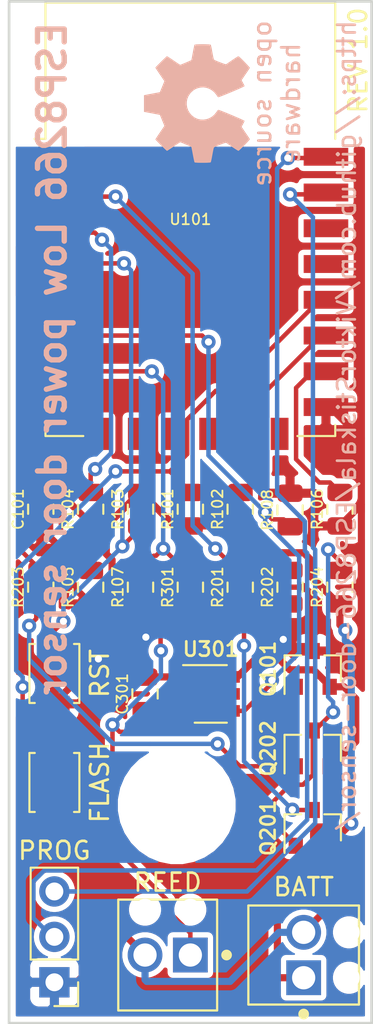
<source format=kicad_pcb>
(kicad_pcb (version 20171130) (host pcbnew "(5.0.1-3-g963ef8bb5)")

  (general
    (thickness 1.6)
    (drawings 13)
    (tracks 299)
    (zones 0)
    (modules 27)
    (nets 27)
  )

  (page A4)
  (title_block
    (title "Door sensor")
    (date 2019-04-14)
    (rev 1.0)
  )

  (layers
    (0 F.Cu signal)
    (31 B.Cu signal)
    (32 B.Adhes user)
    (33 F.Adhes user)
    (34 B.Paste user)
    (35 F.Paste user)
    (36 B.SilkS user)
    (37 F.SilkS user)
    (38 B.Mask user)
    (39 F.Mask user)
    (40 Dwgs.User user)
    (41 Cmts.User user)
    (42 Eco1.User user)
    (43 Eco2.User user)
    (44 Edge.Cuts user)
    (45 Margin user)
    (46 B.CrtYd user)
    (47 F.CrtYd user)
    (48 B.Fab user)
    (49 F.Fab user hide)
  )

  (setup
    (last_trace_width 0.25)
    (trace_clearance 0.2)
    (zone_clearance 0.3)
    (zone_45_only no)
    (trace_min 0.2)
    (segment_width 0.2)
    (edge_width 0.15)
    (via_size 0.8)
    (via_drill 0.4)
    (via_min_size 0.4)
    (via_min_drill 0.3)
    (uvia_size 0.8)
    (uvia_drill 0.4)
    (uvias_allowed no)
    (uvia_min_size 0.2)
    (uvia_min_drill 0.1)
    (pcb_text_width 0.3)
    (pcb_text_size 1.5 1.5)
    (mod_edge_width 0.15)
    (mod_text_size 0.8 0.8)
    (mod_text_width 0.15)
    (pad_size 1.524 1.524)
    (pad_drill 0.762)
    (pad_to_mask_clearance 0.051)
    (solder_mask_min_width 0.15)
    (aux_axis_origin 0 0)
    (visible_elements FFFFFF7F)
    (pcbplotparams
      (layerselection 0x010fc_ffffffff)
      (usegerberextensions false)
      (usegerberattributes false)
      (usegerberadvancedattributes false)
      (creategerberjobfile false)
      (excludeedgelayer true)
      (linewidth 0.100000)
      (plotframeref false)
      (viasonmask false)
      (mode 1)
      (useauxorigin false)
      (hpglpennumber 1)
      (hpglpenspeed 20)
      (hpglpendiameter 15.000000)
      (psnegative false)
      (psa4output false)
      (plotreference true)
      (plotvalue true)
      (plotinvisibletext false)
      (padsonsilk false)
      (subtractmaskfromsilk false)
      (outputformat 1)
      (mirror false)
      (drillshape 0)
      (scaleselection 1)
      (outputdirectory "./gerber"))
  )

  (net 0 "")
  (net 1 +3V3)
  (net 2 GND)
  (net 3 /TX)
  (net 4 /RX)
  (net 5 GBAT)
  (net 6 /timer/DRV_OUT)
  (net 7 "Net-(Q201-Pad1)")
  (net 8 "Net-(Q201-Pad3)")
  (net 9 "Net-(Q202-Pad1)")
  (net 10 /GP0)
  (net 11 /GP2)
  (net 12 /RST)
  (net 13 /EN)
  (net 14 /EN_BAT)
  (net 15 /GP15)
  (net 16 /MSW)
  (net 17 /ADC)
  (net 18 /GP_TIMER)
  (net 19 "Net-(U101-Pad9)")
  (net 20 "Net-(U101-Pad10)")
  (net 21 "Net-(U101-Pad11)")
  (net 22 "Net-(U101-Pad12)")
  (net 23 "Net-(U101-Pad13)")
  (net 24 "Net-(U101-Pad14)")
  (net 25 "Net-(U101-Pad19)")
  (net 26 "Net-(U101-Pad20)")

  (net_class Default "This is the default net class."
    (clearance 0.2)
    (trace_width 0.25)
    (via_dia 0.8)
    (via_drill 0.4)
    (uvia_dia 0.8)
    (uvia_drill 0.4)
    (add_net /ADC)
    (add_net /EN)
    (add_net /EN_BAT)
    (add_net /GP0)
    (add_net /GP15)
    (add_net /GP2)
    (add_net /GP_TIMER)
    (add_net /MSW)
    (add_net /RST)
    (add_net /RX)
    (add_net /TX)
    (add_net /timer/DRV_OUT)
    (add_net "Net-(Q201-Pad1)")
    (add_net "Net-(Q201-Pad3)")
    (add_net "Net-(Q202-Pad1)")
    (add_net "Net-(U101-Pad10)")
    (add_net "Net-(U101-Pad11)")
    (add_net "Net-(U101-Pad12)")
    (add_net "Net-(U101-Pad13)")
    (add_net "Net-(U101-Pad14)")
    (add_net "Net-(U101-Pad19)")
    (add_net "Net-(U101-Pad20)")
    (add_net "Net-(U101-Pad9)")
  )

  (net_class PWR ""
    (clearance 0.3)
    (trace_width 0.4)
    (via_dia 0.8)
    (via_drill 0.4)
    (uvia_dia 0.8)
    (uvia_drill 0.4)
    (add_net +3V3)
    (add_net GBAT)
    (add_net GND)
  )

  (module ViktorStiskala:PH_MPT_0,5_2-2,54 (layer F.Cu) (tedit 5CB37082) (tstamp 5CE68C40)
    (at 148.082 114.3 90)
    (path /5C4FAA17)
    (fp_text reference J102 (at 0 -2.286 90) (layer F.SilkS) hide
      (effects (font (size 1.00002 1.00002) (thickness 0.05)))
    )
    (fp_text value "Battery input" (at 0.636265 4.45385 90) (layer F.SilkS) hide
      (effects (font (size 0.8 0.8) (thickness 0.15)))
    )
    (fp_circle (center -3.3 0) (end -3.15 0) (layer F.SilkS) (width 0.3))
    (fp_line (start -3.02 3.35) (end -3.02 -3.35) (layer Eco1.User) (width 0.05))
    (fp_line (start 3.02 3.35) (end -3.02 3.35) (layer Eco1.User) (width 0.05))
    (fp_line (start 3.02 -3.35) (end 3.02 3.35) (layer Eco1.User) (width 0.05))
    (fp_line (start -3.02 -3.35) (end 3.02 -3.35) (layer Eco1.User) (width 0.05))
    (fp_line (start -2.77 3.1) (end -2.77 -3.1) (layer Eco2.User) (width 0.127))
    (fp_line (start 2.77 3.1) (end -2.77 3.1) (layer Eco2.User) (width 0.127))
    (fp_line (start 2.77 -3.1) (end 2.77 3.1) (layer Eco2.User) (width 0.127))
    (fp_line (start -2.77 -3.1) (end 2.77 -3.1) (layer Eco2.User) (width 0.127))
    (fp_line (start -2.77 3.1) (end -2.77 -3.1) (layer F.SilkS) (width 0.127))
    (fp_line (start 2.77 3.1) (end -2.77 3.1) (layer F.SilkS) (width 0.127))
    (fp_line (start 2.77 -3.1) (end 2.77 3.1) (layer F.SilkS) (width 0.127))
    (fp_line (start -2.77 -3.1) (end 2.77 -3.1) (layer F.SilkS) (width 0.127))
    (pad "" np_thru_hole circle (at 1.27 2.54 90) (size 1.2 1.2) (drill 1.2) (layers *.Cu *.Mask))
    (pad "" np_thru_hole circle (at -1.27 2.54 90) (size 1.2 1.2) (drill 1.2) (layers *.Cu *.Mask))
    (pad 2 thru_hole circle (at 1.27 0 90) (size 1.95 1.95) (drill 1.3) (layers *.Cu *.Mask)
      (net 1 +3V3))
    (pad 1 thru_hole rect (at -1.27 0 90) (size 1.95 1.95) (drill 1.3) (layers *.Cu *.Mask)
      (net 5 GBAT))
    (model ${KIUSER3DMOD}/ViktorStiskala.3dshapes/pxc_1725656_05_MPT-0-5-2-2-54_3D.stp
      (offset (xyz 2.75 -3.1 -0.25))
      (scale (xyz 1 1 1))
      (rotate (xyz -90 0 -90))
    )
  )

  (module ViktorStiskala:PH_MPT_0,5_2-2,54 (layer F.Cu) (tedit 5CB37082) (tstamp 5CF22EF2)
    (at 140.462 114.3 180)
    (path /5CB49925)
    (fp_text reference SW103 (at 0 -2.54 180) (layer F.SilkS) hide
      (effects (font (size 1.00002 1.00002) (thickness 0.05)))
    )
    (fp_text value SW_Reed (at 0.636265 4.45385 180) (layer F.SilkS) hide
      (effects (font (size 0.8 0.8) (thickness 0.15)))
    )
    (fp_circle (center -3.3 0) (end -3.15 0) (layer F.SilkS) (width 0.3))
    (fp_line (start -3.02 3.35) (end -3.02 -3.35) (layer Eco1.User) (width 0.05))
    (fp_line (start 3.02 3.35) (end -3.02 3.35) (layer Eco1.User) (width 0.05))
    (fp_line (start 3.02 -3.35) (end 3.02 3.35) (layer Eco1.User) (width 0.05))
    (fp_line (start -3.02 -3.35) (end 3.02 -3.35) (layer Eco1.User) (width 0.05))
    (fp_line (start -2.77 3.1) (end -2.77 -3.1) (layer Eco2.User) (width 0.127))
    (fp_line (start 2.77 3.1) (end -2.77 3.1) (layer Eco2.User) (width 0.127))
    (fp_line (start 2.77 -3.1) (end 2.77 3.1) (layer Eco2.User) (width 0.127))
    (fp_line (start -2.77 -3.1) (end 2.77 -3.1) (layer Eco2.User) (width 0.127))
    (fp_line (start -2.77 3.1) (end -2.77 -3.1) (layer F.SilkS) (width 0.127))
    (fp_line (start 2.77 3.1) (end -2.77 3.1) (layer F.SilkS) (width 0.127))
    (fp_line (start 2.77 -3.1) (end 2.77 3.1) (layer F.SilkS) (width 0.127))
    (fp_line (start -2.77 -3.1) (end 2.77 -3.1) (layer F.SilkS) (width 0.127))
    (pad "" np_thru_hole circle (at 1.27 2.54 180) (size 1.2 1.2) (drill 1.2) (layers *.Cu *.Mask))
    (pad "" np_thru_hole circle (at -1.27 2.54 180) (size 1.2 1.2) (drill 1.2) (layers *.Cu *.Mask))
    (pad 2 thru_hole circle (at 1.27 0 180) (size 1.95 1.95) (drill 1.3) (layers *.Cu *.Mask)
      (net 1 +3V3))
    (pad 1 thru_hole rect (at -1.27 0 180) (size 1.95 1.95) (drill 1.3) (layers *.Cu *.Mask)
      (net 16 /MSW))
    (model ${KIUSER3DMOD}/ViktorStiskala.3dshapes/pxc_1725656_05_MPT-0-5-2-2-54_3D.stp
      (offset (xyz 2.75 -3.1 -0.25))
      (scale (xyz 1 1 1))
      (rotate (xyz -90 0 -90))
    )
  )

  (module Connector_PinHeader_2.54mm:PinHeader_1x03_P2.54mm_Vertical (layer F.Cu) (tedit 5CB365AF) (tstamp 5CDB2F10)
    (at 134.112 115.824 180)
    (descr "Through hole straight pin header, 1x03, 2.54mm pitch, single row")
    (tags "Through hole pin header THT 1x03 2.54mm single row")
    (path /5C4FA37C)
    (fp_text reference J101 (at 0 -2.33 180) (layer F.SilkS) hide
      (effects (font (size 1 1) (thickness 0.15)))
    )
    (fp_text value Programming (at 0 7.41 180) (layer F.Fab)
      (effects (font (size 0.8 0.8) (thickness 0.15)))
    )
    (fp_line (start -0.635 -1.27) (end 1.27 -1.27) (layer F.Fab) (width 0.1))
    (fp_line (start 1.27 -1.27) (end 1.27 6.35) (layer F.Fab) (width 0.1))
    (fp_line (start 1.27 6.35) (end -1.27 6.35) (layer F.Fab) (width 0.1))
    (fp_line (start -1.27 6.35) (end -1.27 -0.635) (layer F.Fab) (width 0.1))
    (fp_line (start -1.27 -0.635) (end -0.635 -1.27) (layer F.Fab) (width 0.1))
    (fp_line (start -1.33 6.41) (end 1.33 6.41) (layer F.SilkS) (width 0.12))
    (fp_line (start -1.33 1.27) (end -1.33 6.41) (layer F.SilkS) (width 0.12))
    (fp_line (start 1.33 1.27) (end 1.33 6.41) (layer F.SilkS) (width 0.12))
    (fp_line (start -1.33 1.27) (end 1.33 1.27) (layer F.SilkS) (width 0.12))
    (fp_line (start -1.33 0) (end -1.33 -1.33) (layer F.SilkS) (width 0.12))
    (fp_line (start -1.33 -1.33) (end 0 -1.33) (layer F.SilkS) (width 0.12))
    (fp_line (start -1.8 -1.8) (end -1.8 6.85) (layer F.CrtYd) (width 0.05))
    (fp_line (start -1.8 6.85) (end 1.8 6.85) (layer F.CrtYd) (width 0.05))
    (fp_line (start 1.8 6.85) (end 1.8 -1.8) (layer F.CrtYd) (width 0.05))
    (fp_line (start 1.8 -1.8) (end -1.8 -1.8) (layer F.CrtYd) (width 0.05))
    (fp_text user %R (at 0 2.54 270) (layer F.Fab)
      (effects (font (size 1 1) (thickness 0.15)))
    )
    (pad 1 thru_hole rect (at 0 0 180) (size 1.7 1.7) (drill 1) (layers *.Cu *.Mask)
      (net 2 GND))
    (pad 2 thru_hole oval (at 0 2.54 180) (size 1.7 1.7) (drill 1) (layers *.Cu *.Mask)
      (net 3 /TX))
    (pad 3 thru_hole oval (at 0 5.08 180) (size 1.7 1.7) (drill 1) (layers *.Cu *.Mask)
      (net 4 /RX))
    (model ${KISYS3DMOD}/Connector_PinHeader_2.54mm.3dshapes/PinHeader_1x03_P2.54mm_Vertical.wrl
      (at (xyz 0 0 0))
      (scale (xyz 1 1 1))
      (rotate (xyz 0 0 0))
    )
  )

  (module Package_TO_SOT_SMD:SOT-23 (layer F.Cu) (tedit 5CB36DF1) (tstamp 5CB36F16)
    (at 148.59 98.298 90)
    (descr "SOT-23, Standard")
    (tags SOT-23)
    (path /5CB6C859)
    (attr smd)
    (fp_text reference Q101 (at 0 -2.5 90) (layer F.SilkS)
      (effects (font (size 0.8 0.8) (thickness 0.15)))
    )
    (fp_text value NDS355AN (at 0 2.2 90) (layer F.Fab)
      (effects (font (size 0.6 0.6) (thickness 0.1)))
    )
    (fp_text user %R (at 0 0 180) (layer F.Fab)
      (effects (font (size 0.5 0.5) (thickness 0.075)))
    )
    (fp_line (start -0.7 -0.95) (end -0.7 1.5) (layer F.Fab) (width 0.1))
    (fp_line (start -0.15 -1.52) (end 0.7 -1.52) (layer F.Fab) (width 0.1))
    (fp_line (start -0.7 -0.95) (end -0.15 -1.52) (layer F.Fab) (width 0.1))
    (fp_line (start 0.7 -1.52) (end 0.7 1.52) (layer F.Fab) (width 0.1))
    (fp_line (start -0.7 1.52) (end 0.7 1.52) (layer F.Fab) (width 0.1))
    (fp_line (start 0.76 1.58) (end 0.76 0.65) (layer F.SilkS) (width 0.12))
    (fp_line (start 0.76 -1.58) (end 0.76 -0.65) (layer F.SilkS) (width 0.12))
    (fp_line (start -1.7 -1.75) (end 1.7 -1.75) (layer F.CrtYd) (width 0.05))
    (fp_line (start 1.7 -1.75) (end 1.7 1.75) (layer F.CrtYd) (width 0.05))
    (fp_line (start 1.7 1.75) (end -1.7 1.75) (layer F.CrtYd) (width 0.05))
    (fp_line (start -1.7 1.75) (end -1.7 -1.75) (layer F.CrtYd) (width 0.05))
    (fp_line (start 0.76 -1.58) (end -1.4 -1.58) (layer F.SilkS) (width 0.12))
    (fp_line (start 0.76 1.58) (end -0.7 1.58) (layer F.SilkS) (width 0.12))
    (pad 1 smd rect (at -1 -0.95 90) (size 0.9 0.8) (layers F.Cu F.Paste F.Mask)
      (net 6 /timer/DRV_OUT))
    (pad 2 smd rect (at -1 0.95 90) (size 0.9 0.8) (layers F.Cu F.Paste F.Mask)
      (net 5 GBAT))
    (pad 3 smd rect (at 1 0 90) (size 0.9 0.8) (layers F.Cu F.Paste F.Mask)
      (net 2 GND))
    (model ${KISYS3DMOD}/Package_TO_SOT_SMD.3dshapes/SOT-23.wrl
      (at (xyz 0 0 0))
      (scale (xyz 1 1 1))
      (rotate (xyz 0 0 0))
    )
  )

  (module Package_TO_SOT_SMD:SOT-23 (layer F.Cu) (tedit 5CB36DFD) (tstamp 5CB36EDA)
    (at 148.59 107.188 90)
    (descr "SOT-23, Standard")
    (tags SOT-23)
    (path /5CB299D3/5CB2A272)
    (attr smd)
    (fp_text reference Q201 (at 0 -2.5 90) (layer F.SilkS)
      (effects (font (size 0.8 0.8) (thickness 0.15)))
    )
    (fp_text value BSS83P (at 0 2.2 90) (layer F.Fab)
      (effects (font (size 0.6 0.6) (thickness 0.1)))
    )
    (fp_text user %R (at 0 0) (layer F.Fab)
      (effects (font (size 0.5 0.5) (thickness 0.075)))
    )
    (fp_line (start -0.7 -0.95) (end -0.7 1.5) (layer F.Fab) (width 0.1))
    (fp_line (start -0.15 -1.52) (end 0.7 -1.52) (layer F.Fab) (width 0.1))
    (fp_line (start -0.7 -0.95) (end -0.15 -1.52) (layer F.Fab) (width 0.1))
    (fp_line (start 0.7 -1.52) (end 0.7 1.52) (layer F.Fab) (width 0.1))
    (fp_line (start -0.7 1.52) (end 0.7 1.52) (layer F.Fab) (width 0.1))
    (fp_line (start 0.76 1.58) (end 0.76 0.65) (layer F.SilkS) (width 0.12))
    (fp_line (start 0.76 -1.58) (end 0.76 -0.65) (layer F.SilkS) (width 0.12))
    (fp_line (start -1.7 -1.75) (end 1.7 -1.75) (layer F.CrtYd) (width 0.05))
    (fp_line (start 1.7 -1.75) (end 1.7 1.75) (layer F.CrtYd) (width 0.05))
    (fp_line (start 1.7 1.75) (end -1.7 1.75) (layer F.CrtYd) (width 0.05))
    (fp_line (start -1.7 1.75) (end -1.7 -1.75) (layer F.CrtYd) (width 0.05))
    (fp_line (start 0.76 -1.58) (end -1.4 -1.58) (layer F.SilkS) (width 0.12))
    (fp_line (start 0.76 1.58) (end -0.7 1.58) (layer F.SilkS) (width 0.12))
    (pad 1 smd rect (at -1 -0.95 90) (size 0.9 0.8) (layers F.Cu F.Paste F.Mask)
      (net 7 "Net-(Q201-Pad1)"))
    (pad 2 smd rect (at -1 0.95 90) (size 0.9 0.8) (layers F.Cu F.Paste F.Mask)
      (net 1 +3V3))
    (pad 3 smd rect (at 1 0 90) (size 0.9 0.8) (layers F.Cu F.Paste F.Mask)
      (net 8 "Net-(Q201-Pad3)"))
    (model ${KISYS3DMOD}/Package_TO_SOT_SMD.3dshapes/SOT-23.wrl
      (at (xyz 0 0 0))
      (scale (xyz 1 1 1))
      (rotate (xyz 0 0 0))
    )
  )

  (module Package_TO_SOT_SMD:SOT-23 (layer F.Cu) (tedit 5CB36DF7) (tstamp 5CB36E9E)
    (at 148.59 102.743 90)
    (descr "SOT-23, Standard")
    (tags SOT-23)
    (path /5CB299D3/5CB2A271)
    (attr smd)
    (fp_text reference Q202 (at 0 -2.5 90) (layer F.SilkS)
      (effects (font (size 0.8 0.8) (thickness 0.15)))
    )
    (fp_text value BC817 (at 0 2.2 90) (layer F.Fab)
      (effects (font (size 0.6 0.6) (thickness 0.1)))
    )
    (fp_line (start 0.76 1.58) (end -0.7 1.58) (layer F.SilkS) (width 0.12))
    (fp_line (start 0.76 -1.58) (end -1.4 -1.58) (layer F.SilkS) (width 0.12))
    (fp_line (start -1.7 1.75) (end -1.7 -1.75) (layer F.CrtYd) (width 0.05))
    (fp_line (start 1.7 1.75) (end -1.7 1.75) (layer F.CrtYd) (width 0.05))
    (fp_line (start 1.7 -1.75) (end 1.7 1.75) (layer F.CrtYd) (width 0.05))
    (fp_line (start -1.7 -1.75) (end 1.7 -1.75) (layer F.CrtYd) (width 0.05))
    (fp_line (start 0.76 -1.58) (end 0.76 -0.65) (layer F.SilkS) (width 0.12))
    (fp_line (start 0.76 1.58) (end 0.76 0.65) (layer F.SilkS) (width 0.12))
    (fp_line (start -0.7 1.52) (end 0.7 1.52) (layer F.Fab) (width 0.1))
    (fp_line (start 0.7 -1.52) (end 0.7 1.52) (layer F.Fab) (width 0.1))
    (fp_line (start -0.7 -0.95) (end -0.15 -1.52) (layer F.Fab) (width 0.1))
    (fp_line (start -0.15 -1.52) (end 0.7 -1.52) (layer F.Fab) (width 0.1))
    (fp_line (start -0.7 -0.95) (end -0.7 1.5) (layer F.Fab) (width 0.1))
    (fp_text user %R (at 0 0 180) (layer F.Fab)
      (effects (font (size 0.5 0.5) (thickness 0.075)))
    )
    (pad 3 smd rect (at 1 0 90) (size 0.9 0.8) (layers F.Cu F.Paste F.Mask)
      (net 7 "Net-(Q201-Pad1)"))
    (pad 2 smd rect (at -1 0.95 90) (size 0.9 0.8) (layers F.Cu F.Paste F.Mask)
      (net 5 GBAT))
    (pad 1 smd rect (at -1 -0.95 90) (size 0.9 0.8) (layers F.Cu F.Paste F.Mask)
      (net 9 "Net-(Q202-Pad1)"))
    (model ${KISYS3DMOD}/Package_TO_SOT_SMD.3dshapes/SOT-23.wrl
      (at (xyz 0 0 0))
      (scale (xyz 1 1 1))
      (rotate (xyz 0 0 0))
    )
  )

  (module Resistor_SMD:R_0805_2012Metric (layer F.Cu) (tedit 5CB36D79) (tstamp 5CBFFF38)
    (at 141.732 89.365 90)
    (descr "Resistor SMD 0805 (2012 Metric), square (rectangular) end terminal, IPC_7351 nominal, (Body size source: https://docs.google.com/spreadsheets/d/1BsfQQcO9C6DZCsRaXUlFlo91Tg2WpOkGARC1WS5S8t0/edit?usp=sharing), generated with kicad-footprint-generator")
    (tags resistor)
    (path /5C4F67DE)
    (attr smd)
    (fp_text reference R101 (at 0 -1.27 90) (layer F.SilkS)
      (effects (font (size 0.6 0.6) (thickness 0.1)))
    )
    (fp_text value 10K (at 0 1.27 90) (layer F.Fab)
      (effects (font (size 0.8 0.8) (thickness 0.15)))
    )
    (fp_line (start -1 0.6) (end -1 -0.6) (layer F.Fab) (width 0.1))
    (fp_line (start -1 -0.6) (end 1 -0.6) (layer F.Fab) (width 0.1))
    (fp_line (start 1 -0.6) (end 1 0.6) (layer F.Fab) (width 0.1))
    (fp_line (start 1 0.6) (end -1 0.6) (layer F.Fab) (width 0.1))
    (fp_line (start -0.258578 -0.71) (end 0.258578 -0.71) (layer F.SilkS) (width 0.12))
    (fp_line (start -0.258578 0.71) (end 0.258578 0.71) (layer F.SilkS) (width 0.12))
    (fp_line (start -1.68 0.95) (end -1.68 -0.95) (layer F.CrtYd) (width 0.05))
    (fp_line (start -1.68 -0.95) (end 1.68 -0.95) (layer F.CrtYd) (width 0.05))
    (fp_line (start 1.68 -0.95) (end 1.68 0.95) (layer F.CrtYd) (width 0.05))
    (fp_line (start 1.68 0.95) (end -1.68 0.95) (layer F.CrtYd) (width 0.05))
    (fp_text user %R (at 0 0 90) (layer F.Fab)
      (effects (font (size 0.5 0.5) (thickness 0.08)))
    )
    (pad 1 smd roundrect (at -0.9375 0 90) (size 0.975 1.4) (layers F.Cu F.Paste F.Mask) (roundrect_rratio 0.25)
      (net 1 +3V3))
    (pad 2 smd roundrect (at 0.9375 0 90) (size 0.975 1.4) (layers F.Cu F.Paste F.Mask) (roundrect_rratio 0.25)
      (net 10 /GP0))
    (model ${KISYS3DMOD}/Resistor_SMD.3dshapes/R_0805_2012Metric.wrl
      (at (xyz 0 0 0))
      (scale (xyz 1 1 1))
      (rotate (xyz 0 0 0))
    )
  )

  (module Resistor_SMD:R_0805_2012Metric (layer F.Cu) (tedit 5CB36D69) (tstamp 5CB39821)
    (at 144.526 89.365 90)
    (descr "Resistor SMD 0805 (2012 Metric), square (rectangular) end terminal, IPC_7351 nominal, (Body size source: https://docs.google.com/spreadsheets/d/1BsfQQcO9C6DZCsRaXUlFlo91Tg2WpOkGARC1WS5S8t0/edit?usp=sharing), generated with kicad-footprint-generator")
    (tags resistor)
    (path /5C4F6AB4)
    (attr smd)
    (fp_text reference R102 (at 0 -1.27 90) (layer F.SilkS)
      (effects (font (size 0.6 0.6) (thickness 0.1)))
    )
    (fp_text value 10K (at 0 1.27 90) (layer F.Fab)
      (effects (font (size 0.8 0.8) (thickness 0.15)))
    )
    (fp_text user %R (at 0 0 90) (layer F.Fab)
      (effects (font (size 0.5 0.5) (thickness 0.08)))
    )
    (fp_line (start 1.68 0.95) (end -1.68 0.95) (layer F.CrtYd) (width 0.05))
    (fp_line (start 1.68 -0.95) (end 1.68 0.95) (layer F.CrtYd) (width 0.05))
    (fp_line (start -1.68 -0.95) (end 1.68 -0.95) (layer F.CrtYd) (width 0.05))
    (fp_line (start -1.68 0.95) (end -1.68 -0.95) (layer F.CrtYd) (width 0.05))
    (fp_line (start -0.258578 0.71) (end 0.258578 0.71) (layer F.SilkS) (width 0.12))
    (fp_line (start -0.258578 -0.71) (end 0.258578 -0.71) (layer F.SilkS) (width 0.12))
    (fp_line (start 1 0.6) (end -1 0.6) (layer F.Fab) (width 0.1))
    (fp_line (start 1 -0.6) (end 1 0.6) (layer F.Fab) (width 0.1))
    (fp_line (start -1 -0.6) (end 1 -0.6) (layer F.Fab) (width 0.1))
    (fp_line (start -1 0.6) (end -1 -0.6) (layer F.Fab) (width 0.1))
    (pad 2 smd roundrect (at 0.9375 0 90) (size 0.975 1.4) (layers F.Cu F.Paste F.Mask) (roundrect_rratio 0.25)
      (net 11 /GP2))
    (pad 1 smd roundrect (at -0.9375 0 90) (size 0.975 1.4) (layers F.Cu F.Paste F.Mask) (roundrect_rratio 0.25)
      (net 1 +3V3))
    (model ${KISYS3DMOD}/Resistor_SMD.3dshapes/R_0805_2012Metric.wrl
      (at (xyz 0 0 0))
      (scale (xyz 1 1 1))
      (rotate (xyz 0 0 0))
    )
  )

  (module Resistor_SMD:R_0805_2012Metric (layer F.Cu) (tedit 5CB39169) (tstamp 5CDB28E0)
    (at 138.938 89.365 270)
    (descr "Resistor SMD 0805 (2012 Metric), square (rectangular) end terminal, IPC_7351 nominal, (Body size source: https://docs.google.com/spreadsheets/d/1BsfQQcO9C6DZCsRaXUlFlo91Tg2WpOkGARC1WS5S8t0/edit?usp=sharing), generated with kicad-footprint-generator")
    (tags resistor)
    (path /5C50C0AD)
    (attr smd)
    (fp_text reference R103 (at 0 1.27 270) (layer F.SilkS)
      (effects (font (size 0.6 0.6) (thickness 0.1)))
    )
    (fp_text value 10K (at 0 -1.27 270) (layer F.Fab)
      (effects (font (size 0.8 0.8) (thickness 0.15)))
    )
    (fp_line (start -1 0.6) (end -1 -0.6) (layer F.Fab) (width 0.1))
    (fp_line (start -1 -0.6) (end 1 -0.6) (layer F.Fab) (width 0.1))
    (fp_line (start 1 -0.6) (end 1 0.6) (layer F.Fab) (width 0.1))
    (fp_line (start 1 0.6) (end -1 0.6) (layer F.Fab) (width 0.1))
    (fp_line (start -0.258578 -0.71) (end 0.258578 -0.71) (layer F.SilkS) (width 0.12))
    (fp_line (start -0.258578 0.71) (end 0.258578 0.71) (layer F.SilkS) (width 0.12))
    (fp_line (start -1.68 0.95) (end -1.68 -0.95) (layer F.CrtYd) (width 0.05))
    (fp_line (start -1.68 -0.95) (end 1.68 -0.95) (layer F.CrtYd) (width 0.05))
    (fp_line (start 1.68 -0.95) (end 1.68 0.95) (layer F.CrtYd) (width 0.05))
    (fp_line (start 1.68 0.95) (end -1.68 0.95) (layer F.CrtYd) (width 0.05))
    (fp_text user %R (at 0 0 270) (layer F.Fab)
      (effects (font (size 0.5 0.5) (thickness 0.08)))
    )
    (pad 1 smd roundrect (at -0.9375 0 270) (size 0.975 1.4) (layers F.Cu F.Paste F.Mask) (roundrect_rratio 0.25)
      (net 1 +3V3))
    (pad 2 smd roundrect (at 0.9375 0 270) (size 0.975 1.4) (layers F.Cu F.Paste F.Mask) (roundrect_rratio 0.25)
      (net 12 /RST))
    (model ${KISYS3DMOD}/Resistor_SMD.3dshapes/R_0805_2012Metric.wrl
      (at (xyz 0 0 0))
      (scale (xyz 1 1 1))
      (rotate (xyz 0 0 0))
    )
  )

  (module Resistor_SMD:R_0805_2012Metric (layer F.Cu) (tedit 5CB36D64) (tstamp 5CE68E5D)
    (at 136.144 89.365 90)
    (descr "Resistor SMD 0805 (2012 Metric), square (rectangular) end terminal, IPC_7351 nominal, (Body size source: https://docs.google.com/spreadsheets/d/1BsfQQcO9C6DZCsRaXUlFlo91Tg2WpOkGARC1WS5S8t0/edit?usp=sharing), generated with kicad-footprint-generator")
    (tags resistor)
    (path /5C54F173)
    (attr smd)
    (fp_text reference R104 (at 0 -1.27 90) (layer F.SilkS)
      (effects (font (size 0.6 0.6) (thickness 0.1)))
    )
    (fp_text value 10K (at 0 1.27 90) (layer F.Fab)
      (effects (font (size 0.8 0.8) (thickness 0.15)))
    )
    (fp_text user %R (at 0 0 90) (layer F.Fab)
      (effects (font (size 0.5 0.5) (thickness 0.08)))
    )
    (fp_line (start 1.68 0.95) (end -1.68 0.95) (layer F.CrtYd) (width 0.05))
    (fp_line (start 1.68 -0.95) (end 1.68 0.95) (layer F.CrtYd) (width 0.05))
    (fp_line (start -1.68 -0.95) (end 1.68 -0.95) (layer F.CrtYd) (width 0.05))
    (fp_line (start -1.68 0.95) (end -1.68 -0.95) (layer F.CrtYd) (width 0.05))
    (fp_line (start -0.258578 0.71) (end 0.258578 0.71) (layer F.SilkS) (width 0.12))
    (fp_line (start -0.258578 -0.71) (end 0.258578 -0.71) (layer F.SilkS) (width 0.12))
    (fp_line (start 1 0.6) (end -1 0.6) (layer F.Fab) (width 0.1))
    (fp_line (start 1 -0.6) (end 1 0.6) (layer F.Fab) (width 0.1))
    (fp_line (start -1 -0.6) (end 1 -0.6) (layer F.Fab) (width 0.1))
    (fp_line (start -1 0.6) (end -1 -0.6) (layer F.Fab) (width 0.1))
    (pad 2 smd roundrect (at 0.9375 0 90) (size 0.975 1.4) (layers F.Cu F.Paste F.Mask) (roundrect_rratio 0.25)
      (net 13 /EN))
    (pad 1 smd roundrect (at -0.9375 0 90) (size 0.975 1.4) (layers F.Cu F.Paste F.Mask) (roundrect_rratio 0.25)
      (net 1 +3V3))
    (model ${KISYS3DMOD}/Resistor_SMD.3dshapes/R_0805_2012Metric.wrl
      (at (xyz 0 0 0))
      (scale (xyz 1 1 1))
      (rotate (xyz 0 0 0))
    )
  )

  (module Resistor_SMD:R_0805_2012Metric (layer F.Cu) (tedit 5CB36D7D) (tstamp 5CF23621)
    (at 136.144 93.726 90)
    (descr "Resistor SMD 0805 (2012 Metric), square (rectangular) end terminal, IPC_7351 nominal, (Body size source: https://docs.google.com/spreadsheets/d/1BsfQQcO9C6DZCsRaXUlFlo91Tg2WpOkGARC1WS5S8t0/edit?usp=sharing), generated with kicad-footprint-generator")
    (tags resistor)
    (path /5C4F8396)
    (attr smd)
    (fp_text reference R105 (at 0 -1.27 90) (layer F.SilkS)
      (effects (font (size 0.6 0.6) (thickness 0.1)))
    )
    (fp_text value 10K (at 0 1.27 90) (layer F.Fab)
      (effects (font (size 0.8 0.8) (thickness 0.15)))
    )
    (fp_line (start -1 0.6) (end -1 -0.6) (layer F.Fab) (width 0.1))
    (fp_line (start -1 -0.6) (end 1 -0.6) (layer F.Fab) (width 0.1))
    (fp_line (start 1 -0.6) (end 1 0.6) (layer F.Fab) (width 0.1))
    (fp_line (start 1 0.6) (end -1 0.6) (layer F.Fab) (width 0.1))
    (fp_line (start -0.258578 -0.71) (end 0.258578 -0.71) (layer F.SilkS) (width 0.12))
    (fp_line (start -0.258578 0.71) (end 0.258578 0.71) (layer F.SilkS) (width 0.12))
    (fp_line (start -1.68 0.95) (end -1.68 -0.95) (layer F.CrtYd) (width 0.05))
    (fp_line (start -1.68 -0.95) (end 1.68 -0.95) (layer F.CrtYd) (width 0.05))
    (fp_line (start 1.68 -0.95) (end 1.68 0.95) (layer F.CrtYd) (width 0.05))
    (fp_line (start 1.68 0.95) (end -1.68 0.95) (layer F.CrtYd) (width 0.05))
    (fp_text user %R (at 0 0 90) (layer F.Fab)
      (effects (font (size 0.5 0.5) (thickness 0.08)))
    )
    (pad 1 smd roundrect (at -0.9375 0 90) (size 0.975 1.4) (layers F.Cu F.Paste F.Mask) (roundrect_rratio 0.25)
      (net 2 GND))
    (pad 2 smd roundrect (at 0.9375 0 90) (size 0.975 1.4) (layers F.Cu F.Paste F.Mask) (roundrect_rratio 0.25)
      (net 14 /EN_BAT))
    (model ${KISYS3DMOD}/Resistor_SMD.3dshapes/R_0805_2012Metric.wrl
      (at (xyz 0 0 0))
      (scale (xyz 1 1 1))
      (rotate (xyz 0 0 0))
    )
  )

  (module Resistor_SMD:R_0805_2012Metric (layer F.Cu) (tedit 5CB36D6F) (tstamp 5CF23128)
    (at 150.114 89.365 90)
    (descr "Resistor SMD 0805 (2012 Metric), square (rectangular) end terminal, IPC_7351 nominal, (Body size source: https://docs.google.com/spreadsheets/d/1BsfQQcO9C6DZCsRaXUlFlo91Tg2WpOkGARC1WS5S8t0/edit?usp=sharing), generated with kicad-footprint-generator")
    (tags resistor)
    (path /5C5040A5)
    (attr smd)
    (fp_text reference R106 (at 0 -1.27 90) (layer F.SilkS)
      (effects (font (size 0.6 0.6) (thickness 0.1)))
    )
    (fp_text value 10K (at 0 1.27 90) (layer F.Fab)
      (effects (font (size 0.8 0.8) (thickness 0.15)))
    )
    (fp_text user %R (at 0 0 90) (layer F.Fab)
      (effects (font (size 0.5 0.5) (thickness 0.08)))
    )
    (fp_line (start 1.68 0.95) (end -1.68 0.95) (layer F.CrtYd) (width 0.05))
    (fp_line (start 1.68 -0.95) (end 1.68 0.95) (layer F.CrtYd) (width 0.05))
    (fp_line (start -1.68 -0.95) (end 1.68 -0.95) (layer F.CrtYd) (width 0.05))
    (fp_line (start -1.68 0.95) (end -1.68 -0.95) (layer F.CrtYd) (width 0.05))
    (fp_line (start -0.258578 0.71) (end 0.258578 0.71) (layer F.SilkS) (width 0.12))
    (fp_line (start -0.258578 -0.71) (end 0.258578 -0.71) (layer F.SilkS) (width 0.12))
    (fp_line (start 1 0.6) (end -1 0.6) (layer F.Fab) (width 0.1))
    (fp_line (start 1 -0.6) (end 1 0.6) (layer F.Fab) (width 0.1))
    (fp_line (start -1 -0.6) (end 1 -0.6) (layer F.Fab) (width 0.1))
    (fp_line (start -1 0.6) (end -1 -0.6) (layer F.Fab) (width 0.1))
    (pad 2 smd roundrect (at 0.9375 0 90) (size 0.975 1.4) (layers F.Cu F.Paste F.Mask) (roundrect_rratio 0.25)
      (net 15 /GP15))
    (pad 1 smd roundrect (at -0.9375 0 90) (size 0.975 1.4) (layers F.Cu F.Paste F.Mask) (roundrect_rratio 0.25)
      (net 2 GND))
    (model ${KISYS3DMOD}/Resistor_SMD.3dshapes/R_0805_2012Metric.wrl
      (at (xyz 0 0 0))
      (scale (xyz 1 1 1))
      (rotate (xyz 0 0 0))
    )
  )

  (module Resistor_SMD:R_0805_2012Metric (layer F.Cu) (tedit 5CB36D71) (tstamp 5CF231CB)
    (at 138.938 93.726 90)
    (descr "Resistor SMD 0805 (2012 Metric), square (rectangular) end terminal, IPC_7351 nominal, (Body size source: https://docs.google.com/spreadsheets/d/1BsfQQcO9C6DZCsRaXUlFlo91Tg2WpOkGARC1WS5S8t0/edit?usp=sharing), generated with kicad-footprint-generator")
    (tags resistor)
    (path /5CB65E27)
    (attr smd)
    (fp_text reference R107 (at 0 -1.27 90) (layer F.SilkS)
      (effects (font (size 0.6 0.6) (thickness 0.1)))
    )
    (fp_text value 10K (at 0 1.27 90) (layer F.Fab)
      (effects (font (size 0.8 0.8) (thickness 0.15)))
    )
    (fp_line (start -1 0.6) (end -1 -0.6) (layer F.Fab) (width 0.1))
    (fp_line (start -1 -0.6) (end 1 -0.6) (layer F.Fab) (width 0.1))
    (fp_line (start 1 -0.6) (end 1 0.6) (layer F.Fab) (width 0.1))
    (fp_line (start 1 0.6) (end -1 0.6) (layer F.Fab) (width 0.1))
    (fp_line (start -0.258578 -0.71) (end 0.258578 -0.71) (layer F.SilkS) (width 0.12))
    (fp_line (start -0.258578 0.71) (end 0.258578 0.71) (layer F.SilkS) (width 0.12))
    (fp_line (start -1.68 0.95) (end -1.68 -0.95) (layer F.CrtYd) (width 0.05))
    (fp_line (start -1.68 -0.95) (end 1.68 -0.95) (layer F.CrtYd) (width 0.05))
    (fp_line (start 1.68 -0.95) (end 1.68 0.95) (layer F.CrtYd) (width 0.05))
    (fp_line (start 1.68 0.95) (end -1.68 0.95) (layer F.CrtYd) (width 0.05))
    (fp_text user %R (at 0 0 90) (layer F.Fab)
      (effects (font (size 0.5 0.5) (thickness 0.08)))
    )
    (pad 1 smd roundrect (at -0.9375 0 90) (size 0.975 1.4) (layers F.Cu F.Paste F.Mask) (roundrect_rratio 0.25)
      (net 2 GND))
    (pad 2 smd roundrect (at 0.9375 0 90) (size 0.975 1.4) (layers F.Cu F.Paste F.Mask) (roundrect_rratio 0.25)
      (net 16 /MSW))
    (model ${KISYS3DMOD}/Resistor_SMD.3dshapes/R_0805_2012Metric.wrl
      (at (xyz 0 0 0))
      (scale (xyz 1 1 1))
      (rotate (xyz 0 0 0))
    )
  )

  (module Resistor_SMD:R_0805_2012Metric (layer F.Cu) (tedit 5CB36D7B) (tstamp 5CF235BF)
    (at 144.526 93.726 90)
    (descr "Resistor SMD 0805 (2012 Metric), square (rectangular) end terminal, IPC_7351 nominal, (Body size source: https://docs.google.com/spreadsheets/d/1BsfQQcO9C6DZCsRaXUlFlo91Tg2WpOkGARC1WS5S8t0/edit?usp=sharing), generated with kicad-footprint-generator")
    (tags resistor)
    (path /5CB299D3/5C5485D2)
    (attr smd)
    (fp_text reference R201 (at 0 -1.27 90) (layer F.SilkS)
      (effects (font (size 0.6 0.6) (thickness 0.1)))
    )
    (fp_text value 15K (at 0 1.27 90) (layer F.Fab)
      (effects (font (size 0.8 0.8) (thickness 0.15)))
    )
    (fp_text user %R (at 0 0 90) (layer F.Fab)
      (effects (font (size 0.5 0.5) (thickness 0.08)))
    )
    (fp_line (start 1.68 0.95) (end -1.68 0.95) (layer F.CrtYd) (width 0.05))
    (fp_line (start 1.68 -0.95) (end 1.68 0.95) (layer F.CrtYd) (width 0.05))
    (fp_line (start -1.68 -0.95) (end 1.68 -0.95) (layer F.CrtYd) (width 0.05))
    (fp_line (start -1.68 0.95) (end -1.68 -0.95) (layer F.CrtYd) (width 0.05))
    (fp_line (start -0.258578 0.71) (end 0.258578 0.71) (layer F.SilkS) (width 0.12))
    (fp_line (start -0.258578 -0.71) (end 0.258578 -0.71) (layer F.SilkS) (width 0.12))
    (fp_line (start 1 0.6) (end -1 0.6) (layer F.Fab) (width 0.1))
    (fp_line (start 1 -0.6) (end 1 0.6) (layer F.Fab) (width 0.1))
    (fp_line (start -1 -0.6) (end 1 -0.6) (layer F.Fab) (width 0.1))
    (fp_line (start -1 0.6) (end -1 -0.6) (layer F.Fab) (width 0.1))
    (pad 2 smd roundrect (at 0.9375 0 90) (size 0.975 1.4) (layers F.Cu F.Paste F.Mask) (roundrect_rratio 0.25)
      (net 17 /ADC))
    (pad 1 smd roundrect (at -0.9375 0 90) (size 0.975 1.4) (layers F.Cu F.Paste F.Mask) (roundrect_rratio 0.25)
      (net 8 "Net-(Q201-Pad3)"))
    (model ${KISYS3DMOD}/Resistor_SMD.3dshapes/R_0805_2012Metric.wrl
      (at (xyz 0 0 0))
      (scale (xyz 1 1 1))
      (rotate (xyz 0 0 0))
    )
  )

  (module Resistor_SMD:R_0805_2012Metric (layer F.Cu) (tedit 5CB391CC) (tstamp 5CF23509)
    (at 147.32 93.726 270)
    (descr "Resistor SMD 0805 (2012 Metric), square (rectangular) end terminal, IPC_7351 nominal, (Body size source: https://docs.google.com/spreadsheets/d/1BsfQQcO9C6DZCsRaXUlFlo91Tg2WpOkGARC1WS5S8t0/edit?usp=sharing), generated with kicad-footprint-generator")
    (tags resistor)
    (path /5CB299D3/5C548720)
    (attr smd)
    (fp_text reference R202 (at 0 1.27 270) (layer F.SilkS)
      (effects (font (size 0.6 0.6) (thickness 0.1)))
    )
    (fp_text value 4.3K (at 0 -1.27 270) (layer F.Fab)
      (effects (font (size 0.8 0.8) (thickness 0.15)))
    )
    (fp_line (start -1 0.6) (end -1 -0.6) (layer F.Fab) (width 0.1))
    (fp_line (start -1 -0.6) (end 1 -0.6) (layer F.Fab) (width 0.1))
    (fp_line (start 1 -0.6) (end 1 0.6) (layer F.Fab) (width 0.1))
    (fp_line (start 1 0.6) (end -1 0.6) (layer F.Fab) (width 0.1))
    (fp_line (start -0.258578 -0.71) (end 0.258578 -0.71) (layer F.SilkS) (width 0.12))
    (fp_line (start -0.258578 0.71) (end 0.258578 0.71) (layer F.SilkS) (width 0.12))
    (fp_line (start -1.68 0.95) (end -1.68 -0.95) (layer F.CrtYd) (width 0.05))
    (fp_line (start -1.68 -0.95) (end 1.68 -0.95) (layer F.CrtYd) (width 0.05))
    (fp_line (start 1.68 -0.95) (end 1.68 0.95) (layer F.CrtYd) (width 0.05))
    (fp_line (start 1.68 0.95) (end -1.68 0.95) (layer F.CrtYd) (width 0.05))
    (fp_text user %R (at 0 0 270) (layer F.Fab)
      (effects (font (size 0.5 0.5) (thickness 0.08)))
    )
    (pad 1 smd roundrect (at -0.9375 0 270) (size 0.975 1.4) (layers F.Cu F.Paste F.Mask) (roundrect_rratio 0.25)
      (net 17 /ADC))
    (pad 2 smd roundrect (at 0.9375 0 270) (size 0.975 1.4) (layers F.Cu F.Paste F.Mask) (roundrect_rratio 0.25)
      (net 5 GBAT))
    (model ${KISYS3DMOD}/Resistor_SMD.3dshapes/R_0805_2012Metric.wrl
      (at (xyz 0 0 0))
      (scale (xyz 1 1 1))
      (rotate (xyz 0 0 0))
    )
  )

  (module Resistor_SMD:R_0805_2012Metric (layer F.Cu) (tedit 5CB3903D) (tstamp 5CDB2957)
    (at 133.35 93.726 270)
    (descr "Resistor SMD 0805 (2012 Metric), square (rectangular) end terminal, IPC_7351 nominal, (Body size source: https://docs.google.com/spreadsheets/d/1BsfQQcO9C6DZCsRaXUlFlo91Tg2WpOkGARC1WS5S8t0/edit?usp=sharing), generated with kicad-footprint-generator")
    (tags resistor)
    (path /5CB299D3/5C54973B)
    (attr smd)
    (fp_text reference R203 (at 0 1.27 270) (layer F.SilkS)
      (effects (font (size 0.6 0.6) (thickness 0.1)))
    )
    (fp_text value 2.2K (at 0 -1.27 270) (layer F.Fab)
      (effects (font (size 0.8 0.8) (thickness 0.15)))
    )
    (fp_text user %R (at 0 0 270) (layer F.Fab)
      (effects (font (size 0.5 0.5) (thickness 0.08)))
    )
    (fp_line (start 1.68 0.95) (end -1.68 0.95) (layer F.CrtYd) (width 0.05))
    (fp_line (start 1.68 -0.95) (end 1.68 0.95) (layer F.CrtYd) (width 0.05))
    (fp_line (start -1.68 -0.95) (end 1.68 -0.95) (layer F.CrtYd) (width 0.05))
    (fp_line (start -1.68 0.95) (end -1.68 -0.95) (layer F.CrtYd) (width 0.05))
    (fp_line (start -0.258578 0.71) (end 0.258578 0.71) (layer F.SilkS) (width 0.12))
    (fp_line (start -0.258578 -0.71) (end 0.258578 -0.71) (layer F.SilkS) (width 0.12))
    (fp_line (start 1 0.6) (end -1 0.6) (layer F.Fab) (width 0.1))
    (fp_line (start 1 -0.6) (end 1 0.6) (layer F.Fab) (width 0.1))
    (fp_line (start -1 -0.6) (end 1 -0.6) (layer F.Fab) (width 0.1))
    (fp_line (start -1 0.6) (end -1 -0.6) (layer F.Fab) (width 0.1))
    (pad 2 smd roundrect (at 0.9375 0 270) (size 0.975 1.4) (layers F.Cu F.Paste F.Mask) (roundrect_rratio 0.25)
      (net 9 "Net-(Q202-Pad1)"))
    (pad 1 smd roundrect (at -0.9375 0 270) (size 0.975 1.4) (layers F.Cu F.Paste F.Mask) (roundrect_rratio 0.25)
      (net 14 /EN_BAT))
    (model ${KISYS3DMOD}/Resistor_SMD.3dshapes/R_0805_2012Metric.wrl
      (at (xyz 0 0 0))
      (scale (xyz 1 1 1))
      (rotate (xyz 0 0 0))
    )
  )

  (module Resistor_SMD:R_0805_2012Metric (layer F.Cu) (tedit 5CB36D80) (tstamp 5CE6908A)
    (at 150.114 93.726 90)
    (descr "Resistor SMD 0805 (2012 Metric), square (rectangular) end terminal, IPC_7351 nominal, (Body size source: https://docs.google.com/spreadsheets/d/1BsfQQcO9C6DZCsRaXUlFlo91Tg2WpOkGARC1WS5S8t0/edit?usp=sharing), generated with kicad-footprint-generator")
    (tags resistor)
    (path /5CB299D3/5C549E79)
    (attr smd)
    (fp_text reference R204 (at 0 -1.27 90) (layer F.SilkS)
      (effects (font (size 0.6 0.6) (thickness 0.1)))
    )
    (fp_text value 22K (at 0 1.27 90) (layer F.Fab)
      (effects (font (size 0.8 0.8) (thickness 0.15)))
    )
    (fp_line (start -1 0.6) (end -1 -0.6) (layer F.Fab) (width 0.1))
    (fp_line (start -1 -0.6) (end 1 -0.6) (layer F.Fab) (width 0.1))
    (fp_line (start 1 -0.6) (end 1 0.6) (layer F.Fab) (width 0.1))
    (fp_line (start 1 0.6) (end -1 0.6) (layer F.Fab) (width 0.1))
    (fp_line (start -0.258578 -0.71) (end 0.258578 -0.71) (layer F.SilkS) (width 0.12))
    (fp_line (start -0.258578 0.71) (end 0.258578 0.71) (layer F.SilkS) (width 0.12))
    (fp_line (start -1.68 0.95) (end -1.68 -0.95) (layer F.CrtYd) (width 0.05))
    (fp_line (start -1.68 -0.95) (end 1.68 -0.95) (layer F.CrtYd) (width 0.05))
    (fp_line (start 1.68 -0.95) (end 1.68 0.95) (layer F.CrtYd) (width 0.05))
    (fp_line (start 1.68 0.95) (end -1.68 0.95) (layer F.CrtYd) (width 0.05))
    (fp_text user %R (at 0 0 90) (layer F.Fab)
      (effects (font (size 0.5 0.5) (thickness 0.08)))
    )
    (pad 1 smd roundrect (at -0.9375 0 90) (size 0.975 1.4) (layers F.Cu F.Paste F.Mask) (roundrect_rratio 0.25)
      (net 1 +3V3))
    (pad 2 smd roundrect (at 0.9375 0 90) (size 0.975 1.4) (layers F.Cu F.Paste F.Mask) (roundrect_rratio 0.25)
      (net 7 "Net-(Q201-Pad1)"))
    (model ${KISYS3DMOD}/Resistor_SMD.3dshapes/R_0805_2012Metric.wrl
      (at (xyz 0 0 0))
      (scale (xyz 1 1 1))
      (rotate (xyz 0 0 0))
    )
  )

  (module Resistor_SMD:R_0805_2012Metric (layer F.Cu) (tedit 5CB39127) (tstamp 5CE68D8D)
    (at 141.732 93.726 270)
    (descr "Resistor SMD 0805 (2012 Metric), square (rectangular) end terminal, IPC_7351 nominal, (Body size source: https://docs.google.com/spreadsheets/d/1BsfQQcO9C6DZCsRaXUlFlo91Tg2WpOkGARC1WS5S8t0/edit?usp=sharing), generated with kicad-footprint-generator")
    (tags resistor)
    (path /5CB41891/5CB42D38)
    (attr smd)
    (fp_text reference R301 (at 0 1.27 270) (layer F.SilkS)
      (effects (font (size 0.6 0.6) (thickness 0.1)))
    )
    (fp_text value 12K (at 0 -1.27 270) (layer F.Fab)
      (effects (font (size 0.8 0.8) (thickness 0.15)))
    )
    (fp_text user %R (at 0 0 270) (layer F.Fab)
      (effects (font (size 0.5 0.5) (thickness 0.08)))
    )
    (fp_line (start 1.68 0.95) (end -1.68 0.95) (layer F.CrtYd) (width 0.05))
    (fp_line (start 1.68 -0.95) (end 1.68 0.95) (layer F.CrtYd) (width 0.05))
    (fp_line (start -1.68 -0.95) (end 1.68 -0.95) (layer F.CrtYd) (width 0.05))
    (fp_line (start -1.68 0.95) (end -1.68 -0.95) (layer F.CrtYd) (width 0.05))
    (fp_line (start -0.258578 0.71) (end 0.258578 0.71) (layer F.SilkS) (width 0.12))
    (fp_line (start -0.258578 -0.71) (end 0.258578 -0.71) (layer F.SilkS) (width 0.12))
    (fp_line (start 1 0.6) (end -1 0.6) (layer F.Fab) (width 0.1))
    (fp_line (start 1 -0.6) (end 1 0.6) (layer F.Fab) (width 0.1))
    (fp_line (start -1 -0.6) (end 1 -0.6) (layer F.Fab) (width 0.1))
    (fp_line (start -1 0.6) (end -1 -0.6) (layer F.Fab) (width 0.1))
    (pad 2 smd roundrect (at 0.9375 0 270) (size 0.975 1.4) (layers F.Cu F.Paste F.Mask) (roundrect_rratio 0.25)
      (net 5 GBAT))
    (pad 1 smd roundrect (at -0.9375 0 270) (size 0.975 1.4) (layers F.Cu F.Paste F.Mask) (roundrect_rratio 0.25)
      (net 16 /MSW))
    (model ${KISYS3DMOD}/Resistor_SMD.3dshapes/R_0805_2012Metric.wrl
      (at (xyz 0 0 0))
      (scale (xyz 1 1 1))
      (rotate (xyz 0 0 0))
    )
  )

  (module Button_Switch_SMD:SW_SPST_B3U-1000P (layer F.Cu) (tedit 5CB36DBE) (tstamp 5CB37885)
    (at 134.112 104.648 90)
    (descr "Ultra-small-sized Tactile Switch with High Contact Reliability, Top-actuated Model, without Ground Terminal, without Boss")
    (tags "Tactile Switch")
    (path /5C4F6E1D)
    (attr smd)
    (fp_text reference SW101 (at 0 -2.5 90) (layer F.SilkS) hide
      (effects (font (size 1 1) (thickness 0.15)))
    )
    (fp_text value FLASH (at 0 2.2 90) (layer F.Fab)
      (effects (font (size 0.8 0.8) (thickness 0.15)))
    )
    (fp_text user %R (at 0 -2.2 90) (layer F.Fab)
      (effects (font (size 1 1) (thickness 0.15)))
    )
    (fp_line (start -2.4 1.65) (end 2.4 1.65) (layer F.CrtYd) (width 0.05))
    (fp_line (start 2.4 1.65) (end 2.4 -1.65) (layer F.CrtYd) (width 0.05))
    (fp_line (start 2.4 -1.65) (end -2.4 -1.65) (layer F.CrtYd) (width 0.05))
    (fp_line (start -2.4 -1.65) (end -2.4 1.65) (layer F.CrtYd) (width 0.05))
    (fp_line (start -1.65 1.1) (end -1.65 1.4) (layer F.SilkS) (width 0.12))
    (fp_line (start -1.65 1.4) (end 1.65 1.4) (layer F.SilkS) (width 0.12))
    (fp_line (start 1.65 1.4) (end 1.65 1.1) (layer F.SilkS) (width 0.12))
    (fp_line (start -1.65 -1.1) (end -1.65 -1.4) (layer F.SilkS) (width 0.12))
    (fp_line (start -1.65 -1.4) (end 1.65 -1.4) (layer F.SilkS) (width 0.12))
    (fp_line (start 1.65 -1.4) (end 1.65 -1.1) (layer F.SilkS) (width 0.12))
    (fp_line (start -1.5 -1.25) (end 1.5 -1.25) (layer F.Fab) (width 0.1))
    (fp_line (start 1.5 -1.25) (end 1.5 1.25) (layer F.Fab) (width 0.1))
    (fp_line (start 1.5 1.25) (end -1.5 1.25) (layer F.Fab) (width 0.1))
    (fp_line (start -1.5 1.25) (end -1.5 -1.25) (layer F.Fab) (width 0.1))
    (fp_circle (center 0 0) (end 0.75 0) (layer F.Fab) (width 0.1))
    (pad 1 smd rect (at -1.7 0 90) (size 0.9 1.7) (layers F.Cu F.Paste F.Mask)
      (net 2 GND))
    (pad 2 smd rect (at 1.7 0 90) (size 0.9 1.7) (layers F.Cu F.Paste F.Mask)
      (net 10 /GP0))
    (model ${KISYS3DMOD}/Button_Switch_SMD.3dshapes/SW_SPST_B3U-1000P.wrl
      (at (xyz 0 0 0))
      (scale (xyz 1 1 1))
      (rotate (xyz 0 0 0))
    )
  )

  (module Button_Switch_SMD:SW_SPST_B3U-1000P (layer F.Cu) (tedit 5CB36DC2) (tstamp 5CDB29A5)
    (at 134.112 98.552 90)
    (descr "Ultra-small-sized Tactile Switch with High Contact Reliability, Top-actuated Model, without Ground Terminal, without Boss")
    (tags "Tactile Switch")
    (path /5C50196A)
    (attr smd)
    (fp_text reference SW102 (at 0 -2.5 90) (layer F.SilkS) hide
      (effects (font (size 1 1) (thickness 0.15)))
    )
    (fp_text value RESET (at 0 2.2 90) (layer F.Fab)
      (effects (font (size 0.8 0.8) (thickness 0.15)))
    )
    (fp_circle (center 0 0) (end 0.75 0) (layer F.Fab) (width 0.1))
    (fp_line (start -1.5 1.25) (end -1.5 -1.25) (layer F.Fab) (width 0.1))
    (fp_line (start 1.5 1.25) (end -1.5 1.25) (layer F.Fab) (width 0.1))
    (fp_line (start 1.5 -1.25) (end 1.5 1.25) (layer F.Fab) (width 0.1))
    (fp_line (start -1.5 -1.25) (end 1.5 -1.25) (layer F.Fab) (width 0.1))
    (fp_line (start 1.65 -1.4) (end 1.65 -1.1) (layer F.SilkS) (width 0.12))
    (fp_line (start -1.65 -1.4) (end 1.65 -1.4) (layer F.SilkS) (width 0.12))
    (fp_line (start -1.65 -1.1) (end -1.65 -1.4) (layer F.SilkS) (width 0.12))
    (fp_line (start 1.65 1.4) (end 1.65 1.1) (layer F.SilkS) (width 0.12))
    (fp_line (start -1.65 1.4) (end 1.65 1.4) (layer F.SilkS) (width 0.12))
    (fp_line (start -1.65 1.1) (end -1.65 1.4) (layer F.SilkS) (width 0.12))
    (fp_line (start -2.4 -1.65) (end -2.4 1.65) (layer F.CrtYd) (width 0.05))
    (fp_line (start 2.4 -1.65) (end -2.4 -1.65) (layer F.CrtYd) (width 0.05))
    (fp_line (start 2.4 1.65) (end 2.4 -1.65) (layer F.CrtYd) (width 0.05))
    (fp_line (start -2.4 1.65) (end 2.4 1.65) (layer F.CrtYd) (width 0.05))
    (fp_text user %R (at 0 -2.2 90) (layer F.Fab)
      (effects (font (size 1 1) (thickness 0.15)))
    )
    (pad 2 smd rect (at 1.7 0 90) (size 0.9 1.7) (layers F.Cu F.Paste F.Mask)
      (net 12 /RST))
    (pad 1 smd rect (at -1.7 0 90) (size 0.9 1.7) (layers F.Cu F.Paste F.Mask)
      (net 2 GND))
    (model ${KISYS3DMOD}/Button_Switch_SMD.3dshapes/SW_SPST_B3U-1000P.wrl
      (at (xyz 0 0 0))
      (scale (xyz 1 1 1))
      (rotate (xyz 0 0 0))
    )
  )

  (module RF_Module:ESP-12E (layer F.Cu) (tedit 5C56D3CB) (tstamp 5CBFF4AF)
    (at 141.732 73.152)
    (descr "Wi-Fi Module, http://wiki.ai-thinker.com/_media/esp8266/docs/aithinker_esp_12f_datasheet_en.pdf")
    (tags "Wi-Fi Module")
    (path /5C4F6225)
    (attr smd)
    (fp_text reference U101 (at 0 0) (layer F.SilkS)
      (effects (font (size 0.6 0.6) (thickness 0.1)))
    )
    (fp_text value ESP-12F (at -0.06 -12.78) (layer F.Fab)
      (effects (font (size 0.8 0.8) (thickness 0.15)))
    )
    (fp_text user Antenna (at -0.06 -7 180) (layer Cmts.User)
      (effects (font (size 1 1) (thickness 0.15)))
    )
    (fp_text user "KEEP-OUT ZONE" (at 0.03 -9.55 180) (layer Cmts.User)
      (effects (font (size 1 1) (thickness 0.15)))
    )
    (fp_text user %R (at 0.49 -0.8) (layer F.Fab) hide
      (effects (font (size 1 1) (thickness 0.15)))
    )
    (fp_line (start -8 -12) (end 8 -12) (layer F.Fab) (width 0.12))
    (fp_line (start 8 -12) (end 8 12) (layer F.Fab) (width 0.12))
    (fp_line (start 8 12) (end -8 12) (layer F.Fab) (width 0.12))
    (fp_line (start -8 12) (end -8 -3) (layer F.Fab) (width 0.12))
    (fp_line (start -8 -3) (end -7.5 -3.5) (layer F.Fab) (width 0.12))
    (fp_line (start -7.5 -3.5) (end -8 -4) (layer F.Fab) (width 0.12))
    (fp_line (start -8 -4) (end -8 -12) (layer F.Fab) (width 0.12))
    (fp_line (start -9.05 -12.2) (end 9.05 -12.2) (layer F.CrtYd) (width 0.05))
    (fp_line (start 9.05 -12.2) (end 9.05 13.1) (layer F.CrtYd) (width 0.05))
    (fp_line (start 9.05 13.1) (end -9.05 13.1) (layer F.CrtYd) (width 0.05))
    (fp_line (start -9.05 13.1) (end -9.05 -12.2) (layer F.CrtYd) (width 0.05))
    (fp_line (start -8.12 -12.12) (end 8.12 -12.12) (layer F.SilkS) (width 0.12))
    (fp_line (start 8.12 -12.12) (end 8.12 -4.5) (layer F.SilkS) (width 0.12))
    (fp_line (start 8.12 11.5) (end 8.12 12.12) (layer F.SilkS) (width 0.12))
    (fp_line (start 8.12 12.12) (end 6 12.12) (layer F.SilkS) (width 0.12))
    (fp_line (start -6 12.12) (end -8.12 12.12) (layer F.SilkS) (width 0.12))
    (fp_line (start -8.12 12.12) (end -8.12 11.5) (layer F.SilkS) (width 0.12))
    (fp_line (start -8.12 -4.5) (end -8.12 -12.12) (layer F.SilkS) (width 0.12))
    (fp_line (start -8.12 -4.5) (end -8.73 -4.5) (layer F.SilkS) (width 0.12))
    (fp_line (start -8.12 -12.12) (end 8.12 -12.12) (layer Dwgs.User) (width 0.12))
    (fp_line (start 8.12 -12.12) (end 8.12 -4.8) (layer Dwgs.User) (width 0.12))
    (fp_line (start 8.12 -4.8) (end -8.12 -4.8) (layer Dwgs.User) (width 0.12))
    (fp_line (start -8.12 -4.8) (end -8.12 -12.12) (layer Dwgs.User) (width 0.12))
    (fp_line (start -8.12 -9.12) (end -5.12 -12.12) (layer Dwgs.User) (width 0.12))
    (fp_line (start -8.12 -6.12) (end -2.12 -12.12) (layer Dwgs.User) (width 0.12))
    (fp_line (start -6.44 -4.8) (end 0.88 -12.12) (layer Dwgs.User) (width 0.12))
    (fp_line (start -3.44 -4.8) (end 3.88 -12.12) (layer Dwgs.User) (width 0.12))
    (fp_line (start -0.44 -4.8) (end 6.88 -12.12) (layer Dwgs.User) (width 0.12))
    (fp_line (start 2.56 -4.8) (end 8.12 -10.36) (layer Dwgs.User) (width 0.12))
    (fp_line (start 5.56 -4.8) (end 8.12 -7.36) (layer Dwgs.User) (width 0.12))
    (pad 1 smd rect (at -7.6 -3.5) (size 2.5 1) (layers F.Cu F.Paste F.Mask)
      (net 12 /RST))
    (pad 2 smd rect (at -7.6 -1.5) (size 2.5 1) (layers F.Cu F.Paste F.Mask)
      (net 17 /ADC))
    (pad 3 smd rect (at -7.6 0.5) (size 2.5 1) (layers F.Cu F.Paste F.Mask)
      (net 13 /EN))
    (pad 4 smd rect (at -7.6 2.5) (size 2.5 1) (layers F.Cu F.Paste F.Mask)
      (net 12 /RST))
    (pad 5 smd rect (at -7.6 4.5) (size 2.5 1) (layers F.Cu F.Paste F.Mask)
      (net 14 /EN_BAT))
    (pad 6 smd rect (at -7.6 6.5) (size 2.5 1) (layers F.Cu F.Paste F.Mask)
      (net 18 /GP_TIMER))
    (pad 7 smd rect (at -7.6 8.5) (size 2.5 1) (layers F.Cu F.Paste F.Mask)
      (net 16 /MSW))
    (pad 8 smd rect (at -7.6 10.5) (size 2.5 1) (layers F.Cu F.Paste F.Mask)
      (net 1 +3V3))
    (pad 9 smd rect (at -5 12) (size 1 1.8) (layers F.Cu F.Paste F.Mask)
      (net 19 "Net-(U101-Pad9)"))
    (pad 10 smd rect (at -3 12) (size 1 1.8) (layers F.Cu F.Paste F.Mask)
      (net 20 "Net-(U101-Pad10)"))
    (pad 11 smd rect (at -1 12) (size 1 1.8) (layers F.Cu F.Paste F.Mask)
      (net 21 "Net-(U101-Pad11)"))
    (pad 12 smd rect (at 1 12) (size 1 1.8) (layers F.Cu F.Paste F.Mask)
      (net 22 "Net-(U101-Pad12)"))
    (pad 13 smd rect (at 3 12) (size 1 1.8) (layers F.Cu F.Paste F.Mask)
      (net 23 "Net-(U101-Pad13)"))
    (pad 14 smd rect (at 5 12) (size 1 1.8) (layers F.Cu F.Paste F.Mask)
      (net 24 "Net-(U101-Pad14)"))
    (pad 15 smd rect (at 7.6 10.5) (size 2.5 1) (layers F.Cu F.Paste F.Mask)
      (net 2 GND))
    (pad 16 smd rect (at 7.6 8.5) (size 2.5 1) (layers F.Cu F.Paste F.Mask)
      (net 15 /GP15))
    (pad 17 smd rect (at 7.6 6.5) (size 2.5 1) (layers F.Cu F.Paste F.Mask)
      (net 11 /GP2))
    (pad 18 smd rect (at 7.6 4.5) (size 2.5 1) (layers F.Cu F.Paste F.Mask)
      (net 10 /GP0))
    (pad 19 smd rect (at 7.6 2.5) (size 2.5 1) (layers F.Cu F.Paste F.Mask)
      (net 25 "Net-(U101-Pad19)"))
    (pad 20 smd rect (at 7.6 0.5) (size 2.5 1) (layers F.Cu F.Paste F.Mask)
      (net 26 "Net-(U101-Pad20)"))
    (pad 21 smd rect (at 7.6 -1.5) (size 2.5 1) (layers F.Cu F.Paste F.Mask)
      (net 4 /RX))
    (pad 22 smd rect (at 7.6 -3.5) (size 2.5 1) (layers F.Cu F.Paste F.Mask)
      (net 3 /TX))
    (model ${KISYS3DMOD}/RF_Module.3dshapes/ESP-12E.wrl
      (at (xyz 0 0 0))
      (scale (xyz 1 1 1))
      (rotate (xyz 0 0 0))
    )
    (model ${KIUSER3DMOD}/RF_Module.3dshapes/ESP-12E.wrl
      (at (xyz 0 0 0))
      (scale (xyz 0.4 0.4 0.4))
      (rotate (xyz 0 0 -90))
    )
  )

  (module Package_TO_SOT_SMD:SOT-23-6 (layer F.Cu) (tedit 5CB36E13) (tstamp 5CF238E0)
    (at 142.875 99.695)
    (descr "6-pin SOT-23 package")
    (tags SOT-23-6)
    (path /5CB41891/5CB4238D)
    (attr smd)
    (fp_text reference U301 (at 0 -2.5) (layer F.SilkS)
      (effects (font (size 0.8 0.8) (thickness 0.15)))
    )
    (fp_text value TPL5111 (at 0 2.5) (layer F.Fab)
      (effects (font (size 0.8 0.8) (thickness 0.15)))
    )
    (fp_text user %R (at 0 0 90) (layer F.Fab)
      (effects (font (size 0.5 0.5) (thickness 0.075)))
    )
    (fp_line (start -0.9 1.61) (end 0.9 1.61) (layer F.SilkS) (width 0.12))
    (fp_line (start 0.9 -1.61) (end -1.55 -1.61) (layer F.SilkS) (width 0.12))
    (fp_line (start 1.9 -1.8) (end -1.9 -1.8) (layer F.CrtYd) (width 0.05))
    (fp_line (start 1.9 1.8) (end 1.9 -1.8) (layer F.CrtYd) (width 0.05))
    (fp_line (start -1.9 1.8) (end 1.9 1.8) (layer F.CrtYd) (width 0.05))
    (fp_line (start -1.9 -1.8) (end -1.9 1.8) (layer F.CrtYd) (width 0.05))
    (fp_line (start -0.9 -0.9) (end -0.25 -1.55) (layer F.Fab) (width 0.1))
    (fp_line (start 0.9 -1.55) (end -0.25 -1.55) (layer F.Fab) (width 0.1))
    (fp_line (start -0.9 -0.9) (end -0.9 1.55) (layer F.Fab) (width 0.1))
    (fp_line (start 0.9 1.55) (end -0.9 1.55) (layer F.Fab) (width 0.1))
    (fp_line (start 0.9 -1.55) (end 0.9 1.55) (layer F.Fab) (width 0.1))
    (pad 1 smd rect (at -1.1 -0.95) (size 1.06 0.65) (layers F.Cu F.Paste F.Mask)
      (net 1 +3V3))
    (pad 2 smd rect (at -1.1 0) (size 1.06 0.65) (layers F.Cu F.Paste F.Mask)
      (net 5 GBAT))
    (pad 3 smd rect (at -1.1 0.95) (size 1.06 0.65) (layers F.Cu F.Paste F.Mask)
      (net 16 /MSW))
    (pad 4 smd rect (at 1.1 0.95) (size 1.06 0.65) (layers F.Cu F.Paste F.Mask)
      (net 18 /GP_TIMER))
    (pad 6 smd rect (at 1.1 -0.95) (size 1.06 0.65) (layers F.Cu F.Paste F.Mask)
      (net 5 GBAT))
    (pad 5 smd rect (at 1.1 0) (size 1.06 0.65) (layers F.Cu F.Paste F.Mask)
      (net 6 /timer/DRV_OUT))
    (model ${KISYS3DMOD}/Package_TO_SOT_SMD.3dshapes/SOT-23-6.wrl
      (at (xyz 0 0 0))
      (scale (xyz 1 1 1))
      (rotate (xyz 0 0 0))
    )
  )

  (module ViktorStiskala:M6_Hole (layer F.Cu) (tedit 5CB3626F) (tstamp 5CF22042)
    (at 140.97 105.918)
    (fp_text reference REF** (at 0 4) (layer F.SilkS) hide
      (effects (font (size 1 1) (thickness 0.15)))
    )
    (fp_text value M6_Hole (at 0 -3.9) (layer F.Fab) hide
      (effects (font (size 0.8 0.8) (thickness 0.15)))
    )
    (pad "" np_thru_hole circle (at 0 0) (size 6 6) (drill 6) (layers *.Cu *.Mask))
  )

  (module Capacitor_SMD:C_0805_2012Metric (layer F.Cu) (tedit 5CB3915F) (tstamp 5CB39522)
    (at 133.35 89.365 270)
    (descr "Capacitor SMD 0805 (2012 Metric), square (rectangular) end terminal, IPC_7351 nominal, (Body size source: https://docs.google.com/spreadsheets/d/1BsfQQcO9C6DZCsRaXUlFlo91Tg2WpOkGARC1WS5S8t0/edit?usp=sharing), generated with kicad-footprint-generator")
    (tags capacitor)
    (path /5C5020FB)
    (attr smd)
    (fp_text reference C101 (at 0 1.27 270) (layer F.SilkS)
      (effects (font (size 0.6 0.6) (thickness 0.1)))
    )
    (fp_text value 100nF (at 0 -1.27 270) (layer F.Fab)
      (effects (font (size 0.8 0.8) (thickness 0.15)))
    )
    (fp_line (start -1 0.6) (end -1 -0.6) (layer F.Fab) (width 0.1))
    (fp_line (start -1 -0.6) (end 1 -0.6) (layer F.Fab) (width 0.1))
    (fp_line (start 1 -0.6) (end 1 0.6) (layer F.Fab) (width 0.1))
    (fp_line (start 1 0.6) (end -1 0.6) (layer F.Fab) (width 0.1))
    (fp_line (start -0.258578 -0.71) (end 0.258578 -0.71) (layer F.SilkS) (width 0.12))
    (fp_line (start -0.258578 0.71) (end 0.258578 0.71) (layer F.SilkS) (width 0.12))
    (fp_line (start -1.68 0.95) (end -1.68 -0.95) (layer F.CrtYd) (width 0.05))
    (fp_line (start -1.68 -0.95) (end 1.68 -0.95) (layer F.CrtYd) (width 0.05))
    (fp_line (start 1.68 -0.95) (end 1.68 0.95) (layer F.CrtYd) (width 0.05))
    (fp_line (start 1.68 0.95) (end -1.68 0.95) (layer F.CrtYd) (width 0.05))
    (fp_text user %R (at 0 0 270) (layer F.Fab)
      (effects (font (size 0.5 0.5) (thickness 0.08)))
    )
    (pad 1 smd roundrect (at -0.9375 0 270) (size 0.975 1.4) (layers F.Cu F.Paste F.Mask) (roundrect_rratio 0.25)
      (net 1 +3V3))
    (pad 2 smd roundrect (at 0.9375 0 270) (size 0.975 1.4) (layers F.Cu F.Paste F.Mask) (roundrect_rratio 0.25)
      (net 2 GND))
    (model ${KISYS3DMOD}/Capacitor_SMD.3dshapes/C_0805_2012Metric.wrl
      (at (xyz 0 0 0))
      (scale (xyz 1 1 1))
      (rotate (xyz 0 0 0))
    )
  )

  (module Symbol:OSHW-Symbol_6.7x6mm_SilkScreen (layer B.Cu) (tedit 0) (tstamp 5CBFFA89)
    (at 142.113 66.665749 270)
    (descr "Open Source Hardware Symbol")
    (tags "Logo Symbol OSHW")
    (attr virtual)
    (fp_text reference REF** (at 0 0 270) (layer B.SilkS) hide
      (effects (font (size 1 1) (thickness 0.15)) (justify mirror))
    )
    (fp_text value OSHW-Symbol_6.7x6mm_SilkScreen (at 0.75 0 270) (layer B.Fab) hide
      (effects (font (size 1 1) (thickness 0.15)) (justify mirror))
    )
    (fp_poly (pts (xy 0.555814 2.531069) (xy 0.639635 2.086445) (xy 0.94892 1.958947) (xy 1.258206 1.831449)
      (xy 1.629246 2.083754) (xy 1.733157 2.154004) (xy 1.827087 2.216728) (xy 1.906652 2.269062)
      (xy 1.96747 2.308143) (xy 2.005157 2.331107) (xy 2.015421 2.336058) (xy 2.03391 2.323324)
      (xy 2.07342 2.288118) (xy 2.129522 2.234938) (xy 2.197787 2.168282) (xy 2.273786 2.092646)
      (xy 2.353092 2.012528) (xy 2.431275 1.932426) (xy 2.503907 1.856836) (xy 2.566559 1.790255)
      (xy 2.614803 1.737182) (xy 2.64421 1.702113) (xy 2.651241 1.690377) (xy 2.641123 1.66874)
      (xy 2.612759 1.621338) (xy 2.569129 1.552807) (xy 2.513218 1.467785) (xy 2.448006 1.370907)
      (xy 2.410219 1.31565) (xy 2.341343 1.214752) (xy 2.28014 1.123701) (xy 2.229578 1.04703)
      (xy 2.192628 0.989272) (xy 2.172258 0.954957) (xy 2.169197 0.947746) (xy 2.176136 0.927252)
      (xy 2.195051 0.879487) (xy 2.223087 0.811168) (xy 2.257391 0.729011) (xy 2.295109 0.63973)
      (xy 2.333387 0.550042) (xy 2.36937 0.466662) (xy 2.400206 0.396306) (xy 2.423039 0.34569)
      (xy 2.435017 0.321529) (xy 2.435724 0.320578) (xy 2.454531 0.315964) (xy 2.504618 0.305672)
      (xy 2.580793 0.290713) (xy 2.677865 0.272099) (xy 2.790643 0.250841) (xy 2.856442 0.238582)
      (xy 2.97695 0.215638) (xy 3.085797 0.193805) (xy 3.177476 0.174278) (xy 3.246481 0.158252)
      (xy 3.287304 0.146921) (xy 3.295511 0.143326) (xy 3.303548 0.118994) (xy 3.310033 0.064041)
      (xy 3.31497 -0.015108) (xy 3.318364 -0.112026) (xy 3.320218 -0.220287) (xy 3.320538 -0.333465)
      (xy 3.319327 -0.445135) (xy 3.31659 -0.548868) (xy 3.312331 -0.638241) (xy 3.306555 -0.706826)
      (xy 3.299267 -0.748197) (xy 3.294895 -0.75681) (xy 3.268764 -0.767133) (xy 3.213393 -0.781892)
      (xy 3.136107 -0.799352) (xy 3.04423 -0.81778) (xy 3.012158 -0.823741) (xy 2.857524 -0.852066)
      (xy 2.735375 -0.874876) (xy 2.641673 -0.89308) (xy 2.572384 -0.907583) (xy 2.523471 -0.919292)
      (xy 2.490897 -0.929115) (xy 2.470628 -0.937956) (xy 2.458626 -0.946724) (xy 2.456947 -0.948457)
      (xy 2.440184 -0.976371) (xy 2.414614 -1.030695) (xy 2.382788 -1.104777) (xy 2.34726 -1.191965)
      (xy 2.310583 -1.285608) (xy 2.275311 -1.379052) (xy 2.243996 -1.465647) (xy 2.219193 -1.53874)
      (xy 2.203454 -1.591678) (xy 2.199332 -1.617811) (xy 2.199676 -1.618726) (xy 2.213641 -1.640086)
      (xy 2.245322 -1.687084) (xy 2.291391 -1.754827) (xy 2.348518 -1.838423) (xy 2.413373 -1.932982)
      (xy 2.431843 -1.959854) (xy 2.497699 -2.057275) (xy 2.55565 -2.146163) (xy 2.602538 -2.221412)
      (xy 2.635207 -2.27792) (xy 2.6505 -2.310581) (xy 2.651241 -2.314593) (xy 2.638392 -2.335684)
      (xy 2.602888 -2.377464) (xy 2.549293 -2.435445) (xy 2.482171 -2.505135) (xy 2.406087 -2.582045)
      (xy 2.325604 -2.661683) (xy 2.245287 -2.739561) (xy 2.169699 -2.811186) (xy 2.103405 -2.87207)
      (xy 2.050969 -2.917721) (xy 2.016955 -2.94365) (xy 2.007545 -2.947883) (xy 1.985643 -2.937912)
      (xy 1.9408 -2.91102) (xy 1.880321 -2.871736) (xy 1.833789 -2.840117) (xy 1.749475 -2.782098)
      (xy 1.649626 -2.713784) (xy 1.549473 -2.645579) (xy 1.495627 -2.609075) (xy 1.313371 -2.4858)
      (xy 1.160381 -2.56852) (xy 1.090682 -2.604759) (xy 1.031414 -2.632926) (xy 0.991311 -2.648991)
      (xy 0.981103 -2.651226) (xy 0.968829 -2.634722) (xy 0.944613 -2.588082) (xy 0.910263 -2.515609)
      (xy 0.867588 -2.421606) (xy 0.818394 -2.310374) (xy 0.76449 -2.186215) (xy 0.707684 -2.053432)
      (xy 0.649782 -1.916327) (xy 0.592593 -1.779202) (xy 0.537924 -1.646358) (xy 0.487584 -1.522098)
      (xy 0.44338 -1.410725) (xy 0.407119 -1.316539) (xy 0.380609 -1.243844) (xy 0.365658 -1.196941)
      (xy 0.363254 -1.180833) (xy 0.382311 -1.160286) (xy 0.424036 -1.126933) (xy 0.479706 -1.087702)
      (xy 0.484378 -1.084599) (xy 0.628264 -0.969423) (xy 0.744283 -0.835053) (xy 0.83143 -0.685784)
      (xy 0.888699 -0.525913) (xy 0.915086 -0.359737) (xy 0.909585 -0.191552) (xy 0.87119 -0.025655)
      (xy 0.798895 0.133658) (xy 0.777626 0.168513) (xy 0.666996 0.309263) (xy 0.536302 0.422286)
      (xy 0.390064 0.506997) (xy 0.232808 0.562806) (xy 0.069057 0.589126) (xy -0.096667 0.58537)
      (xy -0.259838 0.55095) (xy -0.415935 0.485277) (xy -0.560433 0.387765) (xy -0.605131 0.348187)
      (xy -0.718888 0.224297) (xy -0.801782 0.093876) (xy -0.858644 -0.052315) (xy -0.890313 -0.197088)
      (xy -0.898131 -0.35986) (xy -0.872062 -0.52344) (xy -0.814755 -0.682298) (xy -0.728856 -0.830906)
      (xy -0.617014 -0.963735) (xy -0.481877 -1.075256) (xy -0.464117 -1.087011) (xy -0.40785 -1.125508)
      (xy -0.365077 -1.158863) (xy -0.344628 -1.18016) (xy -0.344331 -1.180833) (xy -0.348721 -1.203871)
      (xy -0.366124 -1.256157) (xy -0.394732 -1.33339) (xy -0.432735 -1.431268) (xy -0.478326 -1.545491)
      (xy -0.529697 -1.671758) (xy -0.585038 -1.805767) (xy -0.642542 -1.943218) (xy -0.700399 -2.079808)
      (xy -0.756802 -2.211237) (xy -0.809942 -2.333205) (xy -0.85801 -2.441409) (xy -0.899199 -2.531549)
      (xy -0.931699 -2.599323) (xy -0.953703 -2.64043) (xy -0.962564 -2.651226) (xy -0.98964 -2.642819)
      (xy -1.040303 -2.620272) (xy -1.105817 -2.587613) (xy -1.141841 -2.56852) (xy -1.294832 -2.4858)
      (xy -1.477088 -2.609075) (xy -1.570125 -2.672228) (xy -1.671985 -2.741727) (xy -1.767438 -2.807165)
      (xy -1.81525 -2.840117) (xy -1.882495 -2.885273) (xy -1.939436 -2.921057) (xy -1.978646 -2.942938)
      (xy -1.991381 -2.947563) (xy -2.009917 -2.935085) (xy -2.050941 -2.900252) (xy -2.110475 -2.846678)
      (xy -2.184542 -2.777983) (xy -2.269165 -2.697781) (xy -2.322685 -2.646286) (xy -2.416319 -2.554286)
      (xy -2.497241 -2.471999) (xy -2.562177 -2.402945) (xy -2.607858 -2.350644) (xy -2.631011 -2.318616)
      (xy -2.633232 -2.312116) (xy -2.622924 -2.287394) (xy -2.594439 -2.237405) (xy -2.550937 -2.167212)
      (xy -2.495577 -2.081875) (xy -2.43152 -1.986456) (xy -2.413303 -1.959854) (xy -2.346927 -1.863167)
      (xy -2.287378 -1.776117) (xy -2.237984 -1.703595) (xy -2.202075 -1.650493) (xy -2.182981 -1.621703)
      (xy -2.181136 -1.618726) (xy -2.183895 -1.595782) (xy -2.198538 -1.545336) (xy -2.222513 -1.474041)
      (xy -2.253266 -1.388547) (xy -2.288244 -1.295507) (xy -2.324893 -1.201574) (xy -2.360661 -1.113399)
      (xy -2.392994 -1.037634) (xy -2.419338 -0.980931) (xy -2.437142 -0.949943) (xy -2.438407 -0.948457)
      (xy -2.449294 -0.939601) (xy -2.467682 -0.930843) (xy -2.497606 -0.921277) (xy -2.543103 -0.909996)
      (xy -2.608209 -0.896093) (xy -2.696961 -0.878663) (xy -2.813393 -0.856798) (xy -2.961542 -0.829591)
      (xy -2.993618 -0.823741) (xy -3.088686 -0.805374) (xy -3.171565 -0.787405) (xy -3.23493 -0.771569)
      (xy -3.271458 -0.7596) (xy -3.276356 -0.75681) (xy -3.284427 -0.732072) (xy -3.290987 -0.67679)
      (xy -3.296033 -0.597389) (xy -3.299559 -0.500296) (xy -3.301561 -0.391938) (xy -3.302036 -0.27874)
      (xy -3.300977 -0.167128) (xy -3.298382 -0.063529) (xy -3.294246 0.025632) (xy -3.288563 0.093928)
      (xy -3.281331 0.134934) (xy -3.276971 0.143326) (xy -3.252698 0.151792) (xy -3.197426 0.165565)
      (xy -3.116662 0.18345) (xy -3.015912 0.204252) (xy -2.900683 0.226777) (xy -2.837902 0.238582)
      (xy -2.718787 0.260849) (xy -2.612565 0.281021) (xy -2.524427 0.298085) (xy -2.459566 0.311031)
      (xy -2.423174 0.318845) (xy -2.417184 0.320578) (xy -2.407061 0.34011) (xy -2.385662 0.387157)
      (xy -2.355839 0.454997) (xy -2.320445 0.536909) (xy -2.282332 0.626172) (xy -2.244353 0.716065)
      (xy -2.20936 0.799865) (xy -2.180206 0.870853) (xy -2.159743 0.922306) (xy -2.150823 0.947503)
      (xy -2.150657 0.948604) (xy -2.160769 0.968481) (xy -2.189117 1.014223) (xy -2.232723 1.081283)
      (xy -2.288606 1.165116) (xy -2.353787 1.261174) (xy -2.391679 1.31635) (xy -2.460725 1.417519)
      (xy -2.52205 1.50937) (xy -2.572663 1.587256) (xy -2.609571 1.646531) (xy -2.629782 1.682549)
      (xy -2.632701 1.690623) (xy -2.620153 1.709416) (xy -2.585463 1.749543) (xy -2.533063 1.806507)
      (xy -2.467384 1.875815) (xy -2.392856 1.952969) (xy -2.313913 2.033475) (xy -2.234983 2.112837)
      (xy -2.1605 2.18656) (xy -2.094894 2.250148) (xy -2.042596 2.299106) (xy -2.008039 2.328939)
      (xy -1.996478 2.336058) (xy -1.977654 2.326047) (xy -1.932631 2.297922) (xy -1.865787 2.254546)
      (xy -1.781499 2.198782) (xy -1.684144 2.133494) (xy -1.610707 2.083754) (xy -1.239667 1.831449)
      (xy -0.621095 2.086445) (xy -0.537275 2.531069) (xy -0.453454 2.975693) (xy 0.471994 2.975693)
      (xy 0.555814 2.531069)) (layer B.SilkS) (width 0.01))
  )

  (module Resistor_SMD:R_0805_2012Metric (layer F.Cu) (tedit 5CB3A729) (tstamp 5CCB611A)
    (at 147.32 89.408 270)
    (descr "Resistor SMD 0805 (2012 Metric), square (rectangular) end terminal, IPC_7351 nominal, (Body size source: https://docs.google.com/spreadsheets/d/1BsfQQcO9C6DZCsRaXUlFlo91Tg2WpOkGARC1WS5S8t0/edit?usp=sharing), generated with kicad-footprint-generator")
    (tags resistor)
    (path /5CB3BF5A)
    (attr smd)
    (fp_text reference R108 (at 0 1.27 270) (layer F.SilkS)
      (effects (font (size 0.6 0.6) (thickness 0.1)))
    )
    (fp_text value 10K (at 0 -1.27 270) (layer F.Fab)
      (effects (font (size 0.8 0.8) (thickness 0.15)))
    )
    (fp_line (start -1 0.6) (end -1 -0.6) (layer F.Fab) (width 0.1))
    (fp_line (start -1 -0.6) (end 1 -0.6) (layer F.Fab) (width 0.1))
    (fp_line (start 1 -0.6) (end 1 0.6) (layer F.Fab) (width 0.1))
    (fp_line (start 1 0.6) (end -1 0.6) (layer F.Fab) (width 0.1))
    (fp_line (start -0.258578 -0.71) (end 0.258578 -0.71) (layer F.SilkS) (width 0.12))
    (fp_line (start -0.258578 0.71) (end 0.258578 0.71) (layer F.SilkS) (width 0.12))
    (fp_line (start -1.68 0.95) (end -1.68 -0.95) (layer F.CrtYd) (width 0.05))
    (fp_line (start -1.68 -0.95) (end 1.68 -0.95) (layer F.CrtYd) (width 0.05))
    (fp_line (start 1.68 -0.95) (end 1.68 0.95) (layer F.CrtYd) (width 0.05))
    (fp_line (start 1.68 0.95) (end -1.68 0.95) (layer F.CrtYd) (width 0.05))
    (fp_text user %R (at 0 0 270) (layer F.Fab)
      (effects (font (size 0.5 0.5) (thickness 0.08)))
    )
    (pad 1 smd roundrect (at -0.9375 0 270) (size 0.975 1.4) (layers F.Cu F.Paste F.Mask) (roundrect_rratio 0.25)
      (net 2 GND))
    (pad 2 smd roundrect (at 0.9375 0 270) (size 0.975 1.4) (layers F.Cu F.Paste F.Mask) (roundrect_rratio 0.25)
      (net 18 /GP_TIMER))
    (model ${KISYS3DMOD}/Resistor_SMD.3dshapes/R_0805_2012Metric.wrl
      (at (xyz 0 0 0))
      (scale (xyz 1 1 1))
      (rotate (xyz 0 0 0))
    )
  )

  (module Capacitor_SMD:C_0805_2012Metric (layer F.Cu) (tedit 5CB3AB6B) (tstamp 5CCB8654)
    (at 139.192 99.695 270)
    (descr "Capacitor SMD 0805 (2012 Metric), square (rectangular) end terminal, IPC_7351 nominal, (Body size source: https://docs.google.com/spreadsheets/d/1BsfQQcO9C6DZCsRaXUlFlo91Tg2WpOkGARC1WS5S8t0/edit?usp=sharing), generated with kicad-footprint-generator")
    (tags capacitor)
    (path /5CB41891/5CB3F474)
    (attr smd)
    (fp_text reference C301 (at 0 1.27 270) (layer F.SilkS)
      (effects (font (size 0.6 0.6) (thickness 0.1)))
    )
    (fp_text value 0.1uF (at 0 -1.27 270) (layer F.Fab)
      (effects (font (size 0.8 0.8) (thickness 0.15)))
    )
    (fp_line (start -1 0.6) (end -1 -0.6) (layer F.Fab) (width 0.1))
    (fp_line (start -1 -0.6) (end 1 -0.6) (layer F.Fab) (width 0.1))
    (fp_line (start 1 -0.6) (end 1 0.6) (layer F.Fab) (width 0.1))
    (fp_line (start 1 0.6) (end -1 0.6) (layer F.Fab) (width 0.1))
    (fp_line (start -0.258578 -0.71) (end 0.258578 -0.71) (layer F.SilkS) (width 0.12))
    (fp_line (start -0.258578 0.71) (end 0.258578 0.71) (layer F.SilkS) (width 0.12))
    (fp_line (start -1.68 0.95) (end -1.68 -0.95) (layer F.CrtYd) (width 0.05))
    (fp_line (start -1.68 -0.95) (end 1.68 -0.95) (layer F.CrtYd) (width 0.05))
    (fp_line (start 1.68 -0.95) (end 1.68 0.95) (layer F.CrtYd) (width 0.05))
    (fp_line (start 1.68 0.95) (end -1.68 0.95) (layer F.CrtYd) (width 0.05))
    (fp_text user %R (at 0 0 270) (layer F.Fab)
      (effects (font (size 0.5 0.5) (thickness 0.08)))
    )
    (pad 1 smd roundrect (at -0.9375 0 270) (size 0.975 1.4) (layers F.Cu F.Paste F.Mask) (roundrect_rratio 0.25)
      (net 1 +3V3))
    (pad 2 smd roundrect (at 0.9375 0 270) (size 0.975 1.4) (layers F.Cu F.Paste F.Mask) (roundrect_rratio 0.25)
      (net 5 GBAT))
    (model ${KISYS3DMOD}/Capacitor_SMD.3dshapes/C_0805_2012Metric.wrl
      (at (xyz 0 0 0))
      (scale (xyz 1 1 1))
      (rotate (xyz 0 0 0))
    )
  )

  (gr_text https://github.com/ViktorStiskala/ESP8266-door-sensor/ (at 150.495 84.675 90) (layer B.SilkS)
    (effects (font (size 1 1) (thickness 0.15)) (justify mirror))
  )
  (gr_text "open source\nhardware" (at 146.558 66.675 90) (layer B.SilkS) (tstamp 5CBFFA92)
    (effects (font (size 1 1) (thickness 0.15)) (justify mirror))
  )
  (gr_text "ESP8266 Low power door sensor" (at 133.985 61.957143 90) (layer B.SilkS)
    (effects (font (size 1.5 1.5) (thickness 0.3)) (justify left mirror))
  )
  (gr_text "REV 1.0" (at 151.13 64.262 90) (layer F.SilkS)
    (effects (font (size 1 1) (thickness 0.15)))
  )
  (gr_text RST (at 136.652 98.552 90) (layer F.SilkS) (tstamp 5CFD99B5)
    (effects (font (size 1 1) (thickness 0.15)))
  )
  (gr_text FLASH (at 136.652 104.648 90) (layer F.SilkS) (tstamp 5CFD992C)
    (effects (font (size 1 1) (thickness 0.15)))
  )
  (gr_text PROG (at 134.112 108.458) (layer F.SilkS) (tstamp 5CFD9773)
    (effects (font (size 1 1) (thickness 0.15)))
  )
  (gr_text BATT (at 148.082 110.49) (layer F.SilkS) (tstamp 5CFD95B1)
    (effects (font (size 1 1) (thickness 0.15)))
  )
  (gr_text REED (at 140.462 110.236) (layer F.SilkS)
    (effects (font (size 1 1) (thickness 0.15)))
  )
  (gr_line (start 131.572 118.11) (end 131.572 60.96) (layer Edge.Cuts) (width 0.15))
  (gr_line (start 151.892 118.11) (end 131.572 118.11) (layer Edge.Cuts) (width 0.15))
  (gr_line (start 151.892 60.96) (end 151.892 118.11) (layer Edge.Cuts) (width 0.15))
  (gr_line (start 131.572 60.96) (end 151.892 60.96) (layer Edge.Cuts) (width 0.15))

  (segment (start 143.958141 115.775001) (end 146.703142 113.03) (width 0.4) (layer B.Cu) (net 1))
  (segment (start 139.288143 115.775001) (end 143.958141 115.775001) (width 0.4) (layer B.Cu) (net 1))
  (segment (start 139.192 115.678858) (end 139.288143 115.775001) (width 0.4) (layer B.Cu) (net 1))
  (segment (start 139.192 114.3) (end 139.192 115.678858) (width 0.4) (layer B.Cu) (net 1) (status 10))
  (segment (start 146.703142 113.03) (end 148.082 113.03) (width 0.4) (layer B.Cu) (net 1) (status 20))
  (segment (start 149.54 111.572) (end 148.082 113.03) (width 0.4) (layer F.Cu) (net 1) (status 20))
  (segment (start 149.54 108.188) (end 149.54 111.572) (width 0.4) (layer F.Cu) (net 1) (status 10))
  (segment (start 139.192 114.3) (end 137.019988 112.127988) (width 0.4) (layer F.Cu) (net 1) (status 10))
  (segment (start 138.938 88.392) (end 137.34401 89.98599) (width 0.4) (layer F.Cu) (net 1))
  (segment (start 148.52001 92.236672) (end 148.084328 91.80099) (width 0.4) (layer F.Cu) (net 1))
  (segment (start 140.843 90.297) (end 138.938 88.392) (width 0.4) (layer F.Cu) (net 1))
  (segment (start 145.90299 91.80099) (end 144.399 90.297) (width 0.4) (layer F.Cu) (net 1))
  (segment (start 144.399 90.297) (end 140.843 90.297) (width 0.4) (layer F.Cu) (net 1))
  (segment (start 148.52001 93.14801) (end 148.52001 92.236672) (width 0.4) (layer F.Cu) (net 1))
  (segment (start 148.084328 91.80099) (end 145.90299 91.80099) (width 0.4) (layer F.Cu) (net 1))
  (segment (start 149.987 94.615) (end 148.52001 93.14801) (width 0.4) (layer F.Cu) (net 1))
  (segment (start 137.34401 89.98599) (end 136.45501 89.98599) (width 0.4) (layer F.Cu) (net 1))
  (segment (start 135.950652 89.98599) (end 134.356662 88.392) (width 0.4) (layer F.Cu) (net 1))
  (segment (start 136.45501 89.98599) (end 135.950652 89.98599) (width 0.4) (layer F.Cu) (net 1))
  (segment (start 134.356662 88.392) (end 133.477 88.392) (width 0.4) (layer F.Cu) (net 1))
  (segment (start 133.35 87.84) (end 134.112 87.078) (width 0.4) (layer F.Cu) (net 1))
  (segment (start 133.35 88.4275) (end 133.35 87.84) (width 0.4) (layer F.Cu) (net 1))
  (segment (start 134.112 87.078) (end 134.112 83.693) (width 0.4) (layer F.Cu) (net 1))
  (segment (start 137.021999 90.308001) (end 137.34401 89.98599) (width 0.4) (layer F.Cu) (net 1))
  (segment (start 137.021999 91.872001) (end 137.021999 90.308001) (width 0.4) (layer F.Cu) (net 1))
  (segment (start 137.34401 92.194012) (end 137.021999 91.872001) (width 0.4) (layer F.Cu) (net 1))
  (segment (start 137.34401 96.95801) (end 137.34401 92.194012) (width 0.4) (layer F.Cu) (net 1))
  (segment (start 139.131 98.745) (end 137.34401 96.95801) (width 0.4) (layer F.Cu) (net 1))
  (segment (start 141.775 98.745) (end 139.131 98.745) (width 0.4) (layer F.Cu) (net 1))
  (via (at 150.41698 96.139) (size 0.8) (drill 0.4) (layers F.Cu B.Cu) (net 1))
  (segment (start 150.114 95.83602) (end 150.41698 96.139) (width 0.4) (layer F.Cu) (net 1))
  (segment (start 150.114 94.6635) (end 150.114 95.83602) (width 0.4) (layer F.Cu) (net 1))
  (via (at 150.749 106.934) (size 0.8) (drill 0.4) (layers F.Cu B.Cu) (net 1))
  (segment (start 150.749 97.036705) (end 150.749 106.934) (width 0.4) (layer B.Cu) (net 1))
  (segment (start 150.41698 96.704685) (end 150.749 97.036705) (width 0.4) (layer B.Cu) (net 1))
  (segment (start 150.41698 96.139) (end 150.41698 96.704685) (width 0.4) (layer B.Cu) (net 1))
  (segment (start 150.749 106.934) (end 150.349001 107.333999) (width 0.4) (layer F.Cu) (net 1))
  (segment (start 150.349001 107.333999) (end 149.479 108.204) (width 0.4) (layer F.Cu) (net 1))
  (segment (start 136.144 94.6635) (end 134.94399 93.46349) (width 0.4) (layer F.Cu) (net 2) (status 10))
  (segment (start 134.94399 93.46349) (end 134.94399 92.01799) (width 0.4) (layer F.Cu) (net 2))
  (segment (start 134.94399 92.01799) (end 133.35 90.424) (width 0.4) (layer F.Cu) (net 2) (status 20))
  (segment (start 151.31401 85.40101) (end 149.479 83.566) (width 0.4) (layer F.Cu) (net 2) (status 20))
  (via (at 146.939 96.647) (size 0.8) (drill 0.4) (layers F.Cu B.Cu) (net 2))
  (segment (start 147.338999 97.046999) (end 148.354999 97.046999) (width 0.4) (layer F.Cu) (net 2) (status 20))
  (segment (start 146.939 96.647) (end 147.338999 97.046999) (width 0.4) (layer F.Cu) (net 2))
  (segment (start 148.354999 97.046999) (end 148.463 97.155) (width 0.4) (layer F.Cu) (net 2) (status 30))
  (via (at 136.578372 97.736628) (size 0.8) (drill 0.4) (layers F.Cu B.Cu) (net 2))
  (segment (start 136.144 97.302256) (end 136.178373 97.336629) (width 0.4) (layer F.Cu) (net 2))
  (segment (start 136.144 94.6635) (end 136.144 97.302256) (width 0.4) (layer F.Cu) (net 2) (status 10))
  (segment (start 134.112 115.824) (end 135.362 115.824) (width 0.4) (layer F.Cu) (net 2) (status 10))
  (segment (start 135.362 115.824) (end 136.178373 115.007627) (width 0.4) (layer F.Cu) (net 2))
  (segment (start 134.512 106.348) (end 136.178373 108.014373) (width 0.4) (layer F.Cu) (net 2) (status 10))
  (segment (start 136.178373 108.014373) (end 136.178373 108.331) (width 0.4) (layer F.Cu) (net 2))
  (segment (start 134.112 106.348) (end 134.512 106.348) (width 0.4) (layer F.Cu) (net 2) (status 30))
  (segment (start 136.178373 115.007627) (end 136.178373 108.331) (width 0.4) (layer F.Cu) (net 2))
  (segment (start 134.112 100.203) (end 136.578372 97.736628) (width 0.4) (layer F.Cu) (net 2) (status 10))
  (segment (start 134.112 100.252) (end 134.112 100.203) (width 0.4) (layer F.Cu) (net 2) (status 30))
  (segment (start 136.178373 97.336629) (end 136.578372 97.736628) (width 0.4) (layer F.Cu) (net 2))
  (segment (start 151.31401 85.40101) (end 151.31401 89.09699) (width 0.4) (layer F.Cu) (net 2))
  (segment (start 151.31401 89.09699) (end 150.114 90.297) (width 0.4) (layer F.Cu) (net 2))
  (segment (start 151.31699 96.649014) (end 150.668004 97.298) (width 0.4) (layer F.Cu) (net 2))
  (segment (start 151.31401 89.09699) (end 151.31699 89.09997) (width 0.4) (layer F.Cu) (net 2))
  (segment (start 150.668004 97.298) (end 149.39 97.298) (width 0.4) (layer F.Cu) (net 2))
  (segment (start 151.31699 89.09997) (end 151.31699 96.649014) (width 0.4) (layer F.Cu) (net 2))
  (segment (start 149.39 97.298) (end 148.59 97.298) (width 0.4) (layer F.Cu) (net 2))
  (via (at 139.238 96.52) (size 0.8) (drill 0.4) (layers F.Cu B.Cu) (net 2))
  (segment (start 138.938 96.22) (end 139.238 96.52) (width 0.4) (layer F.Cu) (net 2))
  (segment (start 139.637999 96.120001) (end 139.238 96.52) (width 0.4) (layer B.Cu) (net 2))
  (segment (start 138.672315 96.52) (end 139.238 96.52) (width 0.4) (layer B.Cu) (net 2))
  (segment (start 138.938 94.6635) (end 138.938 96.22) (width 0.4) (layer F.Cu) (net 2))
  (segment (start 137.795 96.52) (end 138.672315 96.52) (width 0.4) (layer B.Cu) (net 2))
  (segment (start 146.391284 96.099284) (end 139.658716 96.099284) (width 0.4) (layer B.Cu) (net 2))
  (segment (start 146.939 96.647) (end 146.391284 96.099284) (width 0.4) (layer B.Cu) (net 2))
  (segment (start 136.578372 97.736628) (end 137.795 96.52) (width 0.4) (layer B.Cu) (net 2))
  (segment (start 139.658716 96.099284) (end 139.637999 96.120001) (width 0.4) (layer B.Cu) (net 2))
  (segment (start 136.120912 108.273539) (end 136.120912 98.194088) (width 0.4) (layer F.Cu) (net 2))
  (segment (start 136.178373 108.331) (end 136.120912 108.273539) (width 0.4) (layer F.Cu) (net 2))
  (segment (start 136.178373 98.136627) (end 136.578372 97.736628) (width 0.4) (layer F.Cu) (net 2))
  (segment (start 136.120912 98.194088) (end 136.178373 98.136627) (width 0.4) (layer F.Cu) (net 2))
  (via (at 147.193 69.723) (size 0.8) (drill 0.4) (layers F.Cu B.Cu) (net 3))
  (segment (start 147.193 69.723) (end 149.225 69.723) (width 0.25) (layer F.Cu) (net 3) (status 20))
  (segment (start 132.936999 110.179999) (end 132.936999 112.235999) (width 0.25) (layer B.Cu) (net 3))
  (segment (start 145.447001 109.568999) (end 133.547999 109.568999) (width 0.25) (layer B.Cu) (net 3))
  (segment (start 146.594998 70.321002) (end 146.594998 88.497583) (width 0.25) (layer B.Cu) (net 3))
  (segment (start 148.151011 91.692285) (end 148.278011 91.819285) (width 0.25) (layer B.Cu) (net 3))
  (segment (start 132.936999 112.235999) (end 133.985 113.284) (width 0.25) (layer B.Cu) (net 3))
  (segment (start 133.547999 109.568999) (end 132.936999 110.179999) (width 0.25) (layer B.Cu) (net 3))
  (segment (start 148.151011 90.053596) (end 148.151011 91.692285) (width 0.25) (layer B.Cu) (net 3))
  (segment (start 146.594998 88.497583) (end 148.151011 90.053596) (width 0.25) (layer B.Cu) (net 3))
  (segment (start 148.278011 91.819285) (end 148.278011 106.737989) (width 0.25) (layer B.Cu) (net 3))
  (segment (start 147.193 69.723) (end 146.594998 70.321002) (width 0.25) (layer B.Cu) (net 3))
  (segment (start 148.278011 106.737989) (end 145.447001 109.568999) (width 0.25) (layer B.Cu) (net 3))
  (via (at 147.32 71.755) (size 0.8) (drill 0.4) (layers F.Cu B.Cu) (net 4))
  (segment (start 147.32 71.755) (end 148.971 71.755) (width 0.25) (layer F.Cu) (net 4) (status 20))
  (segment (start 134.112 110.744) (end 144.908411 110.744) (width 0.25) (layer B.Cu) (net 4))
  (segment (start 148.601022 91.505885) (end 148.601022 73.036022) (width 0.25) (layer B.Cu) (net 4))
  (segment (start 147.719999 72.154999) (end 147.32 71.755) (width 0.25) (layer B.Cu) (net 4))
  (segment (start 148.601022 73.036022) (end 147.719999 72.154999) (width 0.25) (layer B.Cu) (net 4))
  (segment (start 148.728022 106.924389) (end 148.728022 91.632885) (width 0.25) (layer B.Cu) (net 4))
  (segment (start 148.728022 91.632885) (end 148.601022 91.505885) (width 0.25) (layer B.Cu) (net 4))
  (segment (start 144.908411 110.744) (end 148.728022 106.924389) (width 0.25) (layer B.Cu) (net 4))
  (segment (start 149.390001 107.138001) (end 149.606 106.922002) (width 0.4) (layer F.Cu) (net 5))
  (segment (start 148.893999 107.138001) (end 149.390001 107.138001) (width 0.4) (layer F.Cu) (net 5))
  (segment (start 148.639999 107.392001) (end 148.893999 107.138001) (width 0.4) (layer F.Cu) (net 5))
  (segment (start 148.639999 110.288999) (end 148.639999 107.392001) (width 0.4) (layer F.Cu) (net 5))
  (segment (start 146.606999 112.321999) (end 148.639999 110.288999) (width 0.4) (layer F.Cu) (net 5))
  (segment (start 146.606999 115.469999) (end 146.606999 112.321999) (width 0.4) (layer F.Cu) (net 5))
  (segment (start 146.707 115.57) (end 146.606999 115.469999) (width 0.4) (layer F.Cu) (net 5))
  (segment (start 148.082 115.57) (end 146.707 115.57) (width 0.4) (layer F.Cu) (net 5) (status 10))
  (segment (start 149.606 106.922002) (end 149.606 103.759) (width 0.4) (layer F.Cu) (net 5) (status 20))
  (segment (start 150.34 99.298) (end 151.003 99.961) (width 0.4) (layer F.Cu) (net 5))
  (segment (start 149.54 99.298) (end 150.34 99.298) (width 0.4) (layer F.Cu) (net 5) (status 10))
  (segment (start 151.003 99.961) (end 151.003 102.362) (width 0.4) (layer F.Cu) (net 5))
  (segment (start 151.003 102.362) (end 149.606 103.759) (width 0.4) (layer F.Cu) (net 5) (status 20))
  (segment (start 149.54 99.248) (end 148.639999 98.347999) (width 0.4) (layer F.Cu) (net 5) (status 10))
  (segment (start 149.54 99.298) (end 149.54 99.248) (width 0.4) (layer F.Cu) (net 5) (status 30))
  (segment (start 148.639999 98.347999) (end 147.307997 98.347999) (width 0.4) (layer F.Cu) (net 5))
  (segment (start 146.038999 97.079001) (end 146.038999 96.023001) (width 0.4) (layer F.Cu) (net 5))
  (segment (start 147.307997 98.347999) (end 146.038999 97.079001) (width 0.4) (layer F.Cu) (net 5))
  (segment (start 146.038999 96.023001) (end 147.32 94.742) (width 0.4) (layer F.Cu) (net 5) (status 20))
  (segment (start 141.732 94.6635) (end 141.732 95.251) (width 0.4) (layer F.Cu) (net 5))
  (segment (start 142.580002 99.695) (end 140.208 99.695) (width 0.4) (layer F.Cu) (net 5))
  (segment (start 142.805001 99.470001) (end 142.580002 99.695) (width 0.4) (layer F.Cu) (net 5))
  (segment (start 142.805001 99.129999) (end 142.805001 99.470001) (width 0.4) (layer F.Cu) (net 5))
  (segment (start 144.248001 98.869999) (end 143.065001 98.869999) (width 0.4) (layer F.Cu) (net 5))
  (segment (start 143.065001 98.869999) (end 142.805001 99.129999) (width 0.4) (layer F.Cu) (net 5))
  (segment (start 146.038999 97.079001) (end 144.248001 98.869999) (width 0.4) (layer F.Cu) (net 5))
  (segment (start 141.732 95.251) (end 144.018 97.537) (width 0.4) (layer F.Cu) (net 5))
  (segment (start 140.208 99.695) (end 139.192 100.711) (width 0.4) (layer F.Cu) (net 5))
  (segment (start 144.018 97.537) (end 144.018 98.806) (width 0.4) (layer F.Cu) (net 5))
  (segment (start 147.193 99.695) (end 147.574 99.314) (width 0.25) (layer F.Cu) (net 6))
  (segment (start 147.64 108.138) (end 146.431 106.929) (width 0.25) (layer F.Cu) (net 7) (status 10))
  (segment (start 147.64 108.188) (end 147.64 108.138) (width 0.25) (layer F.Cu) (net 7) (status 30))
  (segment (start 146.431 106.929) (end 146.431 105.664) (width 0.25) (layer F.Cu) (net 7))
  (segment (start 146.431 105.664) (end 147.32 104.775) (width 0.25) (layer F.Cu) (net 7))
  (segment (start 148.043002 104.775) (end 148.59 104.228002) (width 0.25) (layer F.Cu) (net 7))
  (segment (start 147.32 104.775) (end 148.043002 104.775) (width 0.25) (layer F.Cu) (net 7))
  (segment (start 148.59 104.228002) (end 148.59 101.854) (width 0.25) (layer F.Cu) (net 7) (status 20))
  (segment (start 148.59 101.854) (end 149.733 100.711) (width 0.25) (layer F.Cu) (net 7) (status 10))
  (via (at 149.733 100.711) (size 0.8) (drill 0.4) (layers F.Cu B.Cu) (net 7))
  (via (at 149.45288 91.618038) (size 0.8) (drill 0.4) (layers F.Cu B.Cu) (net 7))
  (segment (start 150.114 92.837) (end 150.114 92.279158) (width 0.25) (layer F.Cu) (net 7))
  (segment (start 149.45288 99.865195) (end 149.45288 91.618038) (width 0.25) (layer B.Cu) (net 7))
  (segment (start 150.114 92.279158) (end 149.852879 92.018037) (width 0.25) (layer F.Cu) (net 7))
  (segment (start 149.733 100.711) (end 149.733 100.145315) (width 0.25) (layer B.Cu) (net 7))
  (segment (start 149.852879 92.018037) (end 149.45288 91.618038) (width 0.25) (layer F.Cu) (net 7))
  (segment (start 149.733 100.145315) (end 149.45288 99.865195) (width 0.25) (layer B.Cu) (net 7))
  (via (at 147.447 106.172) (size 0.8) (drill 0.4) (layers F.Cu B.Cu) (net 8))
  (segment (start 147.463 106.188) (end 147.447 106.172) (width 0.25) (layer F.Cu) (net 8))
  (segment (start 148.59 106.188) (end 147.463 106.188) (width 0.25) (layer F.Cu) (net 8) (status 10))
  (via (at 144.739723 96.999286) (size 0.8) (drill 0.4) (layers F.Cu B.Cu) (net 8))
  (segment (start 144.653 94.742) (end 144.739723 94.828723) (width 0.25) (layer F.Cu) (net 8))
  (segment (start 144.739723 94.828723) (end 144.739723 96.433601) (width 0.25) (layer F.Cu) (net 8))
  (segment (start 144.739723 96.433601) (end 144.739723 96.999286) (width 0.25) (layer F.Cu) (net 8))
  (segment (start 144.739723 103.464723) (end 144.739723 97.564971) (width 0.25) (layer B.Cu) (net 8))
  (segment (start 147.447 106.172) (end 144.739723 103.464723) (width 0.25) (layer B.Cu) (net 8))
  (segment (start 144.739723 97.564971) (end 144.739723 96.999286) (width 0.25) (layer B.Cu) (net 8))
  (via (at 143.256 102.489) (size 0.8) (drill 0.4) (layers F.Cu B.Cu) (net 9))
  (segment (start 144.51 103.743) (end 143.256 102.489) (width 0.25) (layer F.Cu) (net 9))
  (segment (start 147.64 103.743) (end 144.51 103.743) (width 0.25) (layer F.Cu) (net 9))
  (segment (start 143.256 102.489) (end 139.477998 102.489) (width 0.25) (layer B.Cu) (net 9))
  (segment (start 139.477998 102.489) (end 137.414 102.489) (width 0.25) (layer B.Cu) (net 9))
  (via (at 132.69702 95.885) (size 0.8) (drill 0.4) (layers F.Cu B.Cu) (net 9))
  (segment (start 132.69702 97.77202) (end 132.69702 95.885) (width 0.25) (layer B.Cu) (net 9))
  (segment (start 137.414 102.489) (end 132.69702 97.77202) (width 0.25) (layer B.Cu) (net 9))
  (segment (start 133.097019 95.485001) (end 133.097019 94.994981) (width 0.25) (layer F.Cu) (net 9))
  (segment (start 132.69702 95.885) (end 133.097019 95.485001) (width 0.25) (layer F.Cu) (net 9))
  (segment (start 133.097019 94.994981) (end 133.35 94.742) (width 0.25) (layer F.Cu) (net 9))
  (segment (start 143.906999 82.741999) (end 148.924998 77.724) (width 0.25) (layer F.Cu) (net 10) (status 20))
  (segment (start 148.924998 77.724) (end 149.225 77.724) (width 0.25) (layer F.Cu) (net 10) (status 30))
  (via (at 132.334 99.314) (size 0.8) (drill 0.4) (layers F.Cu B.Cu) (net 10))
  (segment (start 132.334 100.47) (end 132.334 99.314) (width 0.25) (layer F.Cu) (net 10))
  (segment (start 134.112 102.248) (end 132.334 100.47) (width 0.25) (layer F.Cu) (net 10))
  (segment (start 134.112 102.948) (end 134.112 102.248) (width 0.25) (layer F.Cu) (net 10) (status 10))
  (via (at 137.541 87.249) (size 0.8) (drill 0.4) (layers F.Cu B.Cu) (net 10))
  (segment (start 137.541 87.249) (end 140.589 87.249) (width 0.25) (layer F.Cu) (net 10))
  (segment (start 140.589 87.249) (end 141.732 88.392) (width 0.25) (layer F.Cu) (net 10))
  (segment (start 141.557001 86.280999) (end 140.589 87.249) (width 0.25) (layer F.Cu) (net 10))
  (segment (start 141.557001 84.341997) (end 141.557001 86.280999) (width 0.25) (layer F.Cu) (net 10))
  (segment (start 143.156999 82.741999) (end 141.557001 84.341997) (width 0.25) (layer F.Cu) (net 10))
  (segment (start 143.906999 82.741999) (end 143.156999 82.741999) (width 0.25) (layer F.Cu) (net 10))
  (segment (start 132.334 99.314) (end 132.334 98.748315) (width 0.25) (layer B.Cu) (net 10))
  (segment (start 132.334 98.748315) (end 131.97201 98.386325) (width 0.25) (layer B.Cu) (net 10))
  (segment (start 131.97201 92.81799) (end 137.141001 87.648999) (width 0.25) (layer B.Cu) (net 10))
  (segment (start 137.141001 87.648999) (end 137.541 87.249) (width 0.25) (layer B.Cu) (net 10))
  (segment (start 131.97201 98.386325) (end 131.97201 92.81799) (width 0.25) (layer B.Cu) (net 10))
  (segment (start 145.906999 82.820001) (end 148.971 79.756) (width 0.25) (layer F.Cu) (net 11) (status 20))
  (segment (start 148.971 79.756) (end 149.225 79.756) (width 0.25) (layer F.Cu) (net 11) (status 30))
  (segment (start 145.906999 83.295999) (end 145.906999 82.820001) (width 0.25) (layer F.Cu) (net 11))
  (segment (start 145.906999 83.295999) (end 145.906999 87.138001) (width 0.25) (layer F.Cu) (net 11))
  (segment (start 145.906999 87.138001) (end 144.526 88.519) (width 0.25) (layer F.Cu) (net 11))
  (segment (start 132.556999 74.412001) (end 133.836998 75.692) (width 0.25) (layer F.Cu) (net 12) (status 20))
  (segment (start 132.556999 70.477001) (end 132.556999 74.412001) (width 0.25) (layer F.Cu) (net 12))
  (segment (start 133.382 69.652) (end 132.556999 70.477001) (width 0.25) (layer F.Cu) (net 12) (status 10))
  (segment (start 134.132 69.652) (end 133.382 69.652) (width 0.25) (layer F.Cu) (net 12) (status 30))
  (via (at 134.62 95.631) (size 0.8) (drill 0.4) (layers F.Cu B.Cu) (net 12))
  (segment (start 134.112 96.852) (end 134.112 96.152) (width 0.25) (layer F.Cu) (net 12) (status 10))
  (segment (start 134.112 96.152) (end 134.62 95.644) (width 0.25) (layer F.Cu) (net 12))
  (segment (start 134.62 95.644) (end 134.62 95.631) (width 0.25) (layer F.Cu) (net 12))
  (via (at 138.01201 75.616265) (size 0.8) (drill 0.4) (layers F.Cu B.Cu) (net 12))
  (segment (start 137.446325 75.616265) (end 138.01201 75.616265) (width 0.25) (layer F.Cu) (net 12))
  (segment (start 134.239 75.692) (end 134.314735 75.616265) (width 0.25) (layer F.Cu) (net 12))
  (segment (start 134.314735 75.616265) (end 137.446325 75.616265) (width 0.25) (layer F.Cu) (net 12))
  (segment (start 138.412009 76.016264) (end 138.01201 75.616265) (width 0.25) (layer B.Cu) (net 12))
  (segment (start 138.812008 90.425008) (end 138.811 90.424) (width 0.25) (layer F.Cu) (net 12))
  (via (at 137.922 91.44) (size 0.8) (drill 0.4) (layers F.Cu B.Cu) (net 12))
  (segment (start 134.62 95.631) (end 134.62 94.742) (width 0.25) (layer B.Cu) (net 12))
  (segment (start 134.62 94.742) (end 137.922 91.44) (width 0.25) (layer B.Cu) (net 12))
  (segment (start 137.922 91.44) (end 138.321999 91.040001) (width 0.25) (layer F.Cu) (net 12))
  (segment (start 138.321999 91.040001) (end 138.938 90.424) (width 0.25) (layer F.Cu) (net 12))
  (segment (start 137.922 91.44) (end 137.922 88.519) (width 0.25) (layer B.Cu) (net 12))
  (segment (start 138.412009 88.028991) (end 138.412009 76.016264) (width 0.25) (layer B.Cu) (net 12))
  (segment (start 137.922 88.519) (end 138.412009 88.028991) (width 0.25) (layer B.Cu) (net 12))
  (via (at 136.779 74.295) (size 0.8) (drill 0.4) (layers F.Cu B.Cu) (net 13))
  (segment (start 136.379001 73.895001) (end 134.347001 73.895001) (width 0.25) (layer F.Cu) (net 13) (status 20))
  (segment (start 136.779 74.295) (end 136.379001 73.895001) (width 0.25) (layer F.Cu) (net 13))
  (segment (start 134.347001 73.895001) (end 134.239 73.787) (width 0.25) (layer F.Cu) (net 13) (status 30))
  (via (at 136.398 87.122) (size 0.8) (drill 0.4) (layers F.Cu B.Cu) (net 13))
  (segment (start 136.144 87.376) (end 136.398 87.122) (width 0.25) (layer F.Cu) (net 13))
  (segment (start 136.144 88.4275) (end 136.144 87.376) (width 0.25) (layer F.Cu) (net 13))
  (segment (start 136.398 87.122) (end 137.287 86.233) (width 0.25) (layer B.Cu) (net 13))
  (segment (start 137.287 74.803) (end 136.779 74.295) (width 0.25) (layer B.Cu) (net 13))
  (segment (start 137.287 86.233) (end 137.287 74.803) (width 0.25) (layer B.Cu) (net 13))
  (segment (start 132.632 77.652) (end 134.132 77.652) (width 0.25) (layer F.Cu) (net 14))
  (segment (start 132.10699 78.17701) (end 132.632 77.652) (width 0.25) (layer F.Cu) (net 14))
  (segment (start 133.35 92.7885) (end 132.10699 91.54549) (width 0.25) (layer F.Cu) (net 14))
  (segment (start 132.59698 89.38999) (end 132.10699 88.9) (width 0.25) (layer F.Cu) (net 14))
  (segment (start 134.083262 89.38999) (end 132.59698 89.38999) (width 0.25) (layer F.Cu) (net 14))
  (segment (start 134.47501 89.781738) (end 134.083262 89.38999) (width 0.25) (layer F.Cu) (net 14))
  (segment (start 136.144 92.201) (end 134.47501 90.53201) (width 0.25) (layer F.Cu) (net 14))
  (segment (start 136.144 92.7885) (end 136.144 92.201) (width 0.25) (layer F.Cu) (net 14))
  (segment (start 134.47501 90.53201) (end 134.47501 89.781738) (width 0.25) (layer F.Cu) (net 14))
  (segment (start 132.10699 88.9) (end 132.10699 78.17701) (width 0.25) (layer F.Cu) (net 14))
  (segment (start 132.10699 91.54549) (end 132.10699 88.9) (width 0.25) (layer F.Cu) (net 14))
  (segment (start 147.656999 82.577001) (end 148.582 81.652) (width 0.25) (layer F.Cu) (net 15))
  (segment (start 148.582 81.652) (end 149.332 81.652) (width 0.25) (layer F.Cu) (net 15))
  (segment (start 147.656999 86.569999) (end 147.656999 82.577001) (width 0.25) (layer F.Cu) (net 15))
  (segment (start 148.958263 87.871263) (end 147.656999 86.569999) (width 0.25) (layer F.Cu) (net 15))
  (segment (start 149.557763 87.871263) (end 148.958263 87.871263) (width 0.25) (layer F.Cu) (net 15))
  (segment (start 150.114 88.4275) (end 149.557763 87.871263) (width 0.25) (layer F.Cu) (net 15))
  (segment (start 141.6835 92.7885) (end 141.732 92.837) (width 0.25) (layer F.Cu) (net 16) (status 30))
  (segment (start 140.06301 94.640282) (end 140.06301 93.96201) (width 0.25) (layer F.Cu) (net 16))
  (segment (start 134.132 81.652) (end 139.564 81.652) (width 0.25) (layer F.Cu) (net 16) (status 10))
  (segment (start 139.564 81.652) (end 139.573 81.661) (width 0.25) (layer F.Cu) (net 16))
  (via (at 139.573 81.661) (size 0.8) (drill 0.4) (layers F.Cu B.Cu) (net 16))
  (via (at 140.208 91.567) (size 0.8) (drill 0.4) (layers F.Cu B.Cu) (net 16))
  (segment (start 140.208 82.296) (end 140.208 91.567) (width 0.25) (layer B.Cu) (net 16))
  (segment (start 139.573 81.661) (end 140.208 82.296) (width 0.25) (layer B.Cu) (net 16))
  (segment (start 140.06301 93.96201) (end 138.938 92.837) (width 0.25) (layer F.Cu) (net 16))
  (segment (start 139.808001 91.966999) (end 139.681001 91.966999) (width 0.25) (layer F.Cu) (net 16))
  (segment (start 140.208 91.567) (end 139.808001 91.966999) (width 0.25) (layer F.Cu) (net 16))
  (segment (start 139.681001 91.966999) (end 138.938 92.71) (width 0.25) (layer F.Cu) (net 16))
  (segment (start 141.4295 92.7885) (end 140.208 91.567) (width 0.25) (layer F.Cu) (net 16))
  (segment (start 141.732 92.7885) (end 141.4295 92.7885) (width 0.25) (layer F.Cu) (net 16))
  (via (at 140.081 97.282) (size 0.8) (drill 0.4) (layers F.Cu B.Cu) (net 16))
  (segment (start 140.06301 94.640282) (end 140.06301 97.26401) (width 0.25) (layer F.Cu) (net 16))
  (segment (start 140.06301 97.26401) (end 140.081 97.282) (width 0.25) (layer F.Cu) (net 16))
  (segment (start 140.462 111.805) (end 140.462 111.252) (width 0.25) (layer F.Cu) (net 16))
  (segment (start 140.081 98.703903) (end 137.76761 101.017293) (width 0.25) (layer B.Cu) (net 16))
  (segment (start 141.732 100.711) (end 140.625709 101.817291) (width 0.25) (layer F.Cu) (net 16))
  (via (at 137.367611 101.417292) (size 0.8) (drill 0.4) (layers F.Cu B.Cu) (net 16))
  (segment (start 141.732 114.3) (end 141.732 113.075) (width 0.25) (layer F.Cu) (net 16))
  (segment (start 137.76761 101.017293) (end 137.367611 101.417292) (width 0.25) (layer B.Cu) (net 16))
  (segment (start 140.625709 101.817291) (end 137.76761 101.817291) (width 0.25) (layer F.Cu) (net 16))
  (segment (start 141.732 113.075) (end 140.462 111.805) (width 0.25) (layer F.Cu) (net 16))
  (segment (start 137.76761 101.817291) (end 137.367611 101.417292) (width 0.25) (layer F.Cu) (net 16))
  (segment (start 140.462 111.252) (end 137.367611 108.157611) (width 0.25) (layer F.Cu) (net 16))
  (segment (start 140.081 97.282) (end 140.081 98.703903) (width 0.25) (layer B.Cu) (net 16))
  (segment (start 137.367611 108.157611) (end 137.367611 101.982977) (width 0.25) (layer F.Cu) (net 16))
  (segment (start 137.367611 101.982977) (end 137.367611 101.417292) (width 0.25) (layer F.Cu) (net 16))
  (segment (start 147.32 92.7885) (end 144.5745 92.7885) (width 0.25) (layer F.Cu) (net 17) (status 30))
  (segment (start 144.5745 92.7885) (end 144.248628 92.7885) (width 0.25) (layer F.Cu) (net 17) (status 30))
  (via (at 137.541 71.882) (size 0.8) (drill 0.4) (layers F.Cu B.Cu) (net 17))
  (segment (start 137.541 71.882) (end 136.975315 71.882) (width 0.25) (layer F.Cu) (net 17))
  (segment (start 136.975315 71.882) (end 134.366 71.882) (width 0.25) (layer F.Cu) (net 17) (status 20))
  (via (at 143.129 91.567) (size 0.8) (drill 0.4) (layers F.Cu B.Cu) (net 17))
  (segment (start 144.526 92.7885) (end 144.3505 92.7885) (width 0.25) (layer F.Cu) (net 17))
  (segment (start 144.3505 92.7885) (end 143.129 91.567) (width 0.25) (layer F.Cu) (net 17))
  (segment (start 141.859 90.297) (end 141.859 76.2) (width 0.25) (layer B.Cu) (net 17))
  (segment (start 141.859 76.2) (end 137.940999 72.281999) (width 0.25) (layer B.Cu) (net 17))
  (segment (start 143.129 91.567) (end 141.859 90.297) (width 0.25) (layer B.Cu) (net 17))
  (segment (start 137.940999 72.281999) (end 137.541 71.882) (width 0.25) (layer B.Cu) (net 17))
  (segment (start 142.39 79.652) (end 142.748 80.01) (width 0.25) (layer F.Cu) (net 18))
  (segment (start 134.132 79.652) (end 142.39 79.652) (width 0.25) (layer F.Cu) (net 18) (status 10))
  (via (at 142.748 80.01) (size 0.8) (drill 0.4) (layers F.Cu B.Cu) (net 18))
  (via (at 146.304 98.933) (size 0.8) (drill 0.4) (layers F.Cu B.Cu) (net 18))
  (segment (start 146.304 99.096) (end 146.304 98.933) (width 0.25) (layer F.Cu) (net 18))
  (segment (start 143.975 100.645) (end 144.755 100.645) (width 0.25) (layer F.Cu) (net 18))
  (segment (start 144.755 100.645) (end 146.304 99.096) (width 0.25) (layer F.Cu) (net 18))
  (segment (start 142.748 86.36) (end 145.923 89.535) (width 0.25) (layer B.Cu) (net 18))
  (segment (start 142.748 80.01) (end 142.748 86.36) (width 0.25) (layer B.Cu) (net 18))
  (via (at 145.923 89.535) (size 0.8) (drill 0.4) (layers F.Cu B.Cu) (net 18))
  (segment (start 146.322999 89.934999) (end 146.957999 89.934999) (width 0.25) (layer F.Cu) (net 18))
  (segment (start 145.923 89.535) (end 146.322999 89.934999) (width 0.25) (layer F.Cu) (net 18))
  (segment (start 146.957999 89.934999) (end 147.32 90.297) (width 0.25) (layer F.Cu) (net 18))
  (segment (start 145.923 90.100685) (end 147.828 92.005685) (width 0.25) (layer B.Cu) (net 18))
  (segment (start 145.923 89.535) (end 145.923 90.100685) (width 0.25) (layer B.Cu) (net 18))
  (segment (start 147.828 97.409) (end 146.304 98.933) (width 0.25) (layer B.Cu) (net 18))
  (segment (start 147.828 92.005685) (end 147.828 97.409) (width 0.25) (layer B.Cu) (net 18))

  (zone (net 0) (net_name "") (layers F&B.Cu) (tstamp 0) (hatch edge 0.508)
    (connect_pads (clearance 0.508))
    (min_thickness 0.254)
    (keepout (tracks not_allowed) (vias not_allowed) (copperpour not_allowed))
    (fill (arc_segments 16) (thermal_gap 0.508) (thermal_bridge_width 0.508))
    (polygon
      (pts
        (xy 131.572 60.96) (xy 151.892 60.96) (xy 151.892 69.088) (xy 131.572 69.088)
      )
    )
  )
  (zone (net 2) (net_name GND) (layer F.Cu) (tstamp 5CCB8A82) (hatch edge 0.508)
    (connect_pads (clearance 0.3))
    (min_thickness 0.254)
    (fill yes (arc_segments 32) (thermal_gap 0.508) (thermal_bridge_width 0.508))
    (polygon
      (pts
        (xy 131.572 60.96) (xy 151.892 60.96) (xy 151.892 118.11) (xy 131.572 118.11)
      )
    )
    (filled_polygon
      (pts
        (xy 133.477 90.1755) (xy 133.497 90.1755) (xy 133.497 90.4295) (xy 133.477 90.4295) (xy 133.477 91.26625)
        (xy 133.63575 91.425) (xy 134.112542 91.425) (xy 134.235223 91.400597) (xy 134.350785 91.35273) (xy 134.449276 91.286921)
        (xy 135.222627 92.060273) (xy 135.211997 92.068997) (xy 135.128324 92.170953) (xy 135.066149 92.287274) (xy 135.027862 92.41349)
        (xy 135.014934 92.54475) (xy 135.014934 93.03225) (xy 135.027862 93.16351) (xy 135.066149 93.289726) (xy 135.128324 93.406047)
        (xy 135.211997 93.508003) (xy 135.27742 93.561695) (xy 135.258777 93.565403) (xy 135.143215 93.61327) (xy 135.039211 93.682763)
        (xy 134.950763 93.771211) (xy 134.88127 93.875215) (xy 134.833403 93.990777) (xy 134.809 94.113458) (xy 134.809 94.37775)
        (xy 134.96775 94.5365) (xy 136.017 94.5365) (xy 136.017 94.5165) (xy 136.271 94.5165) (xy 136.271 94.5365)
        (xy 136.291 94.5365) (xy 136.291 94.7905) (xy 136.271 94.7905) (xy 136.271 95.62725) (xy 136.42975 95.786)
        (xy 136.71701 95.786) (xy 136.71701 96.927216) (xy 136.713977 96.95801) (xy 136.722129 97.040773) (xy 136.726083 97.080922)
        (xy 136.761935 97.199112) (xy 136.820157 97.308037) (xy 136.898509 97.403511) (xy 136.922437 97.423148) (xy 138.062934 98.563646)
        (xy 138.062934 99.00125) (xy 138.075862 99.13251) (xy 138.114149 99.258726) (xy 138.176324 99.375047) (xy 138.259997 99.477003)
        (xy 138.361953 99.560676) (xy 138.478274 99.622851) (xy 138.60449 99.661138) (xy 138.73575 99.674066) (xy 139.342222 99.674066)
        (xy 139.300354 99.715934) (xy 138.73575 99.715934) (xy 138.60449 99.728862) (xy 138.478274 99.767149) (xy 138.361953 99.829324)
        (xy 138.259997 99.912997) (xy 138.176324 100.014953) (xy 138.114149 100.131274) (xy 138.075862 100.25749) (xy 138.062934 100.38875)
        (xy 138.062934 100.87625) (xy 138.07369 100.985455) (xy 138.009983 100.890111) (xy 137.894792 100.77492) (xy 137.759342 100.684415)
        (xy 137.608838 100.622074) (xy 137.449063 100.590292) (xy 137.286159 100.590292) (xy 137.126384 100.622074) (xy 136.97588 100.684415)
        (xy 136.84043 100.77492) (xy 136.725239 100.890111) (xy 136.634734 101.025561) (xy 136.572393 101.176065) (xy 136.540611 101.33584)
        (xy 136.540611 101.498744) (xy 136.572393 101.658519) (xy 136.634734 101.809023) (xy 136.725239 101.944473) (xy 136.815612 102.034846)
        (xy 136.815611 108.130505) (xy 136.812941 108.157611) (xy 136.815611 108.184717) (xy 136.815611 108.184719) (xy 136.823599 108.265821)
        (xy 136.855163 108.369873) (xy 136.90642 108.465769) (xy 136.9754 108.549822) (xy 136.996468 108.567112) (xy 139.162355 110.733)
        (xy 139.090849 110.733) (xy 138.892435 110.772467) (xy 138.705533 110.849885) (xy 138.537326 110.962277) (xy 138.394277 111.105326)
        (xy 138.281885 111.273533) (xy 138.204467 111.460435) (xy 138.165 111.658849) (xy 138.165 111.861151) (xy 138.204467 112.059565)
        (xy 138.281885 112.246467) (xy 138.394277 112.414674) (xy 138.537326 112.557723) (xy 138.705533 112.670115) (xy 138.892435 112.747533)
        (xy 139.090849 112.787) (xy 139.293151 112.787) (xy 139.491565 112.747533) (xy 139.678467 112.670115) (xy 139.846674 112.557723)
        (xy 139.989723 112.414674) (xy 140.102115 112.246467) (xy 140.10818 112.231824) (xy 140.772289 112.895934) (xy 140.757 112.895934)
        (xy 140.673293 112.904178) (xy 140.592804 112.928595) (xy 140.518624 112.968245) (xy 140.453605 113.021605) (xy 140.400245 113.086624)
        (xy 140.360595 113.160804) (xy 140.336178 113.241293) (xy 140.327934 113.325) (xy 140.327934 113.476511) (xy 140.281005 113.406277)
        (xy 140.085723 113.210995) (xy 139.856096 113.057563) (xy 139.600948 112.951878) (xy 139.330085 112.898) (xy 139.053915 112.898)
        (xy 138.783052 112.951878) (xy 138.745955 112.967244) (xy 137.441569 111.662858) (xy 137.370015 111.604136) (xy 137.261091 111.545914)
        (xy 137.1429 111.510061) (xy 137.019988 111.497955) (xy 136.897076 111.510061) (xy 136.778885 111.545914) (xy 136.669961 111.604136)
        (xy 136.574488 111.682488) (xy 136.496136 111.777961) (xy 136.437914 111.886885) (xy 136.402061 112.005076) (xy 136.389955 112.127988)
        (xy 136.402061 112.2509) (xy 136.437914 112.369091) (xy 136.496136 112.478015) (xy 136.554858 112.549569) (xy 137.859244 113.853955)
        (xy 137.843878 113.891052) (xy 137.79 114.161915) (xy 137.79 114.438085) (xy 137.843878 114.708948) (xy 137.949563 114.964096)
        (xy 138.102995 115.193723) (xy 138.298277 115.389005) (xy 138.527904 115.542437) (xy 138.783052 115.648122) (xy 139.053915 115.702)
        (xy 139.330085 115.702) (xy 139.600948 115.648122) (xy 139.856096 115.542437) (xy 140.085723 115.389005) (xy 140.281005 115.193723)
        (xy 140.327934 115.123489) (xy 140.327934 115.275) (xy 140.336178 115.358707) (xy 140.360595 115.439196) (xy 140.400245 115.513376)
        (xy 140.453605 115.578395) (xy 140.518624 115.631755) (xy 140.592804 115.671405) (xy 140.673293 115.695822) (xy 140.757 115.704066)
        (xy 142.707 115.704066) (xy 142.790707 115.695822) (xy 142.871196 115.671405) (xy 142.945376 115.631755) (xy 143.010395 115.578395)
        (xy 143.063755 115.513376) (xy 143.103405 115.439196) (xy 143.127822 115.358707) (xy 143.136066 115.275) (xy 143.136066 113.325)
        (xy 143.127822 113.241293) (xy 143.103405 113.160804) (xy 143.063755 113.086624) (xy 143.010395 113.021605) (xy 142.945376 112.968245)
        (xy 142.871196 112.928595) (xy 142.790707 112.904178) (xy 142.707 112.895934) (xy 142.254518 112.895934) (xy 142.244448 112.862737)
        (xy 142.220588 112.818098) (xy 142.193191 112.766841) (xy 142.141491 112.703845) (xy 142.140361 112.702468) (xy 142.218467 112.670115)
        (xy 142.386674 112.557723) (xy 142.529723 112.414674) (xy 142.642115 112.246467) (xy 142.719533 112.059565) (xy 142.759 111.861151)
        (xy 142.759 111.658849) (xy 142.719533 111.460435) (xy 142.642115 111.273533) (xy 142.529723 111.105326) (xy 142.386674 110.962277)
        (xy 142.218467 110.849885) (xy 142.031565 110.772467) (xy 141.833151 110.733) (xy 141.630849 110.733) (xy 141.432435 110.772467)
        (xy 141.245533 110.849885) (xy 141.077326 110.962277) (xy 140.980364 111.059239) (xy 140.974448 111.039737) (xy 140.923191 110.943842)
        (xy 140.854211 110.859789) (xy 140.833149 110.842504) (xy 137.919611 107.928967) (xy 137.919611 107.508892) (xy 137.933032 107.541293)
        (xy 138.308075 108.102585) (xy 138.785415 108.579925) (xy 139.346707 108.954968) (xy 139.970381 109.213303) (xy 140.63247 109.345)
        (xy 141.30753 109.345) (xy 141.969619 109.213303) (xy 142.593293 108.954968) (xy 143.154585 108.579925) (xy 143.631925 108.102585)
        (xy 144.006968 107.541293) (xy 144.265303 106.917619) (xy 144.397 106.25553) (xy 144.397 105.58047) (xy 144.265303 104.918381)
        (xy 144.006968 104.294707) (xy 143.631925 103.733415) (xy 143.21451 103.316) (xy 143.302355 103.316) (xy 144.100508 104.114154)
        (xy 144.117789 104.135211) (xy 144.201842 104.204191) (xy 144.297737 104.255448) (xy 144.401789 104.287012) (xy 144.479917 104.294707)
        (xy 144.51 104.29767) (xy 144.537108 104.295) (xy 146.824727 104.295) (xy 146.843595 104.357196) (xy 146.883152 104.431202)
        (xy 146.059852 105.254504) (xy 146.03879 105.271789) (xy 145.99348 105.327) (xy 145.969809 105.355843) (xy 145.918552 105.451738)
        (xy 145.886989 105.55579) (xy 145.87633 105.664) (xy 145.879001 105.691116) (xy 145.879 106.901894) (xy 145.87633 106.929)
        (xy 145.879 106.956106) (xy 145.879 106.956108) (xy 145.886988 107.03721) (xy 145.918552 107.141262) (xy 145.969809 107.237158)
        (xy 146.038789 107.321211) (xy 146.059856 107.3385) (xy 146.810934 108.089579) (xy 146.810934 108.638) (xy 146.819178 108.721707)
        (xy 146.843595 108.802196) (xy 146.883245 108.876376) (xy 146.936605 108.941395) (xy 147.001624 108.994755) (xy 147.075804 109.034405)
        (xy 147.156293 109.058822) (xy 147.24 109.067066) (xy 148.012999 109.067066) (xy 148.012999 110.029287) (xy 146.185422 111.856865)
        (xy 146.161499 111.876498) (xy 146.083147 111.971971) (xy 146.054547 112.025478) (xy 146.024925 112.080896) (xy 145.989072 112.199087)
        (xy 145.976966 112.321999) (xy 145.98 112.352803) (xy 145.979999 115.439205) (xy 145.976966 115.469999) (xy 145.979999 115.500792)
        (xy 145.989072 115.592911) (xy 146.024924 115.711101) (xy 146.083146 115.820026) (xy 146.161498 115.9155) (xy 146.185426 115.935137)
        (xy 146.241862 115.991573) (xy 146.261499 116.015501) (xy 146.356972 116.093853) (xy 146.465897 116.152075) (xy 146.584087 116.187927)
        (xy 146.676206 116.197) (xy 146.677934 116.19717) (xy 146.677934 116.545) (xy 146.686178 116.628707) (xy 146.710595 116.709196)
        (xy 146.750245 116.783376) (xy 146.803605 116.848395) (xy 146.868624 116.901755) (xy 146.942804 116.941405) (xy 147.023293 116.965822)
        (xy 147.107 116.974066) (xy 149.057 116.974066) (xy 149.140707 116.965822) (xy 149.221196 116.941405) (xy 149.295376 116.901755)
        (xy 149.360395 116.848395) (xy 149.413755 116.783376) (xy 149.453405 116.709196) (xy 149.477822 116.628707) (xy 149.486066 116.545)
        (xy 149.486066 114.595) (xy 149.477822 114.511293) (xy 149.453405 114.430804) (xy 149.413755 114.356624) (xy 149.360395 114.291605)
        (xy 149.295376 114.238245) (xy 149.221196 114.198595) (xy 149.140707 114.174178) (xy 149.057 114.165934) (xy 148.905489 114.165934)
        (xy 148.975723 114.119005) (xy 149.171005 113.923723) (xy 149.324437 113.694096) (xy 149.430122 113.438948) (xy 149.484 113.168085)
        (xy 149.484 112.891915) (xy 149.430122 112.621052) (xy 149.414756 112.583955) (xy 149.961578 112.037134) (xy 149.985501 112.017501)
        (xy 150.063853 111.922028) (xy 150.122075 111.813103) (xy 150.157927 111.694913) (xy 150.167 111.602794) (xy 150.167 111.602793)
        (xy 150.170033 111.572001) (xy 150.167 111.541209) (xy 150.167 109.000836) (xy 150.178376 108.994755) (xy 150.243395 108.941395)
        (xy 150.296755 108.876376) (xy 150.336405 108.802196) (xy 150.360822 108.721707) (xy 150.369066 108.638) (xy 150.369066 108.200646)
        (xy 150.808712 107.761) (xy 150.830452 107.761) (xy 150.990227 107.729218) (xy 151.140731 107.666877) (xy 151.276181 107.576372)
        (xy 151.390001 107.462552) (xy 151.390001 112.345604) (xy 151.276674 112.232277) (xy 151.108467 112.119885) (xy 150.921565 112.042467)
        (xy 150.723151 112.003) (xy 150.520849 112.003) (xy 150.322435 112.042467) (xy 150.135533 112.119885) (xy 149.967326 112.232277)
        (xy 149.824277 112.375326) (xy 149.711885 112.543533) (xy 149.634467 112.730435) (xy 149.595 112.928849) (xy 149.595 113.131151)
        (xy 149.634467 113.329565) (xy 149.711885 113.516467) (xy 149.824277 113.684674) (xy 149.967326 113.827723) (xy 150.135533 113.940115)
        (xy 150.322435 114.017533) (xy 150.520849 114.057) (xy 150.723151 114.057) (xy 150.921565 114.017533) (xy 151.108467 113.940115)
        (xy 151.276674 113.827723) (xy 151.390001 113.714396) (xy 151.390001 114.885604) (xy 151.276674 114.772277) (xy 151.108467 114.659885)
        (xy 150.921565 114.582467) (xy 150.723151 114.543) (xy 150.520849 114.543) (xy 150.322435 114.582467) (xy 150.135533 114.659885)
        (xy 149.967326 114.772277) (xy 149.824277 114.915326) (xy 149.711885 115.083533) (xy 149.634467 115.270435) (xy 149.595 115.468849)
        (xy 149.595 115.671151) (xy 149.634467 115.869565) (xy 149.711885 116.056467) (xy 149.824277 116.224674) (xy 149.967326 116.367723)
        (xy 150.135533 116.480115) (xy 150.322435 116.557533) (xy 150.520849 116.597) (xy 150.723151 116.597) (xy 150.921565 116.557533)
        (xy 151.108467 116.480115) (xy 151.276674 116.367723) (xy 151.390001 116.254396) (xy 151.390001 117.608) (xy 132.074 117.608)
        (xy 132.074 116.10975) (xy 132.627 116.10975) (xy 132.627 116.736542) (xy 132.651403 116.859223) (xy 132.69927 116.974785)
        (xy 132.768763 117.078789) (xy 132.857211 117.167237) (xy 132.961215 117.23673) (xy 133.076777 117.284597) (xy 133.199458 117.309)
        (xy 133.82625 117.309) (xy 133.985 117.15025) (xy 133.985 115.951) (xy 134.239 115.951) (xy 134.239 117.15025)
        (xy 134.39775 117.309) (xy 135.024542 117.309) (xy 135.147223 117.284597) (xy 135.262785 117.23673) (xy 135.366789 117.167237)
        (xy 135.455237 117.078789) (xy 135.52473 116.974785) (xy 135.572597 116.859223) (xy 135.597 116.736542) (xy 135.597 116.10975)
        (xy 135.43825 115.951) (xy 134.239 115.951) (xy 133.985 115.951) (xy 132.78575 115.951) (xy 132.627 116.10975)
        (xy 132.074 116.10975) (xy 132.074 114.911458) (xy 132.627 114.911458) (xy 132.627 115.53825) (xy 132.78575 115.697)
        (xy 133.985 115.697) (xy 133.985 115.677) (xy 134.239 115.677) (xy 134.239 115.697) (xy 135.43825 115.697)
        (xy 135.597 115.53825) (xy 135.597 114.911458) (xy 135.572597 114.788777) (xy 135.52473 114.673215) (xy 135.455237 114.569211)
        (xy 135.366789 114.480763) (xy 135.262785 114.41127) (xy 135.147223 114.363403) (xy 135.024542 114.339) (xy 134.839425 114.339)
        (xy 135.019344 114.191344) (xy 135.178924 113.996896) (xy 135.297502 113.775051) (xy 135.370522 113.534336) (xy 135.395178 113.284)
        (xy 135.370522 113.033664) (xy 135.297502 112.792949) (xy 135.178924 112.571104) (xy 135.019344 112.376656) (xy 134.824896 112.217076)
        (xy 134.603051 112.098498) (xy 134.362336 112.025478) (xy 134.245798 112.014) (xy 134.362336 112.002522) (xy 134.603051 111.929502)
        (xy 134.824896 111.810924) (xy 135.019344 111.651344) (xy 135.178924 111.456896) (xy 135.297502 111.235051) (xy 135.370522 110.994336)
        (xy 135.395178 110.744) (xy 135.370522 110.493664) (xy 135.297502 110.252949) (xy 135.178924 110.031104) (xy 135.019344 109.836656)
        (xy 134.824896 109.677076) (xy 134.603051 109.558498) (xy 134.362336 109.485478) (xy 134.174726 109.467) (xy 134.049274 109.467)
        (xy 133.861664 109.485478) (xy 133.620949 109.558498) (xy 133.399104 109.677076) (xy 133.204656 109.836656) (xy 133.045076 110.031104)
        (xy 132.926498 110.252949) (xy 132.853478 110.493664) (xy 132.828822 110.744) (xy 132.853478 110.994336) (xy 132.926498 111.235051)
        (xy 133.045076 111.456896) (xy 133.204656 111.651344) (xy 133.399104 111.810924) (xy 133.620949 111.929502) (xy 133.861664 112.002522)
        (xy 133.978202 112.014) (xy 133.861664 112.025478) (xy 133.620949 112.098498) (xy 133.399104 112.217076) (xy 133.204656 112.376656)
        (xy 133.045076 112.571104) (xy 132.926498 112.792949) (xy 132.853478 113.033664) (xy 132.828822 113.284) (xy 132.853478 113.534336)
        (xy 132.926498 113.775051) (xy 133.045076 113.996896) (xy 133.204656 114.191344) (xy 133.384575 114.339) (xy 133.199458 114.339)
        (xy 133.076777 114.363403) (xy 132.961215 114.41127) (xy 132.857211 114.480763) (xy 132.768763 114.569211) (xy 132.69927 114.673215)
        (xy 132.651403 114.788777) (xy 132.627 114.911458) (xy 132.074 114.911458) (xy 132.074 106.63375) (xy 132.627 106.63375)
        (xy 132.627 106.860542) (xy 132.651403 106.983223) (xy 132.69927 107.098785) (xy 132.768763 107.202789) (xy 132.857211 107.291237)
        (xy 132.961215 107.36073) (xy 133.076777 107.408597) (xy 133.199458 107.433) (xy 133.82625 107.433) (xy 133.985 107.27425)
        (xy 133.985 106.475) (xy 134.239 106.475) (xy 134.239 107.27425) (xy 134.39775 107.433) (xy 135.024542 107.433)
        (xy 135.147223 107.408597) (xy 135.262785 107.36073) (xy 135.366789 107.291237) (xy 135.455237 107.202789) (xy 135.52473 107.098785)
        (xy 135.572597 106.983223) (xy 135.597 106.860542) (xy 135.597 106.63375) (xy 135.43825 106.475) (xy 134.239 106.475)
        (xy 133.985 106.475) (xy 132.78575 106.475) (xy 132.627 106.63375) (xy 132.074 106.63375) (xy 132.074 105.835458)
        (xy 132.627 105.835458) (xy 132.627 106.06225) (xy 132.78575 106.221) (xy 133.985 106.221) (xy 133.985 105.42175)
        (xy 134.239 105.42175) (xy 134.239 106.221) (xy 135.43825 106.221) (xy 135.597 106.06225) (xy 135.597 105.835458)
        (xy 135.572597 105.712777) (xy 135.52473 105.597215) (xy 135.455237 105.493211) (xy 135.366789 105.404763) (xy 135.262785 105.33527)
        (xy 135.147223 105.287403) (xy 135.024542 105.263) (xy 134.39775 105.263) (xy 134.239 105.42175) (xy 133.985 105.42175)
        (xy 133.82625 105.263) (xy 133.199458 105.263) (xy 133.076777 105.287403) (xy 132.961215 105.33527) (xy 132.857211 105.404763)
        (xy 132.768763 105.493211) (xy 132.69927 105.597215) (xy 132.651403 105.712777) (xy 132.627 105.835458) (xy 132.074 105.835458)
        (xy 132.074 100.990644) (xy 133.164666 102.081312) (xy 133.097804 102.101595) (xy 133.023624 102.141245) (xy 132.958605 102.194605)
        (xy 132.905245 102.259624) (xy 132.865595 102.333804) (xy 132.841178 102.414293) (xy 132.832934 102.498) (xy 132.832934 103.398)
        (xy 132.841178 103.481707) (xy 132.865595 103.562196) (xy 132.905245 103.636376) (xy 132.958605 103.701395) (xy 133.023624 103.754755)
        (xy 133.097804 103.794405) (xy 133.178293 103.818822) (xy 133.262 103.827066) (xy 134.962 103.827066) (xy 135.045707 103.818822)
        (xy 135.126196 103.794405) (xy 135.200376 103.754755) (xy 135.265395 103.701395) (xy 135.318755 103.636376) (xy 135.358405 103.562196)
        (xy 135.382822 103.481707) (xy 135.391066 103.398) (xy 135.391066 102.498) (xy 135.382822 102.414293) (xy 135.358405 102.333804)
        (xy 135.318755 102.259624) (xy 135.265395 102.194605) (xy 135.200376 102.141245) (xy 135.126196 102.101595) (xy 135.045707 102.077178)
        (xy 134.962 102.068934) (xy 134.634518 102.068934) (xy 134.624448 102.035737) (xy 134.573191 101.939842) (xy 134.504211 101.855789)
        (xy 134.483154 101.838508) (xy 133.903948 101.259302) (xy 133.985 101.17825) (xy 133.985 100.379) (xy 134.239 100.379)
        (xy 134.239 101.17825) (xy 134.39775 101.337) (xy 135.024542 101.337) (xy 135.147223 101.312597) (xy 135.262785 101.26473)
        (xy 135.366789 101.195237) (xy 135.455237 101.106789) (xy 135.52473 101.002785) (xy 135.572597 100.887223) (xy 135.597 100.764542)
        (xy 135.597 100.53775) (xy 135.43825 100.379) (xy 134.239 100.379) (xy 133.985 100.379) (xy 133.965 100.379)
        (xy 133.965 100.125) (xy 133.985 100.125) (xy 133.985 99.32575) (xy 134.239 99.32575) (xy 134.239 100.125)
        (xy 135.43825 100.125) (xy 135.597 99.96625) (xy 135.597 99.739458) (xy 135.572597 99.616777) (xy 135.52473 99.501215)
        (xy 135.455237 99.397211) (xy 135.366789 99.308763) (xy 135.262785 99.23927) (xy 135.147223 99.191403) (xy 135.024542 99.167)
        (xy 134.39775 99.167) (xy 134.239 99.32575) (xy 133.985 99.32575) (xy 133.82625 99.167) (xy 133.199458 99.167)
        (xy 133.149921 99.176854) (xy 133.129218 99.072773) (xy 133.066877 98.922269) (xy 132.976372 98.786819) (xy 132.861181 98.671628)
        (xy 132.725731 98.581123) (xy 132.575227 98.518782) (xy 132.415452 98.487) (xy 132.252548 98.487) (xy 132.092773 98.518782)
        (xy 132.074 98.526558) (xy 132.074 96.431533) (xy 132.169839 96.527372) (xy 132.305289 96.617877) (xy 132.455793 96.680218)
        (xy 132.615568 96.712) (xy 132.778472 96.712) (xy 132.832934 96.701167) (xy 132.832934 97.302) (xy 132.841178 97.385707)
        (xy 132.865595 97.466196) (xy 132.905245 97.540376) (xy 132.958605 97.605395) (xy 133.023624 97.658755) (xy 133.097804 97.698405)
        (xy 133.178293 97.722822) (xy 133.262 97.731066) (xy 134.962 97.731066) (xy 135.045707 97.722822) (xy 135.126196 97.698405)
        (xy 135.200376 97.658755) (xy 135.265395 97.605395) (xy 135.318755 97.540376) (xy 135.358405 97.466196) (xy 135.382822 97.385707)
        (xy 135.391066 97.302) (xy 135.391066 96.402) (xy 135.382822 96.318293) (xy 135.358405 96.237804) (xy 135.318755 96.163624)
        (xy 135.285671 96.123311) (xy 135.352877 96.022731) (xy 135.415218 95.872227) (xy 135.43237 95.786) (xy 135.85825 95.786)
        (xy 136.017 95.62725) (xy 136.017 94.7905) (xy 134.96775 94.7905) (xy 134.904531 94.853719) (xy 134.861227 94.835782)
        (xy 134.701452 94.804) (xy 134.538548 94.804) (xy 134.479066 94.815832) (xy 134.479066 94.41975) (xy 134.466138 94.28849)
        (xy 134.427851 94.162274) (xy 134.365676 94.045953) (xy 134.282003 93.943997) (xy 134.180047 93.860324) (xy 134.063726 93.798149)
        (xy 133.93751 93.759862) (xy 133.80625 93.746934) (xy 132.89375 93.746934) (xy 132.76249 93.759862) (xy 132.636274 93.798149)
        (xy 132.519953 93.860324) (xy 132.417997 93.943997) (xy 132.334324 94.045953) (xy 132.272149 94.162274) (xy 132.233862 94.28849)
        (xy 132.220934 94.41975) (xy 132.220934 94.90725) (xy 132.233862 95.03851) (xy 132.272149 95.164726) (xy 132.275907 95.171756)
        (xy 132.169839 95.242628) (xy 132.074 95.338467) (xy 132.074 92.293145) (xy 132.230319 92.449464) (xy 132.220934 92.54475)
        (xy 132.220934 93.03225) (xy 132.233862 93.16351) (xy 132.272149 93.289726) (xy 132.334324 93.406047) (xy 132.417997 93.508003)
        (xy 132.519953 93.591676) (xy 132.636274 93.653851) (xy 132.76249 93.692138) (xy 132.89375 93.705066) (xy 133.80625 93.705066)
        (xy 133.93751 93.692138) (xy 134.063726 93.653851) (xy 134.180047 93.591676) (xy 134.282003 93.508003) (xy 134.365676 93.406047)
        (xy 134.427851 93.289726) (xy 134.466138 93.16351) (xy 134.479066 93.03225) (xy 134.479066 92.54475) (xy 134.466138 92.41349)
        (xy 134.427851 92.287274) (xy 134.365676 92.170953) (xy 134.282003 92.068997) (xy 134.180047 91.985324) (xy 134.063726 91.923149)
        (xy 133.93751 91.884862) (xy 133.80625 91.871934) (xy 133.214079 91.871934) (xy 132.767144 91.425) (xy 133.06425 91.425)
        (xy 133.223 91.26625) (xy 133.223 90.4295) (xy 133.203 90.4295) (xy 133.203 90.1755) (xy 133.223 90.1755)
        (xy 133.223 90.1555) (xy 133.477 90.1555)
      )
    )
    (filled_polygon
      (pts
        (xy 151.390001 99.461289) (xy 150.805138 98.876427) (xy 150.785501 98.852499) (xy 150.690028 98.774147) (xy 150.581103 98.715925)
        (xy 150.462913 98.680073) (xy 150.370794 98.671) (xy 150.34 98.667967) (xy 150.328543 98.669095) (xy 150.296755 98.609624)
        (xy 150.243395 98.544605) (xy 150.178376 98.491245) (xy 150.104196 98.451595) (xy 150.023707 98.427178) (xy 149.94 98.418934)
        (xy 149.597646 98.418934) (xy 149.407369 98.228657) (xy 149.483237 98.152789) (xy 149.55273 98.048785) (xy 149.600597 97.933223)
        (xy 149.625 97.810542) (xy 149.625 97.58375) (xy 149.46625 97.425) (xy 148.717 97.425) (xy 148.717 97.445)
        (xy 148.463 97.445) (xy 148.463 97.425) (xy 147.71375 97.425) (xy 147.555 97.58375) (xy 147.555 97.70829)
        (xy 146.665999 96.81929) (xy 146.665999 96.785458) (xy 147.555 96.785458) (xy 147.555 97.01225) (xy 147.71375 97.171)
        (xy 148.463 97.171) (xy 148.463 96.37175) (xy 148.717 96.37175) (xy 148.717 97.171) (xy 149.46625 97.171)
        (xy 149.625 97.01225) (xy 149.625 96.785458) (xy 149.600597 96.662777) (xy 149.55273 96.547215) (xy 149.483237 96.443211)
        (xy 149.394789 96.354763) (xy 149.290785 96.28527) (xy 149.175223 96.237403) (xy 149.052542 96.213) (xy 148.87575 96.213)
        (xy 148.717 96.37175) (xy 148.463 96.37175) (xy 148.30425 96.213) (xy 148.127458 96.213) (xy 148.004777 96.237403)
        (xy 147.889215 96.28527) (xy 147.785211 96.354763) (xy 147.696763 96.443211) (xy 147.62727 96.547215) (xy 147.579403 96.662777)
        (xy 147.555 96.785458) (xy 146.665999 96.785458) (xy 146.665999 96.282712) (xy 147.368646 95.580066) (xy 147.77625 95.580066)
        (xy 147.90751 95.567138) (xy 148.033726 95.528851) (xy 148.150047 95.466676) (xy 148.252003 95.383003) (xy 148.335676 95.281047)
        (xy 148.397851 95.164726) (xy 148.436138 95.03851) (xy 148.449066 94.90725) (xy 148.449066 94.41975) (xy 148.436138 94.28849)
        (xy 148.397851 94.162274) (xy 148.335676 94.045953) (xy 148.252003 93.943997) (xy 148.150047 93.860324) (xy 148.033726 93.798149)
        (xy 147.90751 93.759862) (xy 147.77625 93.746934) (xy 146.86375 93.746934) (xy 146.73249 93.759862) (xy 146.606274 93.798149)
        (xy 146.489953 93.860324) (xy 146.387997 93.943997) (xy 146.304324 94.045953) (xy 146.242149 94.162274) (xy 146.203862 94.28849)
        (xy 146.190934 94.41975) (xy 146.190934 94.90725) (xy 146.197847 94.977441) (xy 145.617421 95.557868) (xy 145.593499 95.5775)
        (xy 145.515147 95.672973) (xy 145.493362 95.71373) (xy 145.456925 95.781898) (xy 145.421072 95.900089) (xy 145.408966 96.023001)
        (xy 145.412 96.053805) (xy 145.412 96.51686) (xy 145.382095 96.472105) (xy 145.291723 96.381733) (xy 145.291723 95.501058)
        (xy 145.356047 95.466676) (xy 145.458003 95.383003) (xy 145.541676 95.281047) (xy 145.603851 95.164726) (xy 145.642138 95.03851)
        (xy 145.655066 94.90725) (xy 145.655066 94.41975) (xy 145.642138 94.28849) (xy 145.603851 94.162274) (xy 145.541676 94.045953)
        (xy 145.458003 93.943997) (xy 145.356047 93.860324) (xy 145.239726 93.798149) (xy 145.11351 93.759862) (xy 144.98225 93.746934)
        (xy 144.06975 93.746934) (xy 143.93849 93.759862) (xy 143.812274 93.798149) (xy 143.695953 93.860324) (xy 143.593997 93.943997)
        (xy 143.510324 94.045953) (xy 143.448149 94.162274) (xy 143.409862 94.28849) (xy 143.396934 94.41975) (xy 143.396934 94.90725)
        (xy 143.409862 95.03851) (xy 143.448149 95.164726) (xy 143.510324 95.281047) (xy 143.593997 95.383003) (xy 143.695953 95.466676)
        (xy 143.812274 95.528851) (xy 143.93849 95.567138) (xy 144.06975 95.580066) (xy 144.187723 95.580066) (xy 144.187724 96.381732)
        (xy 144.097351 96.472105) (xy 144.006846 96.607555) (xy 143.997597 96.629885) (xy 142.703088 95.335377) (xy 142.747676 95.281047)
        (xy 142.809851 95.164726) (xy 142.848138 95.03851) (xy 142.861066 94.90725) (xy 142.861066 94.41975) (xy 142.848138 94.28849)
        (xy 142.809851 94.162274) (xy 142.747676 94.045953) (xy 142.664003 93.943997) (xy 142.562047 93.860324) (xy 142.445726 93.798149)
        (xy 142.31951 93.759862) (xy 142.18825 93.746934) (xy 141.27575 93.746934) (xy 141.14449 93.759862) (xy 141.018274 93.798149)
        (xy 140.901953 93.860324) (xy 140.799997 93.943997) (xy 140.716324 94.045953) (xy 140.654149 94.162274) (xy 140.615862 94.28849)
        (xy 140.61501 94.29714) (xy 140.61501 93.989107) (xy 140.617679 93.962009) (xy 140.61501 93.934911) (xy 140.61501 93.934901)
        (xy 140.607022 93.853799) (xy 140.575458 93.749747) (xy 140.544665 93.692138) (xy 140.524201 93.653851) (xy 140.472501 93.590855)
        (xy 140.455221 93.569799) (xy 140.434164 93.552518) (xy 140.052047 93.170402) (xy 140.054138 93.16351) (xy 140.067066 93.03225)
        (xy 140.067066 92.54475) (xy 140.058615 92.458948) (xy 140.116159 92.42819) (xy 140.15782 92.394) (xy 140.254356 92.394)
        (xy 140.602934 92.742579) (xy 140.602934 93.03225) (xy 140.615862 93.16351) (xy 140.654149 93.289726) (xy 140.716324 93.406047)
        (xy 140.799997 93.508003) (xy 140.901953 93.591676) (xy 141.018274 93.653851) (xy 141.14449 93.692138) (xy 141.27575 93.705066)
        (xy 142.18825 93.705066) (xy 142.31951 93.692138) (xy 142.445726 93.653851) (xy 142.562047 93.591676) (xy 142.664003 93.508003)
        (xy 142.747676 93.406047) (xy 142.809851 93.289726) (xy 142.848138 93.16351) (xy 142.861066 93.03225) (xy 142.861066 92.54475)
        (xy 142.848138 92.41349) (xy 142.824654 92.336073) (xy 142.887773 92.362218) (xy 143.047548 92.394) (xy 143.175356 92.394)
        (xy 143.396934 92.615579) (xy 143.396934 93.03225) (xy 143.409862 93.16351) (xy 143.448149 93.289726) (xy 143.510324 93.406047)
        (xy 143.593997 93.508003) (xy 143.695953 93.591676) (xy 143.812274 93.653851) (xy 143.93849 93.692138) (xy 144.06975 93.705066)
        (xy 144.98225 93.705066) (xy 145.11351 93.692138) (xy 145.239726 93.653851) (xy 145.356047 93.591676) (xy 145.458003 93.508003)
        (xy 145.541676 93.406047) (xy 145.576712 93.3405) (xy 146.269288 93.3405) (xy 146.304324 93.406047) (xy 146.387997 93.508003)
        (xy 146.489953 93.591676) (xy 146.606274 93.653851) (xy 146.73249 93.692138) (xy 146.86375 93.705066) (xy 147.77625 93.705066)
        (xy 147.90751 93.692138) (xy 148.033726 93.653851) (xy 148.102421 93.617132) (xy 148.984934 94.499646) (xy 148.984934 94.90725)
        (xy 148.997862 95.03851) (xy 149.036149 95.164726) (xy 149.098324 95.281047) (xy 149.181997 95.383003) (xy 149.283953 95.466676)
        (xy 149.400274 95.528851) (xy 149.487001 95.555159) (xy 149.487001 95.805216) (xy 149.483967 95.83602) (xy 149.496073 95.958932)
        (xy 149.521814 96.043789) (xy 149.531926 96.077123) (xy 149.58998 96.185734) (xy 149.58998 96.220452) (xy 149.621762 96.380227)
        (xy 149.684103 96.530731) (xy 149.774608 96.666181) (xy 149.889799 96.781372) (xy 150.025249 96.871877) (xy 150.175753 96.934218)
        (xy 150.335528 96.966) (xy 150.498432 96.966) (xy 150.658207 96.934218) (xy 150.808711 96.871877) (xy 150.944161 96.781372)
        (xy 151.059352 96.666181) (xy 151.149857 96.530731) (xy 151.212198 96.380227) (xy 151.24398 96.220452) (xy 151.24398 96.057548)
        (xy 151.212198 95.897773) (xy 151.149857 95.747269) (xy 151.059352 95.611819) (xy 150.944161 95.496628) (xy 150.919206 95.479954)
        (xy 150.944047 95.466676) (xy 151.046003 95.383003) (xy 151.129676 95.281047) (xy 151.191851 95.164726) (xy 151.230138 95.03851)
        (xy 151.243066 94.90725) (xy 151.243066 94.41975) (xy 151.230138 94.28849) (xy 151.191851 94.162274) (xy 151.129676 94.045953)
        (xy 151.046003 93.943997) (xy 150.944047 93.860324) (xy 150.827726 93.798149) (xy 150.70151 93.759862) (xy 150.57025 93.746934)
        (xy 150.005646 93.746934) (xy 149.963778 93.705066) (xy 150.57025 93.705066) (xy 150.70151 93.692138) (xy 150.827726 93.653851)
        (xy 150.944047 93.591676) (xy 151.046003 93.508003) (xy 151.129676 93.406047) (xy 151.191851 93.289726) (xy 151.230138 93.16351)
        (xy 151.243066 93.03225) (xy 151.243066 92.54475) (xy 151.230138 92.41349) (xy 151.191851 92.287274) (xy 151.129676 92.170953)
        (xy 151.046003 92.068997) (xy 150.944047 91.985324) (xy 150.827726 91.923149) (xy 150.70151 91.884862) (xy 150.57025 91.871934)
        (xy 150.487917 91.871934) (xy 150.485148 91.869661) (xy 150.27988 91.664394) (xy 150.27988 91.536586) (xy 150.248098 91.376811)
        (xy 150.241002 91.35968) (xy 150.241002 91.266252) (xy 150.39975 91.425) (xy 150.876542 91.425) (xy 150.999223 91.400597)
        (xy 151.114785 91.35273) (xy 151.218789 91.283237) (xy 151.307237 91.194789) (xy 151.37673 91.090785) (xy 151.390001 91.058747)
      )
    )
    (filled_polygon
      (pts
        (xy 139.065 94.5365) (xy 139.085 94.5365) (xy 139.085 94.7905) (xy 139.065 94.7905) (xy 139.065 95.62725)
        (xy 139.22375 95.786) (xy 139.51101 95.786) (xy 139.511011 96.682436) (xy 139.438628 96.754819) (xy 139.348123 96.890269)
        (xy 139.285782 97.040773) (xy 139.254 97.200548) (xy 139.254 97.363452) (xy 139.285782 97.523227) (xy 139.348123 97.673731)
        (xy 139.438628 97.809181) (xy 139.470381 97.840934) (xy 139.113646 97.840934) (xy 137.97101 96.698299) (xy 137.97101 95.727728)
        (xy 138.052777 95.761597) (xy 138.175458 95.786) (xy 138.65225 95.786) (xy 138.811 95.62725) (xy 138.811 94.7905)
        (xy 138.791 94.7905) (xy 138.791 94.5365) (xy 138.811 94.5365) (xy 138.811 94.5165) (xy 139.065 94.5165)
      )
    )
    (filled_polygon
      (pts
        (xy 147.104999 86.542893) (xy 147.102329 86.569999) (xy 147.104999 86.597105) (xy 147.104999 86.597107) (xy 147.112987 86.678209)
        (xy 147.144551 86.782261) (xy 147.195808 86.878157) (xy 147.264788 86.96221) (xy 147.285855 86.979499) (xy 147.654355 87.348)
        (xy 147.60575 87.348) (xy 147.447 87.50675) (xy 147.447 88.3435) (xy 148.49625 88.3435) (xy 148.571668 88.268082)
        (xy 148.650105 88.332454) (xy 148.746 88.383711) (xy 148.850052 88.415275) (xy 148.931154 88.423263) (xy 148.931164 88.423263)
        (xy 148.958262 88.425932) (xy 148.984934 88.423305) (xy 148.984934 88.67125) (xy 148.997862 88.80251) (xy 149.036149 88.928726)
        (xy 149.098324 89.045047) (xy 149.181997 89.147003) (xy 149.24742 89.200695) (xy 149.228777 89.204403) (xy 149.113215 89.25227)
        (xy 149.009211 89.321763) (xy 148.920763 89.410211) (xy 148.85127 89.514215) (xy 148.803403 89.629777) (xy 148.779 89.752458)
        (xy 148.779 90.01675) (xy 148.93775 90.1755) (xy 149.987 90.1755) (xy 149.987 90.1555) (xy 150.241 90.1555)
        (xy 150.241 90.1755) (xy 150.261 90.1755) (xy 150.261 90.4295) (xy 150.241 90.4295) (xy 150.241 90.4495)
        (xy 149.987 90.4495) (xy 149.987 90.4295) (xy 148.93775 90.4295) (xy 148.779 90.58825) (xy 148.779 90.852542)
        (xy 148.803403 90.975223) (xy 148.839352 91.062013) (xy 148.810508 91.090857) (xy 148.720003 91.226307) (xy 148.657662 91.376811)
        (xy 148.639278 91.469229) (xy 148.549466 91.379417) (xy 148.529829 91.355489) (xy 148.434356 91.277137) (xy 148.325431 91.218915)
        (xy 148.207241 91.183063) (xy 148.115122 91.17399) (xy 148.104623 91.172956) (xy 148.150047 91.148676) (xy 148.252003 91.065003)
        (xy 148.335676 90.963047) (xy 148.397851 90.846726) (xy 148.436138 90.72051) (xy 148.449066 90.58925) (xy 148.449066 90.10175)
        (xy 148.436138 89.97049) (xy 148.397851 89.844274) (xy 148.335676 89.727953) (xy 148.252003 89.625997) (xy 148.18658 89.572305)
        (xy 148.205223 89.568597) (xy 148.320785 89.52073) (xy 148.424789 89.451237) (xy 148.513237 89.362789) (xy 148.58273 89.258785)
        (xy 148.630597 89.143223) (xy 148.655 89.020542) (xy 148.655 88.75625) (xy 148.49625 88.5975) (xy 147.447 88.5975)
        (xy 147.447 88.6175) (xy 147.193 88.6175) (xy 147.193 88.5975) (xy 146.14375 88.5975) (xy 146.028472 88.712778)
        (xy 146.004452 88.708) (xy 145.841548 88.708) (xy 145.681773 88.739782) (xy 145.646893 88.75423) (xy 145.655066 88.67125)
        (xy 145.655066 88.18375) (xy 145.653885 88.17176) (xy 146.004818 87.820828) (xy 145.985 87.920458) (xy 145.985 88.18475)
        (xy 146.14375 88.3435) (xy 147.193 88.3435) (xy 147.193 87.50675) (xy 147.03425 87.348) (xy 146.557458 87.348)
        (xy 146.434777 87.372403) (xy 146.399889 87.386854) (xy 146.419447 87.350264) (xy 146.451011 87.246212) (xy 146.461669 87.138001)
        (xy 146.458999 87.110892) (xy 146.458999 86.481066) (xy 147.104999 86.481066)
      )
    )
    (filled_polygon
      (pts
        (xy 146.460123 69.331269) (xy 146.397782 69.481773) (xy 146.366 69.641548) (xy 146.366 69.804452) (xy 146.397782 69.964227)
        (xy 146.460123 70.114731) (xy 146.550628 70.250181) (xy 146.665819 70.365372) (xy 146.801269 70.455877) (xy 146.951773 70.518218)
        (xy 147.111548 70.55) (xy 147.274452 70.55) (xy 147.434227 70.518218) (xy 147.584731 70.455877) (xy 147.714065 70.369459)
        (xy 147.725245 70.390376) (xy 147.778605 70.455395) (xy 147.843624 70.508755) (xy 147.917804 70.548405) (xy 147.998293 70.572822)
        (xy 148.082 70.581066) (xy 150.582 70.581066) (xy 150.665707 70.572822) (xy 150.746196 70.548405) (xy 150.820376 70.508755)
        (xy 150.885395 70.455395) (xy 150.938755 70.390376) (xy 150.978405 70.316196) (xy 151.002822 70.235707) (xy 151.011066 70.152)
        (xy 151.011066 69.215) (xy 151.39 69.215) (xy 151.390001 89.546253) (xy 151.37673 89.514215) (xy 151.307237 89.410211)
        (xy 151.218789 89.321763) (xy 151.114785 89.25227) (xy 150.999223 89.204403) (xy 150.98058 89.200695) (xy 151.046003 89.147003)
        (xy 151.129676 89.045047) (xy 151.191851 88.928726) (xy 151.230138 88.80251) (xy 151.243066 88.67125) (xy 151.243066 88.18375)
        (xy 151.230138 88.05249) (xy 151.191851 87.926274) (xy 151.129676 87.809953) (xy 151.046003 87.707997) (xy 150.944047 87.624324)
        (xy 150.827726 87.562149) (xy 150.70151 87.523862) (xy 150.57025 87.510934) (xy 149.978078 87.510934) (xy 149.967263 87.500119)
        (xy 149.949974 87.479052) (xy 149.865921 87.410072) (xy 149.770026 87.358815) (xy 149.665974 87.327251) (xy 149.584872 87.319263)
        (xy 149.584869 87.319263) (xy 149.557763 87.316593) (xy 149.530657 87.319263) (xy 149.186909 87.319263) (xy 148.208999 86.341355)
        (xy 148.208999 84.787) (xy 149.04625 84.787) (xy 149.205 84.62825) (xy 149.205 83.779) (xy 149.459 83.779)
        (xy 149.459 84.62825) (xy 149.61775 84.787) (xy 150.644542 84.787) (xy 150.767223 84.762597) (xy 150.882785 84.71473)
        (xy 150.986789 84.645237) (xy 151.075237 84.556789) (xy 151.14473 84.452785) (xy 151.192597 84.337223) (xy 151.217 84.214542)
        (xy 151.217 83.93775) (xy 151.05825 83.779) (xy 149.459 83.779) (xy 149.205 83.779) (xy 149.185 83.779)
        (xy 149.185 83.525) (xy 149.205 83.525) (xy 149.205 83.505) (xy 149.459 83.505) (xy 149.459 83.525)
        (xy 151.05825 83.525) (xy 151.217 83.36625) (xy 151.217 83.089458) (xy 151.192597 82.966777) (xy 151.14473 82.851215)
        (xy 151.075237 82.747211) (xy 150.986789 82.658763) (xy 150.882785 82.58927) (xy 150.767223 82.541403) (xy 150.761446 82.540254)
        (xy 150.820376 82.508755) (xy 150.885395 82.455395) (xy 150.938755 82.390376) (xy 150.978405 82.316196) (xy 151.002822 82.235707)
        (xy 151.011066 82.152) (xy 151.011066 81.152) (xy 151.002822 81.068293) (xy 150.978405 80.987804) (xy 150.938755 80.913624)
        (xy 150.885395 80.848605) (xy 150.820376 80.795245) (xy 150.746196 80.755595) (xy 150.665707 80.731178) (xy 150.582 80.722934)
        (xy 148.784712 80.722934) (xy 148.92658 80.581066) (xy 150.582 80.581066) (xy 150.665707 80.572822) (xy 150.746196 80.548405)
        (xy 150.820376 80.508755) (xy 150.885395 80.455395) (xy 150.938755 80.390376) (xy 150.978405 80.316196) (xy 151.002822 80.235707)
        (xy 151.011066 80.152) (xy 151.011066 79.152) (xy 151.002822 79.068293) (xy 150.978405 78.987804) (xy 150.938755 78.913624)
        (xy 150.885395 78.848605) (xy 150.820376 78.795245) (xy 150.746196 78.755595) (xy 150.665707 78.731178) (xy 150.582 78.722934)
        (xy 148.70671 78.722934) (xy 148.848578 78.581066) (xy 150.582 78.581066) (xy 150.665707 78.572822) (xy 150.746196 78.548405)
        (xy 150.820376 78.508755) (xy 150.885395 78.455395) (xy 150.938755 78.390376) (xy 150.978405 78.316196) (xy 151.002822 78.235707)
        (xy 151.011066 78.152) (xy 151.011066 77.152) (xy 151.002822 77.068293) (xy 150.978405 76.987804) (xy 150.938755 76.913624)
        (xy 150.885395 76.848605) (xy 150.820376 76.795245) (xy 150.746196 76.755595) (xy 150.665707 76.731178) (xy 150.582 76.722934)
        (xy 148.082 76.722934) (xy 147.998293 76.731178) (xy 147.917804 76.755595) (xy 147.843624 76.795245) (xy 147.778605 76.848605)
        (xy 147.725245 76.913624) (xy 147.685595 76.987804) (xy 147.661178 77.068293) (xy 147.652934 77.152) (xy 147.652934 78.152)
        (xy 147.65862 78.209732) (xy 143.678355 82.189999) (xy 143.184105 82.189999) (xy 143.156999 82.187329) (xy 143.129893 82.189999)
        (xy 143.12989 82.189999) (xy 143.048788 82.197987) (xy 142.944736 82.229551) (xy 142.848841 82.280808) (xy 142.764788 82.349788)
        (xy 142.747503 82.37085) (xy 141.289734 83.82862) (xy 141.232 83.822934) (xy 140.232 83.822934) (xy 140.148293 83.831178)
        (xy 140.067804 83.855595) (xy 139.993624 83.895245) (xy 139.928605 83.948605) (xy 139.875245 84.013624) (xy 139.835595 84.087804)
        (xy 139.811178 84.168293) (xy 139.802934 84.252) (xy 139.802934 86.052) (xy 139.811178 86.135707) (xy 139.835595 86.216196)
        (xy 139.875245 86.290376) (xy 139.928605 86.355395) (xy 139.993624 86.408755) (xy 140.067804 86.448405) (xy 140.148293 86.472822)
        (xy 140.232 86.481066) (xy 140.576289 86.481066) (xy 140.360356 86.697) (xy 138.158553 86.697) (xy 138.068181 86.606628)
        (xy 137.932731 86.516123) (xy 137.782227 86.453782) (xy 137.622452 86.422) (xy 137.459548 86.422) (xy 137.437327 86.42642)
        (xy 137.470376 86.408755) (xy 137.535395 86.355395) (xy 137.588755 86.290376) (xy 137.628405 86.216196) (xy 137.652822 86.135707)
        (xy 137.661066 86.052) (xy 137.661066 84.252) (xy 137.802934 84.252) (xy 137.802934 86.052) (xy 137.811178 86.135707)
        (xy 137.835595 86.216196) (xy 137.875245 86.290376) (xy 137.928605 86.355395) (xy 137.993624 86.408755) (xy 138.067804 86.448405)
        (xy 138.148293 86.472822) (xy 138.232 86.481066) (xy 139.232 86.481066) (xy 139.315707 86.472822) (xy 139.396196 86.448405)
        (xy 139.470376 86.408755) (xy 139.535395 86.355395) (xy 139.588755 86.290376) (xy 139.628405 86.216196) (xy 139.652822 86.135707)
        (xy 139.661066 86.052) (xy 139.661066 84.252) (xy 139.652822 84.168293) (xy 139.628405 84.087804) (xy 139.588755 84.013624)
        (xy 139.535395 83.948605) (xy 139.470376 83.895245) (xy 139.396196 83.855595) (xy 139.315707 83.831178) (xy 139.232 83.822934)
        (xy 138.232 83.822934) (xy 138.148293 83.831178) (xy 138.067804 83.855595) (xy 137.993624 83.895245) (xy 137.928605 83.948605)
        (xy 137.875245 84.013624) (xy 137.835595 84.087804) (xy 137.811178 84.168293) (xy 137.802934 84.252) (xy 137.661066 84.252)
        (xy 137.652822 84.168293) (xy 137.628405 84.087804) (xy 137.588755 84.013624) (xy 137.535395 83.948605) (xy 137.470376 83.895245)
        (xy 137.396196 83.855595) (xy 137.315707 83.831178) (xy 137.232 83.822934) (xy 136.232 83.822934) (xy 136.148293 83.831178)
        (xy 136.067804 83.855595) (xy 135.993624 83.895245) (xy 135.928605 83.948605) (xy 135.875245 84.013624) (xy 135.835595 84.087804)
        (xy 135.811178 84.168293) (xy 135.802934 84.252) (xy 135.802934 86.052) (xy 135.811178 86.135707) (xy 135.835595 86.216196)
        (xy 135.875245 86.290376) (xy 135.928605 86.355395) (xy 135.986113 86.402591) (xy 135.870819 86.479628) (xy 135.755628 86.594819)
        (xy 135.665123 86.730269) (xy 135.602782 86.880773) (xy 135.571 87.040548) (xy 135.571 87.203452) (xy 135.594627 87.322228)
        (xy 135.58933 87.376) (xy 135.592001 87.403115) (xy 135.592001 87.520364) (xy 135.55649 87.523862) (xy 135.430274 87.562149)
        (xy 135.313953 87.624324) (xy 135.211997 87.707997) (xy 135.128324 87.809953) (xy 135.066149 87.926274) (xy 135.027862 88.05249)
        (xy 135.016744 88.165371) (xy 134.8218 87.970427) (xy 134.802163 87.946499) (xy 134.70669 87.868147) (xy 134.597765 87.809925)
        (xy 134.479575 87.774073) (xy 134.387456 87.765) (xy 134.356662 87.761967) (xy 134.328566 87.764734) (xy 134.321089 87.755623)
        (xy 134.533579 87.543133) (xy 134.557501 87.523501) (xy 134.635853 87.428028) (xy 134.694075 87.319103) (xy 134.729927 87.200913)
        (xy 134.739 87.108794) (xy 134.739 87.108793) (xy 134.742033 87.078) (xy 134.739 87.047206) (xy 134.739 84.581066)
        (xy 135.382 84.581066) (xy 135.465707 84.572822) (xy 135.546196 84.548405) (xy 135.620376 84.508755) (xy 135.685395 84.455395)
        (xy 135.738755 84.390376) (xy 135.778405 84.316196) (xy 135.802822 84.235707) (xy 135.811066 84.152) (xy 135.811066 83.152)
        (xy 135.802822 83.068293) (xy 135.778405 82.987804) (xy 135.738755 82.913624) (xy 135.685395 82.848605) (xy 135.620376 82.795245)
        (xy 135.546196 82.755595) (xy 135.465707 82.731178) (xy 135.382 82.722934) (xy 132.882 82.722934) (xy 132.798293 82.731178)
        (xy 132.717804 82.755595) (xy 132.65899 82.787032) (xy 132.65899 82.516968) (xy 132.717804 82.548405) (xy 132.798293 82.572822)
        (xy 132.882 82.581066) (xy 135.382 82.581066) (xy 135.465707 82.572822) (xy 135.546196 82.548405) (xy 135.620376 82.508755)
        (xy 135.685395 82.455395) (xy 135.738755 82.390376) (xy 135.778405 82.316196) (xy 135.802822 82.235707) (xy 135.805945 82.204)
        (xy 138.946447 82.204) (xy 139.045819 82.303372) (xy 139.181269 82.393877) (xy 139.331773 82.456218) (xy 139.491548 82.488)
        (xy 139.654452 82.488) (xy 139.814227 82.456218) (xy 139.964731 82.393877) (xy 140.100181 82.303372) (xy 140.215372 82.188181)
        (xy 140.305877 82.052731) (xy 140.368218 81.902227) (xy 140.4 81.742452) (xy 140.4 81.579548) (xy 140.368218 81.419773)
        (xy 140.305877 81.269269) (xy 140.215372 81.133819) (xy 140.100181 81.018628) (xy 139.964731 80.928123) (xy 139.814227 80.865782)
        (xy 139.654452 80.834) (xy 139.491548 80.834) (xy 139.331773 80.865782) (xy 139.181269 80.928123) (xy 139.045819 81.018628)
        (xy 138.964447 81.1) (xy 135.805945 81.1) (xy 135.802822 81.068293) (xy 135.778405 80.987804) (xy 135.738755 80.913624)
        (xy 135.685395 80.848605) (xy 135.620376 80.795245) (xy 135.546196 80.755595) (xy 135.465707 80.731178) (xy 135.382 80.722934)
        (xy 132.882 80.722934) (xy 132.798293 80.731178) (xy 132.717804 80.755595) (xy 132.65899 80.787032) (xy 132.65899 80.516968)
        (xy 132.717804 80.548405) (xy 132.798293 80.572822) (xy 132.882 80.581066) (xy 135.382 80.581066) (xy 135.465707 80.572822)
        (xy 135.546196 80.548405) (xy 135.620376 80.508755) (xy 135.685395 80.455395) (xy 135.738755 80.390376) (xy 135.778405 80.316196)
        (xy 135.802822 80.235707) (xy 135.805945 80.204) (xy 141.943388 80.204) (xy 141.952782 80.251227) (xy 142.015123 80.401731)
        (xy 142.105628 80.537181) (xy 142.220819 80.652372) (xy 142.356269 80.742877) (xy 142.506773 80.805218) (xy 142.666548 80.837)
        (xy 142.829452 80.837) (xy 142.989227 80.805218) (xy 143.139731 80.742877) (xy 143.275181 80.652372) (xy 143.390372 80.537181)
        (xy 143.480877 80.401731) (xy 143.543218 80.251227) (xy 143.575 80.091452) (xy 143.575 79.928548) (xy 143.543218 79.768773)
        (xy 143.480877 79.618269) (xy 143.390372 79.482819) (xy 143.275181 79.367628) (xy 143.139731 79.277123) (xy 142.989227 79.214782)
        (xy 142.829452 79.183) (xy 142.683548 79.183) (xy 142.602263 79.139552) (xy 142.498211 79.107988) (xy 142.417109 79.1)
        (xy 142.417106 79.1) (xy 142.39 79.09733) (xy 142.362894 79.1) (xy 135.805945 79.1) (xy 135.802822 79.068293)
        (xy 135.778405 78.987804) (xy 135.738755 78.913624) (xy 135.685395 78.848605) (xy 135.620376 78.795245) (xy 135.546196 78.755595)
        (xy 135.465707 78.731178) (xy 135.382 78.722934) (xy 132.882 78.722934) (xy 132.798293 78.731178) (xy 132.717804 78.755595)
        (xy 132.65899 78.787032) (xy 132.65899 78.516968) (xy 132.717804 78.548405) (xy 132.798293 78.572822) (xy 132.882 78.581066)
        (xy 135.382 78.581066) (xy 135.465707 78.572822) (xy 135.546196 78.548405) (xy 135.620376 78.508755) (xy 135.685395 78.455395)
        (xy 135.738755 78.390376) (xy 135.778405 78.316196) (xy 135.802822 78.235707) (xy 135.811066 78.152) (xy 135.811066 77.152)
        (xy 135.802822 77.068293) (xy 135.778405 76.987804) (xy 135.738755 76.913624) (xy 135.685395 76.848605) (xy 135.620376 76.795245)
        (xy 135.546196 76.755595) (xy 135.465707 76.731178) (xy 135.382 76.722934) (xy 132.882 76.722934) (xy 132.798293 76.731178)
        (xy 132.717804 76.755595) (xy 132.643624 76.795245) (xy 132.578605 76.848605) (xy 132.525245 76.913624) (xy 132.485595 76.987804)
        (xy 132.461178 77.068293) (xy 132.45522 77.128788) (xy 132.419737 77.139552) (xy 132.375098 77.163412) (xy 132.323841 77.190809)
        (xy 132.298566 77.211552) (xy 132.239789 77.259789) (xy 132.222508 77.280846) (xy 132.074 77.429355) (xy 132.074 74.679357)
        (xy 132.095809 74.720159) (xy 132.164789 74.804212) (xy 132.185851 74.821497) (xy 132.45862 75.094266) (xy 132.452934 75.152)
        (xy 132.452934 76.152) (xy 132.461178 76.235707) (xy 132.485595 76.316196) (xy 132.525245 76.390376) (xy 132.578605 76.455395)
        (xy 132.643624 76.508755) (xy 132.717804 76.548405) (xy 132.798293 76.572822) (xy 132.882 76.581066) (xy 135.382 76.581066)
        (xy 135.465707 76.572822) (xy 135.546196 76.548405) (xy 135.620376 76.508755) (xy 135.685395 76.455395) (xy 135.738755 76.390376)
        (xy 135.778405 76.316196) (xy 135.802822 76.235707) (xy 135.809464 76.168265) (xy 137.394457 76.168265) (xy 137.484829 76.258637)
        (xy 137.620279 76.349142) (xy 137.770783 76.411483) (xy 137.930558 76.443265) (xy 138.093462 76.443265) (xy 138.253237 76.411483)
        (xy 138.403741 76.349142) (xy 138.539191 76.258637) (xy 138.654382 76.143446) (xy 138.744887 76.007996) (xy 138.807228 75.857492)
        (xy 138.83901 75.697717) (xy 138.83901 75.534813) (xy 138.807228 75.375038) (xy 138.744887 75.224534) (xy 138.696422 75.152)
        (xy 147.652934 75.152) (xy 147.652934 76.152) (xy 147.661178 76.235707) (xy 147.685595 76.316196) (xy 147.725245 76.390376)
        (xy 147.778605 76.455395) (xy 147.843624 76.508755) (xy 147.917804 76.548405) (xy 147.998293 76.572822) (xy 148.082 76.581066)
        (xy 150.582 76.581066) (xy 150.665707 76.572822) (xy 150.746196 76.548405) (xy 150.820376 76.508755) (xy 150.885395 76.455395)
        (xy 150.938755 76.390376) (xy 150.978405 76.316196) (xy 151.002822 76.235707) (xy 151.011066 76.152) (xy 151.011066 75.152)
        (xy 151.002822 75.068293) (xy 150.978405 74.987804) (xy 150.938755 74.913624) (xy 150.885395 74.848605) (xy 150.820376 74.795245)
        (xy 150.746196 74.755595) (xy 150.665707 74.731178) (xy 150.582 74.722934) (xy 148.082 74.722934) (xy 147.998293 74.731178)
        (xy 147.917804 74.755595) (xy 147.843624 74.795245) (xy 147.778605 74.848605) (xy 147.725245 74.913624) (xy 147.685595 74.987804)
        (xy 147.661178 75.068293) (xy 147.652934 75.152) (xy 138.696422 75.152) (xy 138.654382 75.089084) (xy 138.539191 74.973893)
        (xy 138.403741 74.883388) (xy 138.253237 74.821047) (xy 138.093462 74.789265) (xy 137.930558 74.789265) (xy 137.770783 74.821047)
        (xy 137.620279 74.883388) (xy 137.484829 74.973893) (xy 137.394457 75.064265) (xy 137.082883 75.064265) (xy 137.170731 75.027877)
        (xy 137.306181 74.937372) (xy 137.421372 74.822181) (xy 137.511877 74.686731) (xy 137.574218 74.536227) (xy 137.606 74.376452)
        (xy 137.606 74.213548) (xy 137.574218 74.053773) (xy 137.511877 73.903269) (xy 137.421372 73.767819) (xy 137.306181 73.652628)
        (xy 137.170731 73.562123) (xy 137.020227 73.499782) (xy 136.860452 73.468) (xy 136.72882 73.468) (xy 136.687159 73.43381)
        (xy 136.591264 73.382553) (xy 136.487212 73.350989) (xy 136.40611 73.343001) (xy 136.406107 73.343001) (xy 136.379001 73.340331)
        (xy 136.351895 73.343001) (xy 135.811066 73.343001) (xy 135.811066 73.152) (xy 147.652934 73.152) (xy 147.652934 74.152)
        (xy 147.661178 74.235707) (xy 147.685595 74.316196) (xy 147.725245 74.390376) (xy 147.778605 74.455395) (xy 147.843624 74.508755)
        (xy 147.917804 74.548405) (xy 147.998293 74.572822) (xy 148.082 74.581066) (xy 150.582 74.581066) (xy 150.665707 74.572822)
        (xy 150.746196 74.548405) (xy 150.820376 74.508755) (xy 150.885395 74.455395) (xy 150.938755 74.390376) (xy 150.978405 74.316196)
        (xy 151.002822 74.235707) (xy 151.011066 74.152) (xy 151.011066 73.152) (xy 151.002822 73.068293) (xy 150.978405 72.987804)
        (xy 150.938755 72.913624) (xy 150.885395 72.848605) (xy 150.820376 72.795245) (xy 150.746196 72.755595) (xy 150.665707 72.731178)
        (xy 150.582 72.722934) (xy 148.082 72.722934) (xy 147.998293 72.731178) (xy 147.917804 72.755595) (xy 147.843624 72.795245)
        (xy 147.778605 72.848605) (xy 147.725245 72.913624) (xy 147.685595 72.987804) (xy 147.661178 73.068293) (xy 147.652934 73.152)
        (xy 135.811066 73.152) (xy 135.802822 73.068293) (xy 135.778405 72.987804) (xy 135.738755 72.913624) (xy 135.685395 72.848605)
        (xy 135.620376 72.795245) (xy 135.546196 72.755595) (xy 135.465707 72.731178) (xy 135.382 72.722934) (xy 133.108999 72.722934)
        (xy 133.108999 72.581066) (xy 135.382 72.581066) (xy 135.465707 72.572822) (xy 135.546196 72.548405) (xy 135.620376 72.508755)
        (xy 135.685395 72.455395) (xy 135.702954 72.434) (xy 136.923447 72.434) (xy 137.013819 72.524372) (xy 137.149269 72.614877)
        (xy 137.299773 72.677218) (xy 137.459548 72.709) (xy 137.622452 72.709) (xy 137.782227 72.677218) (xy 137.932731 72.614877)
        (xy 138.068181 72.524372) (xy 138.183372 72.409181) (xy 138.273877 72.273731) (xy 138.336218 72.123227) (xy 138.368 71.963452)
        (xy 138.368 71.800548) (xy 138.342738 71.673548) (xy 146.493 71.673548) (xy 146.493 71.836452) (xy 146.524782 71.996227)
        (xy 146.587123 72.146731) (xy 146.677628 72.282181) (xy 146.792819 72.397372) (xy 146.928269 72.487877) (xy 147.078773 72.550218)
        (xy 147.238548 72.582) (xy 147.401452 72.582) (xy 147.561227 72.550218) (xy 147.711731 72.487877) (xy 147.772138 72.447515)
        (xy 147.778605 72.455395) (xy 147.843624 72.508755) (xy 147.917804 72.548405) (xy 147.998293 72.572822) (xy 148.082 72.581066)
        (xy 150.582 72.581066) (xy 150.665707 72.572822) (xy 150.746196 72.548405) (xy 150.820376 72.508755) (xy 150.885395 72.455395)
        (xy 150.938755 72.390376) (xy 150.978405 72.316196) (xy 151.002822 72.235707) (xy 151.011066 72.152) (xy 151.011066 71.152)
        (xy 151.002822 71.068293) (xy 150.978405 70.987804) (xy 150.938755 70.913624) (xy 150.885395 70.848605) (xy 150.820376 70.795245)
        (xy 150.746196 70.755595) (xy 150.665707 70.731178) (xy 150.582 70.722934) (xy 148.082 70.722934) (xy 147.998293 70.731178)
        (xy 147.917804 70.755595) (xy 147.843624 70.795245) (xy 147.778605 70.848605) (xy 147.725245 70.913624) (xy 147.685595 70.987804)
        (xy 147.679264 71.008675) (xy 147.561227 70.959782) (xy 147.401452 70.928) (xy 147.238548 70.928) (xy 147.078773 70.959782)
        (xy 146.928269 71.022123) (xy 146.792819 71.112628) (xy 146.677628 71.227819) (xy 146.587123 71.363269) (xy 146.524782 71.513773)
        (xy 146.493 71.673548) (xy 138.342738 71.673548) (xy 138.336218 71.640773) (xy 138.273877 71.490269) (xy 138.183372 71.354819)
        (xy 138.068181 71.239628) (xy 137.932731 71.149123) (xy 137.782227 71.086782) (xy 137.622452 71.055) (xy 137.459548 71.055)
        (xy 137.299773 71.086782) (xy 137.149269 71.149123) (xy 137.013819 71.239628) (xy 136.923447 71.33) (xy 135.811066 71.33)
        (xy 135.811066 71.152) (xy 135.802822 71.068293) (xy 135.778405 70.987804) (xy 135.738755 70.913624) (xy 135.685395 70.848605)
        (xy 135.620376 70.795245) (xy 135.546196 70.755595) (xy 135.465707 70.731178) (xy 135.382 70.722934) (xy 133.108999 70.722934)
        (xy 133.108999 70.705645) (xy 133.233579 70.581066) (xy 135.382 70.581066) (xy 135.465707 70.572822) (xy 135.546196 70.548405)
        (xy 135.620376 70.508755) (xy 135.685395 70.455395) (xy 135.738755 70.390376) (xy 135.778405 70.316196) (xy 135.802822 70.235707)
        (xy 135.811066 70.152) (xy 135.811066 69.215) (xy 146.537812 69.215)
      )
    )
  )
  (zone (net 2) (net_name GND) (layer B.Cu) (tstamp 5CCB8A7F) (hatch edge 0.508)
    (connect_pads (clearance 0.3))
    (min_thickness 0.1)
    (fill yes (arc_segments 32) (thermal_gap 0.508) (thermal_bridge_width 0.508))
    (polygon
      (pts
        (xy 131.572 60.96) (xy 151.892 60.96) (xy 151.892 118.11) (xy 131.572 118.11)
      )
    )
    (filled_polygon
      (pts
        (xy 137.061621 102.808372) (xy 137.076499 102.826501) (xy 137.148827 102.885859) (xy 137.231346 102.929966) (xy 137.293722 102.948888)
        (xy 137.320883 102.957127) (xy 137.413999 102.966298) (xy 137.437332 102.964) (xy 139.361133 102.964) (xy 138.8345 103.315885)
        (xy 138.367885 103.7825) (xy 138.001269 104.33118) (xy 137.748739 104.940841) (xy 137.62 105.588054) (xy 137.62 106.247946)
        (xy 137.748739 106.895159) (xy 138.001269 107.50482) (xy 138.367885 108.0535) (xy 138.8345 108.520115) (xy 139.38318 108.886731)
        (xy 139.883569 109.093999) (xy 133.571328 109.093999) (xy 133.547998 109.091701) (xy 133.524668 109.093999) (xy 133.524667 109.093999)
        (xy 133.454883 109.100872) (xy 133.365345 109.128033) (xy 133.282826 109.17214) (xy 133.210498 109.231498) (xy 133.195619 109.249628)
        (xy 132.617633 109.827615) (xy 132.599498 109.842498) (xy 132.54014 109.914826) (xy 132.496033 109.997346) (xy 132.483966 110.037126)
        (xy 132.468872 110.086883) (xy 132.459701 110.179999) (xy 132.461999 110.203332) (xy 132.462 112.212657) (xy 132.459701 112.235999)
        (xy 132.468872 112.329115) (xy 132.491097 112.402377) (xy 132.496034 112.418653) (xy 132.540141 112.501172) (xy 132.599499 112.5735)
        (xy 132.617628 112.588378) (xy 132.96396 112.93471) (xy 132.929363 113.048759) (xy 132.906194 113.284) (xy 132.929363 113.519241)
        (xy 132.997981 113.745442) (xy 133.109409 113.95391) (xy 133.259366 114.136634) (xy 133.44209 114.286591) (xy 133.650558 114.398019)
        (xy 133.709833 114.416) (xy 133.207042 114.416) (xy 133.099238 114.437444) (xy 132.997688 114.479507) (xy 132.906296 114.540573)
        (xy 132.828573 114.618296) (xy 132.767507 114.709688) (xy 132.725444 114.811237) (xy 132.704 114.919042) (xy 132.704 115.4805)
        (xy 132.8435 115.62) (xy 133.908 115.62) (xy 133.908 115.6) (xy 134.316 115.6) (xy 134.316 115.62)
        (xy 135.3805 115.62) (xy 135.52 115.4805) (xy 135.52 114.919042) (xy 135.498556 114.811237) (xy 135.456493 114.709688)
        (xy 135.395427 114.618296) (xy 135.317704 114.540573) (xy 135.226312 114.479507) (xy 135.124762 114.437444) (xy 135.016958 114.416)
        (xy 134.514167 114.416) (xy 134.573442 114.398019) (xy 134.78191 114.286591) (xy 134.924587 114.169499) (xy 137.867 114.169499)
        (xy 137.867 114.430501) (xy 137.917919 114.686488) (xy 138.0178 114.927623) (xy 138.162805 115.144638) (xy 138.347362 115.329195)
        (xy 138.564377 115.4742) (xy 138.642001 115.506353) (xy 138.642001 115.65184) (xy 138.63934 115.678858) (xy 138.649959 115.786676)
        (xy 138.681409 115.890352) (xy 138.732479 115.9859) (xy 138.783987 116.048662) (xy 138.783993 116.048668) (xy 138.801211 116.069648)
        (xy 138.822193 116.086868) (xy 138.880127 116.144801) (xy 138.897353 116.165791) (xy 138.981101 116.234522) (xy 139.076649 116.285593)
        (xy 139.180324 116.317043) (xy 139.261125 116.325001) (xy 139.261133 116.325001) (xy 139.288143 116.327661) (xy 139.315154 116.325001)
        (xy 143.931133 116.325001) (xy 143.958141 116.327661) (xy 143.985149 116.325001) (xy 143.985159 116.325001) (xy 144.06596 116.317043)
        (xy 144.169635 116.285593) (xy 144.265183 116.234522) (xy 144.348931 116.165791) (xy 144.366154 116.144805) (xy 146.891848 113.619111)
        (xy 146.9078 113.657623) (xy 147.052805 113.874638) (xy 147.237362 114.059195) (xy 147.454377 114.2042) (xy 147.54879 114.243307)
        (xy 147.107 114.243307) (xy 147.038388 114.250065) (xy 146.972413 114.270078) (xy 146.91161 114.302578) (xy 146.858315 114.346315)
        (xy 146.814578 114.39961) (xy 146.782078 114.460413) (xy 146.762065 114.526388) (xy 146.755307 114.595) (xy 146.755307 116.545)
        (xy 146.762065 116.613612) (xy 146.782078 116.679587) (xy 146.814578 116.74039) (xy 146.858315 116.793685) (xy 146.91161 116.837422)
        (xy 146.972413 116.869922) (xy 147.038388 116.889935) (xy 147.107 116.896693) (xy 149.057 116.896693) (xy 149.125612 116.889935)
        (xy 149.191587 116.869922) (xy 149.25239 116.837422) (xy 149.305685 116.793685) (xy 149.349422 116.74039) (xy 149.381922 116.679587)
        (xy 149.401935 116.613612) (xy 149.408693 116.545) (xy 149.408693 114.595) (xy 149.401935 114.526388) (xy 149.381922 114.460413)
        (xy 149.349422 114.39961) (xy 149.305685 114.346315) (xy 149.25239 114.302578) (xy 149.191587 114.270078) (xy 149.125612 114.250065)
        (xy 149.057 114.243307) (xy 148.61521 114.243307) (xy 148.709623 114.2042) (xy 148.926638 114.059195) (xy 149.111195 113.874638)
        (xy 149.2562 113.657623) (xy 149.356081 113.416488) (xy 149.407 113.160501) (xy 149.407 112.899499) (xy 149.356081 112.643512)
        (xy 149.2562 112.402377) (xy 149.111195 112.185362) (xy 148.926638 112.000805) (xy 148.709623 111.8558) (xy 148.468488 111.755919)
        (xy 148.212501 111.705) (xy 147.951499 111.705) (xy 147.695512 111.755919) (xy 147.454377 111.8558) (xy 147.237362 112.000805)
        (xy 147.052805 112.185362) (xy 146.9078 112.402377) (xy 146.875648 112.48) (xy 146.730153 112.48) (xy 146.703142 112.47734)
        (xy 146.676131 112.48) (xy 146.676124 112.48) (xy 146.595323 112.487958) (xy 146.491648 112.519408) (xy 146.3961 112.570479)
        (xy 146.312352 112.63921) (xy 146.295129 112.660196) (xy 143.730324 115.225001) (xy 143.058693 115.225001) (xy 143.058693 113.325)
        (xy 143.051935 113.256388) (xy 143.031922 113.190413) (xy 142.999422 113.12961) (xy 142.955685 113.076315) (xy 142.90239 113.032578)
        (xy 142.841587 113.000078) (xy 142.775612 112.980065) (xy 142.707 112.973307) (xy 140.757 112.973307) (xy 140.688388 112.980065)
        (xy 140.622413 113.000078) (xy 140.56161 113.032578) (xy 140.508315 113.076315) (xy 140.464578 113.12961) (xy 140.432078 113.190413)
        (xy 140.412065 113.256388) (xy 140.405307 113.325) (xy 140.405307 113.76679) (xy 140.3662 113.672377) (xy 140.221195 113.455362)
        (xy 140.036638 113.270805) (xy 139.819623 113.1258) (xy 139.578488 113.025919) (xy 139.322501 112.975) (xy 139.061499 112.975)
        (xy 138.805512 113.025919) (xy 138.564377 113.1258) (xy 138.347362 113.270805) (xy 138.162805 113.455362) (xy 138.0178 113.672377)
        (xy 137.917919 113.913512) (xy 137.867 114.169499) (xy 134.924587 114.169499) (xy 134.964634 114.136634) (xy 135.114591 113.95391)
        (xy 135.226019 113.745442) (xy 135.294637 113.519241) (xy 135.317806 113.284) (xy 135.294637 113.048759) (xy 135.226019 112.822558)
        (xy 135.114591 112.61409) (xy 134.964634 112.431366) (xy 134.78191 112.281409) (xy 134.573442 112.169981) (xy 134.347241 112.101363)
        (xy 134.17095 112.084) (xy 134.05305 112.084) (xy 133.876759 112.101363) (xy 133.650558 112.169981) (xy 133.58029 112.20754)
        (xy 133.411999 112.039249) (xy 133.411999 111.721896) (xy 133.44209 111.746591) (xy 133.650558 111.858019) (xy 133.876759 111.926637)
        (xy 134.05305 111.944) (xy 134.17095 111.944) (xy 134.347241 111.926637) (xy 134.573442 111.858019) (xy 134.78191 111.746591)
        (xy 134.964634 111.596634) (xy 135.114591 111.41391) (xy 135.218772 111.219) (xy 138.410929 111.219) (xy 138.350121 111.310006)
        (xy 138.278508 111.482895) (xy 138.242 111.666433) (xy 138.242 111.853567) (xy 138.278508 112.037105) (xy 138.350121 112.209994)
        (xy 138.454087 112.36559) (xy 138.58641 112.497913) (xy 138.742006 112.601879) (xy 138.914895 112.673492) (xy 139.098433 112.71)
        (xy 139.285567 112.71) (xy 139.469105 112.673492) (xy 139.641994 112.601879) (xy 139.79759 112.497913) (xy 139.929913 112.36559)
        (xy 140.033879 112.209994) (xy 140.105492 112.037105) (xy 140.142 111.853567) (xy 140.142 111.666433) (xy 140.105492 111.482895)
        (xy 140.033879 111.310006) (xy 139.973071 111.219) (xy 140.950929 111.219) (xy 140.890121 111.310006) (xy 140.818508 111.482895)
        (xy 140.782 111.666433) (xy 140.782 111.853567) (xy 140.818508 112.037105) (xy 140.890121 112.209994) (xy 140.994087 112.36559)
        (xy 141.12641 112.497913) (xy 141.282006 112.601879) (xy 141.454895 112.673492) (xy 141.638433 112.71) (xy 141.825567 112.71)
        (xy 142.009105 112.673492) (xy 142.181994 112.601879) (xy 142.33759 112.497913) (xy 142.469913 112.36559) (xy 142.573879 112.209994)
        (xy 142.645492 112.037105) (xy 142.682 111.853567) (xy 142.682 111.666433) (xy 142.645492 111.482895) (xy 142.573879 111.310006)
        (xy 142.513071 111.219) (xy 144.885079 111.219) (xy 144.908411 111.221298) (xy 144.931743 111.219) (xy 145.001527 111.212127)
        (xy 145.091065 111.184966) (xy 145.173584 111.140859) (xy 145.245912 111.081501) (xy 145.260795 111.063366) (xy 149.047399 107.276764)
        (xy 149.065523 107.26189) (xy 149.124881 107.189562) (xy 149.168988 107.107043) (xy 149.196149 107.017505) (xy 149.203022 106.947721)
        (xy 149.203022 106.94772) (xy 149.20532 106.924389) (xy 149.203022 106.901057) (xy 149.203022 101.241682) (xy 149.254903 101.293563)
        (xy 149.377742 101.375641) (xy 149.514233 101.432178) (xy 149.659131 101.461) (xy 149.806869 101.461) (xy 149.951767 101.432178)
        (xy 150.088258 101.375641) (xy 150.199 101.301646) (xy 150.199001 106.423339) (xy 150.166437 106.455903) (xy 150.084359 106.578742)
        (xy 150.027822 106.715233) (xy 149.999 106.860131) (xy 149.999 107.007869) (xy 150.027822 107.152767) (xy 150.084359 107.289258)
        (xy 150.166437 107.412097) (xy 150.270903 107.516563) (xy 150.393742 107.598641) (xy 150.530233 107.655178) (xy 150.675131 107.684)
        (xy 150.822869 107.684) (xy 150.967767 107.655178) (xy 151.104258 107.598641) (xy 151.227097 107.516563) (xy 151.331563 107.412097)
        (xy 151.413641 107.289258) (xy 151.467001 107.160437) (xy 151.467001 112.587543) (xy 151.463879 112.580006) (xy 151.359913 112.42441)
        (xy 151.22759 112.292087) (xy 151.071994 112.188121) (xy 150.899105 112.116508) (xy 150.715567 112.08) (xy 150.528433 112.08)
        (xy 150.344895 112.116508) (xy 150.172006 112.188121) (xy 150.01641 112.292087) (xy 149.884087 112.42441) (xy 149.780121 112.580006)
        (xy 149.708508 112.752895) (xy 149.672 112.936433) (xy 149.672 113.123567) (xy 149.708508 113.307105) (xy 149.780121 113.479994)
        (xy 149.884087 113.63559) (xy 150.01641 113.767913) (xy 150.172006 113.871879) (xy 150.344895 113.943492) (xy 150.528433 113.98)
        (xy 150.715567 113.98) (xy 150.899105 113.943492) (xy 151.071994 113.871879) (xy 151.22759 113.767913) (xy 151.359913 113.63559)
        (xy 151.463879 113.479994) (xy 151.467001 113.472457) (xy 151.467001 115.127543) (xy 151.463879 115.120006) (xy 151.359913 114.96441)
        (xy 151.22759 114.832087) (xy 151.071994 114.728121) (xy 150.899105 114.656508) (xy 150.715567 114.62) (xy 150.528433 114.62)
        (xy 150.344895 114.656508) (xy 150.172006 114.728121) (xy 150.01641 114.832087) (xy 149.884087 114.96441) (xy 149.780121 115.120006)
        (xy 149.708508 115.292895) (xy 149.672 115.476433) (xy 149.672 115.663567) (xy 149.708508 115.847105) (xy 149.780121 116.019994)
        (xy 149.884087 116.17559) (xy 150.01641 116.307913) (xy 150.172006 116.411879) (xy 150.344895 116.483492) (xy 150.528433 116.52)
        (xy 150.715567 116.52) (xy 150.899105 116.483492) (xy 151.071994 116.411879) (xy 151.22759 116.307913) (xy 151.359913 116.17559)
        (xy 151.463879 116.019994) (xy 151.467001 116.012457) (xy 151.467001 117.685) (xy 131.997 117.685) (xy 131.997 116.1675)
        (xy 132.704 116.1675) (xy 132.704 116.728958) (xy 132.725444 116.836763) (xy 132.767507 116.938312) (xy 132.828573 117.029704)
        (xy 132.906296 117.107427) (xy 132.997688 117.168493) (xy 133.099238 117.210556) (xy 133.207042 117.232) (xy 133.7685 117.232)
        (xy 133.908 117.0925) (xy 133.908 116.028) (xy 134.316 116.028) (xy 134.316 117.0925) (xy 134.4555 117.232)
        (xy 135.016958 117.232) (xy 135.124762 117.210556) (xy 135.226312 117.168493) (xy 135.317704 117.107427) (xy 135.395427 117.029704)
        (xy 135.456493 116.938312) (xy 135.498556 116.836763) (xy 135.52 116.728958) (xy 135.52 116.1675) (xy 135.3805 116.028)
        (xy 134.316 116.028) (xy 133.908 116.028) (xy 132.8435 116.028) (xy 132.704 116.1675) (xy 131.997 116.1675)
        (xy 131.997 99.986204) (xy 132.115233 100.035178) (xy 132.260131 100.064) (xy 132.407869 100.064) (xy 132.552767 100.035178)
        (xy 132.689258 99.978641) (xy 132.812097 99.896563) (xy 132.916563 99.792097) (xy 132.998641 99.669258) (xy 133.055178 99.532767)
        (xy 133.084 99.387869) (xy 133.084 99.240131) (xy 133.055178 99.095233) (xy 132.998641 98.958742) (xy 132.916563 98.835903)
        (xy 132.812097 98.731437) (xy 132.809462 98.729677) (xy 132.802127 98.655198) (xy 132.783205 98.592822) (xy 132.774966 98.565661)
        (xy 132.730859 98.483142) (xy 132.705537 98.452287)
      )
    )
    (filled_polygon
      (pts
        (xy 146.714903 69.140437) (xy 146.610437 69.244903) (xy 146.528359 69.367742) (xy 146.471822 69.504233) (xy 146.443 69.649131)
        (xy 146.443 69.796869) (xy 146.443727 69.800523) (xy 146.275631 69.968619) (xy 146.257497 69.983501) (xy 146.198139 70.055829)
        (xy 146.154032 70.138349) (xy 146.13511 70.200725) (xy 146.126871 70.227886) (xy 146.1177 70.321002) (xy 146.119998 70.344334)
        (xy 146.119999 88.474241) (xy 146.1177 88.497583) (xy 146.126871 88.590699) (xy 146.154033 88.680237) (xy 146.19814 88.762756)
        (xy 146.257498 88.835084) (xy 146.275627 88.849962) (xy 146.331798 88.906133) (xy 146.278258 88.870359) (xy 146.141767 88.813822)
        (xy 145.996869 88.785) (xy 145.849131 88.785) (xy 145.845478 88.785727) (xy 143.223 86.16325) (xy 143.223 80.594632)
        (xy 143.226097 80.592563) (xy 143.330563 80.488097) (xy 143.412641 80.365258) (xy 143.469178 80.228767) (xy 143.498 80.083869)
        (xy 143.498 79.936131) (xy 143.469178 79.791233) (xy 143.412641 79.654742) (xy 143.330563 79.531903) (xy 143.226097 79.427437)
        (xy 143.103258 79.345359) (xy 142.966767 79.288822) (xy 142.821869 79.26) (xy 142.674131 79.26) (xy 142.529233 79.288822)
        (xy 142.392742 79.345359) (xy 142.334 79.384609) (xy 142.334 76.223331) (xy 142.336298 76.199999) (xy 142.327127 76.106883)
        (xy 142.318888 76.079722) (xy 142.299966 76.017346) (xy 142.255859 75.934827) (xy 142.196501 75.862499) (xy 142.178372 75.847621)
        (xy 138.293377 71.962627) (xy 138.293372 71.962621) (xy 138.290273 71.959522) (xy 138.291 71.955869) (xy 138.291 71.808131)
        (xy 138.262178 71.663233) (xy 138.205641 71.526742) (xy 138.123563 71.403903) (xy 138.019097 71.299437) (xy 137.896258 71.217359)
        (xy 137.759767 71.160822) (xy 137.614869 71.132) (xy 137.467131 71.132) (xy 137.322233 71.160822) (xy 137.185742 71.217359)
        (xy 137.062903 71.299437) (xy 136.958437 71.403903) (xy 136.876359 71.526742) (xy 136.819822 71.663233) (xy 136.791 71.808131)
        (xy 136.791 71.955869) (xy 136.819822 72.100767) (xy 136.876359 72.237258) (xy 136.958437 72.360097) (xy 137.062903 72.464563)
        (xy 137.185742 72.546641) (xy 137.322233 72.603178) (xy 137.467131 72.632) (xy 137.614869 72.632) (xy 137.618522 72.631273)
        (xy 137.621621 72.634372) (xy 137.621627 72.634377) (xy 141.384001 76.396752) (xy 141.384 90.273668) (xy 141.381702 90.297)
        (xy 141.390873 90.390116) (xy 141.399112 90.417277) (xy 141.418034 90.479653) (xy 141.462141 90.562173) (xy 141.521499 90.634501)
        (xy 141.539634 90.649384) (xy 142.379727 91.489477) (xy 142.379 91.493131) (xy 142.379 91.640869) (xy 142.407822 91.785767)
        (xy 142.464359 91.922258) (xy 142.546437 92.045097) (xy 142.650903 92.149563) (xy 142.773742 92.231641) (xy 142.910233 92.288178)
        (xy 143.055131 92.317) (xy 143.202869 92.317) (xy 143.347767 92.288178) (xy 143.484258 92.231641) (xy 143.607097 92.149563)
        (xy 143.711563 92.045097) (xy 143.793641 91.922258) (xy 143.850178 91.785767) (xy 143.879 91.640869) (xy 143.879 91.493131)
        (xy 143.850178 91.348233) (xy 143.793641 91.211742) (xy 143.711563 91.088903) (xy 143.607097 90.984437) (xy 143.484258 90.902359)
        (xy 143.347767 90.845822) (xy 143.202869 90.817) (xy 143.055131 90.817) (xy 143.051477 90.817727) (xy 142.334 90.10025)
        (xy 142.334 86.593102) (xy 142.351142 86.625173) (xy 142.4105 86.697501) (xy 142.428629 86.712379) (xy 145.173727 89.457478)
        (xy 145.173 89.461131) (xy 145.173 89.608869) (xy 145.201822 89.753767) (xy 145.258359 89.890258) (xy 145.340437 90.013097)
        (xy 145.444903 90.117563) (xy 145.447538 90.119323) (xy 145.454873 90.193801) (xy 145.473796 90.256178) (xy 145.482035 90.283339)
        (xy 145.526142 90.365858) (xy 145.5855 90.438186) (xy 145.603629 90.453064) (xy 147.353 92.202437) (xy 147.353001 97.212248)
        (xy 146.381523 98.183727) (xy 146.377869 98.183) (xy 146.230131 98.183) (xy 146.085233 98.211822) (xy 145.948742 98.268359)
        (xy 145.825903 98.350437) (xy 145.721437 98.454903) (xy 145.639359 98.577742) (xy 145.582822 98.714233) (xy 145.554 98.859131)
        (xy 145.554 99.006869) (xy 145.582822 99.151767) (xy 145.639359 99.288258) (xy 145.721437 99.411097) (xy 145.825903 99.515563)
        (xy 145.948742 99.597641) (xy 146.085233 99.654178) (xy 146.230131 99.683) (xy 146.377869 99.683) (xy 146.522767 99.654178)
        (xy 146.659258 99.597641) (xy 146.782097 99.515563) (xy 146.886563 99.411097) (xy 146.968641 99.288258) (xy 147.025178 99.151767)
        (xy 147.054 99.006869) (xy 147.054 98.859131) (xy 147.053273 98.855477) (xy 147.803011 98.105739) (xy 147.803012 105.507863)
        (xy 147.802258 105.507359) (xy 147.665767 105.450822) (xy 147.520869 105.422) (xy 147.373131 105.422) (xy 147.369478 105.422727)
        (xy 145.214723 103.267973) (xy 145.214723 97.583918) (xy 145.21782 97.581849) (xy 145.322286 97.477383) (xy 145.404364 97.354544)
        (xy 145.460901 97.218053) (xy 145.489723 97.073155) (xy 145.489723 96.925417) (xy 145.460901 96.780519) (xy 145.404364 96.644028)
        (xy 145.322286 96.521189) (xy 145.21782 96.416723) (xy 145.094981 96.334645) (xy 144.95849 96.278108) (xy 144.813592 96.249286)
        (xy 144.665854 96.249286) (xy 144.520956 96.278108) (xy 144.384465 96.334645) (xy 144.261626 96.416723) (xy 144.15716 96.521189)
        (xy 144.075082 96.644028) (xy 144.018545 96.780519) (xy 143.989723 96.925417) (xy 143.989723 97.073155) (xy 144.018545 97.218053)
        (xy 144.075082 97.354544) (xy 144.15716 97.477383) (xy 144.261626 97.581849) (xy 144.264723 97.583918) (xy 144.264723 97.588302)
        (xy 144.264724 97.588312) (xy 144.264723 103.441391) (xy 144.262425 103.464723) (xy 144.264723 103.488054) (xy 144.271596 103.557838)
        (xy 144.298757 103.647376) (xy 144.342864 103.729896) (xy 144.402222 103.802224) (xy 144.420357 103.817107) (xy 146.697727 106.094478)
        (xy 146.697 106.098131) (xy 146.697 106.245869) (xy 146.725822 106.390767) (xy 146.782359 106.527258) (xy 146.864437 106.650097)
        (xy 146.968903 106.754563) (xy 147.091742 106.836641) (xy 147.228233 106.893178) (xy 147.373131 106.922) (xy 147.422248 106.922)
        (xy 145.250251 109.093999) (xy 142.056431 109.093999) (xy 142.55682 108.886731) (xy 143.1055 108.520115) (xy 143.572115 108.0535)
        (xy 143.938731 107.50482) (xy 144.191261 106.895159) (xy 144.32 106.247946) (xy 144.32 105.588054) (xy 144.191261 104.940841)
        (xy 143.938731 104.33118) (xy 143.572115 103.7825) (xy 143.1055 103.315885) (xy 142.578867 102.964) (xy 142.671368 102.964)
        (xy 142.673437 102.967097) (xy 142.777903 103.071563) (xy 142.900742 103.153641) (xy 143.037233 103.210178) (xy 143.182131 103.239)
        (xy 143.329869 103.239) (xy 143.474767 103.210178) (xy 143.611258 103.153641) (xy 143.734097 103.071563) (xy 143.838563 102.967097)
        (xy 143.920641 102.844258) (xy 143.977178 102.707767) (xy 144.006 102.562869) (xy 144.006 102.415131) (xy 143.977178 102.270233)
        (xy 143.920641 102.133742) (xy 143.838563 102.010903) (xy 143.734097 101.906437) (xy 143.611258 101.824359) (xy 143.474767 101.767822)
        (xy 143.329869 101.739) (xy 143.182131 101.739) (xy 143.037233 101.767822) (xy 142.900742 101.824359) (xy 142.777903 101.906437)
        (xy 142.673437 102.010903) (xy 142.671368 102.014) (xy 137.824538 102.014) (xy 137.845708 101.999855) (xy 137.950174 101.895389)
        (xy 138.032252 101.77255) (xy 138.088789 101.636059) (xy 138.117611 101.491161) (xy 138.117611 101.343423) (xy 138.116884 101.33977)
        (xy 138.119983 101.336671) (xy 138.119987 101.336666) (xy 140.400377 99.056278) (xy 140.418501 99.041404) (xy 140.477859 98.969076)
        (xy 140.521966 98.886557) (xy 140.549127 98.797019) (xy 140.556 98.727235) (xy 140.558298 98.703903) (xy 140.556 98.680571)
        (xy 140.556 97.866632) (xy 140.559097 97.864563) (xy 140.663563 97.760097) (xy 140.745641 97.637258) (xy 140.802178 97.500767)
        (xy 140.831 97.355869) (xy 140.831 97.208131) (xy 140.802178 97.063233) (xy 140.745641 96.926742) (xy 140.663563 96.803903)
        (xy 140.559097 96.699437) (xy 140.436258 96.617359) (xy 140.299767 96.560822) (xy 140.154869 96.532) (xy 140.007131 96.532)
        (xy 139.862233 96.560822) (xy 139.725742 96.617359) (xy 139.602903 96.699437) (xy 139.498437 96.803903) (xy 139.416359 96.926742)
        (xy 139.359822 97.063233) (xy 139.331 97.208131) (xy 139.331 97.355869) (xy 139.359822 97.500767) (xy 139.416359 97.637258)
        (xy 139.498437 97.760097) (xy 139.602903 97.864563) (xy 139.606 97.866633) (xy 139.606001 98.50715) (xy 137.448237 100.664916)
        (xy 137.448232 100.66492) (xy 137.445133 100.668019) (xy 137.44148 100.667292) (xy 137.293742 100.667292) (xy 137.148844 100.696114)
        (xy 137.012353 100.752651) (xy 136.889514 100.834729) (xy 136.785048 100.939195) (xy 136.70297 101.062034) (xy 136.690028 101.093278)
        (xy 133.17202 97.57527) (xy 133.17202 96.469632) (xy 133.175117 96.467563) (xy 133.279583 96.363097) (xy 133.361661 96.240258)
        (xy 133.418198 96.103767) (xy 133.44702 95.958869) (xy 133.44702 95.811131) (xy 133.418198 95.666233) (xy 133.361661 95.529742)
        (xy 133.279583 95.406903) (xy 133.175117 95.302437) (xy 133.052278 95.220359) (xy 132.915787 95.163822) (xy 132.770889 95.135)
        (xy 132.623151 95.135) (xy 132.478253 95.163822) (xy 132.44701 95.176763) (xy 132.44701 93.01474) (xy 137.463478 87.998273)
        (xy 137.467131 87.999) (xy 137.614869 87.999) (xy 137.759767 87.970178) (xy 137.826864 87.942385) (xy 137.602629 88.166621)
        (xy 137.5845 88.181499) (xy 137.525142 88.253827) (xy 137.503582 88.294164) (xy 137.481035 88.336346) (xy 137.453873 88.425884)
        (xy 137.444702 88.519) (xy 137.447001 88.542342) (xy 137.447 90.855368) (xy 137.443903 90.857437) (xy 137.339437 90.961903)
        (xy 137.257359 91.084742) (xy 137.200822 91.221233) (xy 137.172 91.366131) (xy 137.172 91.513869) (xy 137.172727 91.517522)
        (xy 134.300629 94.389621) (xy 134.2825 94.404499) (xy 134.223142 94.476827) (xy 134.179035 94.559346) (xy 134.151873 94.648884)
        (xy 134.142702 94.742) (xy 134.145001 94.765342) (xy 134.145001 95.046367) (xy 134.141903 95.048437) (xy 134.037437 95.152903)
        (xy 133.955359 95.275742) (xy 133.898822 95.412233) (xy 133.87 95.557131) (xy 133.87 95.704869) (xy 133.898822 95.849767)
        (xy 133.955359 95.986258) (xy 134.037437 96.109097) (xy 134.141903 96.213563) (xy 134.264742 96.295641) (xy 134.401233 96.352178)
        (xy 134.546131 96.381) (xy 134.693869 96.381) (xy 134.838767 96.352178) (xy 134.975258 96.295641) (xy 135.098097 96.213563)
        (xy 135.202563 96.109097) (xy 135.284641 95.986258) (xy 135.341178 95.849767) (xy 135.37 95.704869) (xy 135.37 95.557131)
        (xy 135.341178 95.412233) (xy 135.284641 95.275742) (xy 135.202563 95.152903) (xy 135.098097 95.048437) (xy 135.095 95.046368)
        (xy 135.095 94.93875) (xy 137.844478 92.189273) (xy 137.848131 92.19) (xy 137.995869 92.19) (xy 138.140767 92.161178)
        (xy 138.277258 92.104641) (xy 138.400097 92.022563) (xy 138.504563 91.918097) (xy 138.586641 91.795258) (xy 138.643178 91.658767)
        (xy 138.672 91.513869) (xy 138.672 91.366131) (xy 138.643178 91.221233) (xy 138.586641 91.084742) (xy 138.504563 90.961903)
        (xy 138.400097 90.857437) (xy 138.397 90.855368) (xy 138.397 88.71575) (xy 138.73138 88.381371) (xy 138.74951 88.366492)
        (xy 138.808868 88.294164) (xy 138.852975 88.211645) (xy 138.880136 88.122107) (xy 138.887009 88.052323) (xy 138.887009 88.052322)
        (xy 138.889307 88.028992) (xy 138.887009 88.00566) (xy 138.887009 81.964715) (xy 138.908359 82.016258) (xy 138.990437 82.139097)
        (xy 139.094903 82.243563) (xy 139.217742 82.325641) (xy 139.354233 82.382178) (xy 139.499131 82.411) (xy 139.646869 82.411)
        (xy 139.650522 82.410273) (xy 139.733 82.492752) (xy 139.733001 90.982367) (xy 139.729903 90.984437) (xy 139.625437 91.088903)
        (xy 139.543359 91.211742) (xy 139.486822 91.348233) (xy 139.458 91.493131) (xy 139.458 91.640869) (xy 139.486822 91.785767)
        (xy 139.543359 91.922258) (xy 139.625437 92.045097) (xy 139.729903 92.149563) (xy 139.852742 92.231641) (xy 139.989233 92.288178)
        (xy 140.134131 92.317) (xy 140.281869 92.317) (xy 140.426767 92.288178) (xy 140.563258 92.231641) (xy 140.686097 92.149563)
        (xy 140.790563 92.045097) (xy 140.872641 91.922258) (xy 140.929178 91.785767) (xy 140.958 91.640869) (xy 140.958 91.493131)
        (xy 140.929178 91.348233) (xy 140.872641 91.211742) (xy 140.790563 91.088903) (xy 140.686097 90.984437) (xy 140.683 90.982368)
        (xy 140.683 82.319332) (xy 140.685298 82.296) (xy 140.676127 82.202884) (xy 140.648966 82.113346) (xy 140.604859 82.030827)
        (xy 140.560374 81.976622) (xy 140.545501 81.958499) (xy 140.527377 81.943625) (xy 140.322273 81.738522) (xy 140.323 81.734869)
        (xy 140.323 81.587131) (xy 140.294178 81.442233) (xy 140.237641 81.305742) (xy 140.155563 81.182903) (xy 140.051097 81.078437)
        (xy 139.928258 80.996359) (xy 139.791767 80.939822) (xy 139.646869 80.911) (xy 139.499131 80.911) (xy 139.354233 80.939822)
        (xy 139.217742 80.996359) (xy 139.094903 81.078437) (xy 138.990437 81.182903) (xy 138.908359 81.305742) (xy 138.887009 81.357285)
        (xy 138.887009 76.039596) (xy 138.889307 76.016263) (xy 138.880136 75.923147) (xy 138.853406 75.835032) (xy 138.852975 75.83361)
        (xy 138.808868 75.751091) (xy 138.761392 75.693241) (xy 138.76201 75.690134) (xy 138.76201 75.542396) (xy 138.733188 75.397498)
        (xy 138.676651 75.261007) (xy 138.594573 75.138168) (xy 138.490107 75.033702) (xy 138.367268 74.951624) (xy 138.230777 74.895087)
        (xy 138.085879 74.866265) (xy 137.938141 74.866265) (xy 137.793243 74.895087) (xy 137.762 74.908028) (xy 137.762 74.826329)
        (xy 137.764298 74.802999) (xy 137.761353 74.773097) (xy 137.755127 74.709884) (xy 137.727966 74.620346) (xy 137.683859 74.537827)
        (xy 137.624501 74.465499) (xy 137.606371 74.45062) (xy 137.528273 74.372522) (xy 137.529 74.368869) (xy 137.529 74.221131)
        (xy 137.500178 74.076233) (xy 137.443641 73.939742) (xy 137.361563 73.816903) (xy 137.257097 73.712437) (xy 137.134258 73.630359)
        (xy 136.997767 73.573822) (xy 136.852869 73.545) (xy 136.705131 73.545) (xy 136.560233 73.573822) (xy 136.423742 73.630359)
        (xy 136.300903 73.712437) (xy 136.196437 73.816903) (xy 136.114359 73.939742) (xy 136.057822 74.076233) (xy 136.029 74.221131)
        (xy 136.029 74.368869) (xy 136.057822 74.513767) (xy 136.114359 74.650258) (xy 136.196437 74.773097) (xy 136.300903 74.877563)
        (xy 136.423742 74.959641) (xy 136.560233 75.016178) (xy 136.705131 75.045) (xy 136.812001 75.045) (xy 136.812 86.036248)
        (xy 136.475522 86.372727) (xy 136.471869 86.372) (xy 136.324131 86.372) (xy 136.179233 86.400822) (xy 136.042742 86.457359)
        (xy 135.919903 86.539437) (xy 135.815437 86.643903) (xy 135.733359 86.766742) (xy 135.676822 86.903233) (xy 135.648 87.048131)
        (xy 135.648 87.195869) (xy 135.676822 87.340767) (xy 135.733359 87.477258) (xy 135.815437 87.600097) (xy 135.919903 87.704563)
        (xy 136.042742 87.786641) (xy 136.179233 87.843178) (xy 136.259171 87.859079) (xy 131.997 92.12125) (xy 131.997 69.138)
        (xy 146.71855 69.138)
      )
    )
  )
)

</source>
